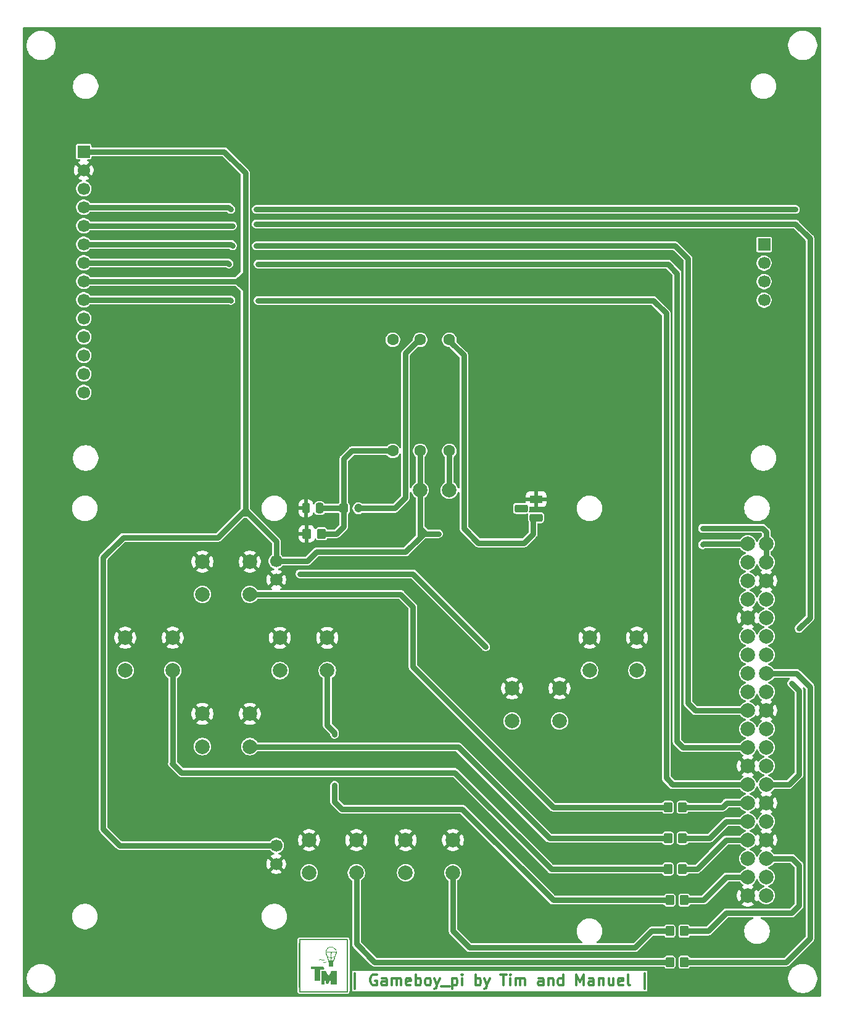
<source format=gbr>
%TF.GenerationSoftware,KiCad,Pcbnew,9.0.5*%
%TF.CreationDate,2025-10-16T02:52:29+02:00*%
%TF.ProjectId,Gameboy-interface-card,47616d65-626f-4792-9d69-6e7465726661,rev?*%
%TF.SameCoordinates,Original*%
%TF.FileFunction,Copper,L1,Top*%
%TF.FilePolarity,Positive*%
%FSLAX46Y46*%
G04 Gerber Fmt 4.6, Leading zero omitted, Abs format (unit mm)*
G04 Created by KiCad (PCBNEW 9.0.5) date 2025-10-16 02:52:29*
%MOMM*%
%LPD*%
G01*
G04 APERTURE LIST*
G04 Aperture macros list*
%AMRoundRect*
0 Rectangle with rounded corners*
0 $1 Rounding radius*
0 $2 $3 $4 $5 $6 $7 $8 $9 X,Y pos of 4 corners*
0 Add a 4 corners polygon primitive as box body*
4,1,4,$2,$3,$4,$5,$6,$7,$8,$9,$2,$3,0*
0 Add four circle primitives for the rounded corners*
1,1,$1+$1,$2,$3*
1,1,$1+$1,$4,$5*
1,1,$1+$1,$6,$7*
1,1,$1+$1,$8,$9*
0 Add four rect primitives between the rounded corners*
20,1,$1+$1,$2,$3,$4,$5,0*
20,1,$1+$1,$4,$5,$6,$7,0*
20,1,$1+$1,$6,$7,$8,$9,0*
20,1,$1+$1,$8,$9,$2,$3,0*%
G04 Aperture macros list end*
%ADD10C,0.300000*%
%TA.AperFunction,NonConductor*%
%ADD11C,0.300000*%
%TD*%
%TA.AperFunction,EtchedComponent*%
%ADD12C,0.000000*%
%TD*%
%TA.AperFunction,ComponentPad*%
%ADD13C,2.000000*%
%TD*%
%TA.AperFunction,SMDPad,CuDef*%
%ADD14RoundRect,0.250000X0.250000X0.475000X-0.250000X0.475000X-0.250000X-0.475000X0.250000X-0.475000X0*%
%TD*%
%TA.AperFunction,SMDPad,CuDef*%
%ADD15RoundRect,0.250000X0.350000X0.450000X-0.350000X0.450000X-0.350000X-0.450000X0.350000X-0.450000X0*%
%TD*%
%TA.AperFunction,WasherPad*%
%ADD16R,1.700000X1.700000*%
%TD*%
%TA.AperFunction,WasherPad*%
%ADD17C,1.700000*%
%TD*%
%TA.AperFunction,ComponentPad*%
%ADD18R,1.700000X1.700000*%
%TD*%
%TA.AperFunction,ComponentPad*%
%ADD19C,1.700000*%
%TD*%
%TA.AperFunction,SMDPad,CuDef*%
%ADD20RoundRect,0.250000X-0.350000X-0.450000X0.350000X-0.450000X0.350000X0.450000X-0.350000X0.450000X0*%
%TD*%
%TA.AperFunction,ComponentPad*%
%ADD21C,1.600000*%
%TD*%
%TA.AperFunction,ComponentPad*%
%ADD22R,1.800000X1.100000*%
%TD*%
%TA.AperFunction,ComponentPad*%
%ADD23RoundRect,0.275000X-0.625000X0.275000X-0.625000X-0.275000X0.625000X-0.275000X0.625000X0.275000X0*%
%TD*%
%TA.AperFunction,ComponentPad*%
%ADD24RoundRect,0.250000X-0.350000X-0.350000X0.350000X-0.350000X0.350000X0.350000X-0.350000X0.350000X0*%
%TD*%
%TA.AperFunction,ComponentPad*%
%ADD25C,1.200000*%
%TD*%
%TA.AperFunction,ViaPad*%
%ADD26C,0.500000*%
%TD*%
%TA.AperFunction,Conductor*%
%ADD27C,0.800000*%
%TD*%
G04 APERTURE END LIST*
D10*
D11*
X71534502Y-162442292D02*
X71534502Y-160299435D01*
X74534502Y-160513721D02*
X74391645Y-160442292D01*
X74391645Y-160442292D02*
X74177359Y-160442292D01*
X74177359Y-160442292D02*
X73963073Y-160513721D01*
X73963073Y-160513721D02*
X73820216Y-160656578D01*
X73820216Y-160656578D02*
X73748787Y-160799435D01*
X73748787Y-160799435D02*
X73677359Y-161085149D01*
X73677359Y-161085149D02*
X73677359Y-161299435D01*
X73677359Y-161299435D02*
X73748787Y-161585149D01*
X73748787Y-161585149D02*
X73820216Y-161728006D01*
X73820216Y-161728006D02*
X73963073Y-161870864D01*
X73963073Y-161870864D02*
X74177359Y-161942292D01*
X74177359Y-161942292D02*
X74320216Y-161942292D01*
X74320216Y-161942292D02*
X74534502Y-161870864D01*
X74534502Y-161870864D02*
X74605930Y-161799435D01*
X74605930Y-161799435D02*
X74605930Y-161299435D01*
X74605930Y-161299435D02*
X74320216Y-161299435D01*
X75891645Y-161942292D02*
X75891645Y-161156578D01*
X75891645Y-161156578D02*
X75820216Y-161013721D01*
X75820216Y-161013721D02*
X75677359Y-160942292D01*
X75677359Y-160942292D02*
X75391645Y-160942292D01*
X75391645Y-160942292D02*
X75248787Y-161013721D01*
X75891645Y-161870864D02*
X75748787Y-161942292D01*
X75748787Y-161942292D02*
X75391645Y-161942292D01*
X75391645Y-161942292D02*
X75248787Y-161870864D01*
X75248787Y-161870864D02*
X75177359Y-161728006D01*
X75177359Y-161728006D02*
X75177359Y-161585149D01*
X75177359Y-161585149D02*
X75248787Y-161442292D01*
X75248787Y-161442292D02*
X75391645Y-161370864D01*
X75391645Y-161370864D02*
X75748787Y-161370864D01*
X75748787Y-161370864D02*
X75891645Y-161299435D01*
X76605930Y-161942292D02*
X76605930Y-160942292D01*
X76605930Y-161085149D02*
X76677359Y-161013721D01*
X76677359Y-161013721D02*
X76820216Y-160942292D01*
X76820216Y-160942292D02*
X77034502Y-160942292D01*
X77034502Y-160942292D02*
X77177359Y-161013721D01*
X77177359Y-161013721D02*
X77248788Y-161156578D01*
X77248788Y-161156578D02*
X77248788Y-161942292D01*
X77248788Y-161156578D02*
X77320216Y-161013721D01*
X77320216Y-161013721D02*
X77463073Y-160942292D01*
X77463073Y-160942292D02*
X77677359Y-160942292D01*
X77677359Y-160942292D02*
X77820216Y-161013721D01*
X77820216Y-161013721D02*
X77891645Y-161156578D01*
X77891645Y-161156578D02*
X77891645Y-161942292D01*
X79177359Y-161870864D02*
X79034502Y-161942292D01*
X79034502Y-161942292D02*
X78748788Y-161942292D01*
X78748788Y-161942292D02*
X78605930Y-161870864D01*
X78605930Y-161870864D02*
X78534502Y-161728006D01*
X78534502Y-161728006D02*
X78534502Y-161156578D01*
X78534502Y-161156578D02*
X78605930Y-161013721D01*
X78605930Y-161013721D02*
X78748788Y-160942292D01*
X78748788Y-160942292D02*
X79034502Y-160942292D01*
X79034502Y-160942292D02*
X79177359Y-161013721D01*
X79177359Y-161013721D02*
X79248788Y-161156578D01*
X79248788Y-161156578D02*
X79248788Y-161299435D01*
X79248788Y-161299435D02*
X78534502Y-161442292D01*
X79891644Y-161942292D02*
X79891644Y-160442292D01*
X79891644Y-161013721D02*
X80034502Y-160942292D01*
X80034502Y-160942292D02*
X80320216Y-160942292D01*
X80320216Y-160942292D02*
X80463073Y-161013721D01*
X80463073Y-161013721D02*
X80534502Y-161085149D01*
X80534502Y-161085149D02*
X80605930Y-161228006D01*
X80605930Y-161228006D02*
X80605930Y-161656578D01*
X80605930Y-161656578D02*
X80534502Y-161799435D01*
X80534502Y-161799435D02*
X80463073Y-161870864D01*
X80463073Y-161870864D02*
X80320216Y-161942292D01*
X80320216Y-161942292D02*
X80034502Y-161942292D01*
X80034502Y-161942292D02*
X79891644Y-161870864D01*
X81463073Y-161942292D02*
X81320216Y-161870864D01*
X81320216Y-161870864D02*
X81248787Y-161799435D01*
X81248787Y-161799435D02*
X81177359Y-161656578D01*
X81177359Y-161656578D02*
X81177359Y-161228006D01*
X81177359Y-161228006D02*
X81248787Y-161085149D01*
X81248787Y-161085149D02*
X81320216Y-161013721D01*
X81320216Y-161013721D02*
X81463073Y-160942292D01*
X81463073Y-160942292D02*
X81677359Y-160942292D01*
X81677359Y-160942292D02*
X81820216Y-161013721D01*
X81820216Y-161013721D02*
X81891645Y-161085149D01*
X81891645Y-161085149D02*
X81963073Y-161228006D01*
X81963073Y-161228006D02*
X81963073Y-161656578D01*
X81963073Y-161656578D02*
X81891645Y-161799435D01*
X81891645Y-161799435D02*
X81820216Y-161870864D01*
X81820216Y-161870864D02*
X81677359Y-161942292D01*
X81677359Y-161942292D02*
X81463073Y-161942292D01*
X82463073Y-160942292D02*
X82820216Y-161942292D01*
X83177359Y-160942292D02*
X82820216Y-161942292D01*
X82820216Y-161942292D02*
X82677359Y-162299435D01*
X82677359Y-162299435D02*
X82605930Y-162370864D01*
X82605930Y-162370864D02*
X82463073Y-162442292D01*
X83391645Y-162085149D02*
X84534502Y-162085149D01*
X84891644Y-160942292D02*
X84891644Y-162442292D01*
X84891644Y-161013721D02*
X85034502Y-160942292D01*
X85034502Y-160942292D02*
X85320216Y-160942292D01*
X85320216Y-160942292D02*
X85463073Y-161013721D01*
X85463073Y-161013721D02*
X85534502Y-161085149D01*
X85534502Y-161085149D02*
X85605930Y-161228006D01*
X85605930Y-161228006D02*
X85605930Y-161656578D01*
X85605930Y-161656578D02*
X85534502Y-161799435D01*
X85534502Y-161799435D02*
X85463073Y-161870864D01*
X85463073Y-161870864D02*
X85320216Y-161942292D01*
X85320216Y-161942292D02*
X85034502Y-161942292D01*
X85034502Y-161942292D02*
X84891644Y-161870864D01*
X86248787Y-161942292D02*
X86248787Y-160942292D01*
X86248787Y-160442292D02*
X86177359Y-160513721D01*
X86177359Y-160513721D02*
X86248787Y-160585149D01*
X86248787Y-160585149D02*
X86320216Y-160513721D01*
X86320216Y-160513721D02*
X86248787Y-160442292D01*
X86248787Y-160442292D02*
X86248787Y-160585149D01*
X88105930Y-161942292D02*
X88105930Y-160442292D01*
X88105930Y-161013721D02*
X88248788Y-160942292D01*
X88248788Y-160942292D02*
X88534502Y-160942292D01*
X88534502Y-160942292D02*
X88677359Y-161013721D01*
X88677359Y-161013721D02*
X88748788Y-161085149D01*
X88748788Y-161085149D02*
X88820216Y-161228006D01*
X88820216Y-161228006D02*
X88820216Y-161656578D01*
X88820216Y-161656578D02*
X88748788Y-161799435D01*
X88748788Y-161799435D02*
X88677359Y-161870864D01*
X88677359Y-161870864D02*
X88534502Y-161942292D01*
X88534502Y-161942292D02*
X88248788Y-161942292D01*
X88248788Y-161942292D02*
X88105930Y-161870864D01*
X89320216Y-160942292D02*
X89677359Y-161942292D01*
X90034502Y-160942292D02*
X89677359Y-161942292D01*
X89677359Y-161942292D02*
X89534502Y-162299435D01*
X89534502Y-162299435D02*
X89463073Y-162370864D01*
X89463073Y-162370864D02*
X89320216Y-162442292D01*
X91534502Y-160442292D02*
X92391645Y-160442292D01*
X91963073Y-161942292D02*
X91963073Y-160442292D01*
X92891644Y-161942292D02*
X92891644Y-160942292D01*
X92891644Y-160442292D02*
X92820216Y-160513721D01*
X92820216Y-160513721D02*
X92891644Y-160585149D01*
X92891644Y-160585149D02*
X92963073Y-160513721D01*
X92963073Y-160513721D02*
X92891644Y-160442292D01*
X92891644Y-160442292D02*
X92891644Y-160585149D01*
X93605930Y-161942292D02*
X93605930Y-160942292D01*
X93605930Y-161085149D02*
X93677359Y-161013721D01*
X93677359Y-161013721D02*
X93820216Y-160942292D01*
X93820216Y-160942292D02*
X94034502Y-160942292D01*
X94034502Y-160942292D02*
X94177359Y-161013721D01*
X94177359Y-161013721D02*
X94248788Y-161156578D01*
X94248788Y-161156578D02*
X94248788Y-161942292D01*
X94248788Y-161156578D02*
X94320216Y-161013721D01*
X94320216Y-161013721D02*
X94463073Y-160942292D01*
X94463073Y-160942292D02*
X94677359Y-160942292D01*
X94677359Y-160942292D02*
X94820216Y-161013721D01*
X94820216Y-161013721D02*
X94891645Y-161156578D01*
X94891645Y-161156578D02*
X94891645Y-161942292D01*
X97391645Y-161942292D02*
X97391645Y-161156578D01*
X97391645Y-161156578D02*
X97320216Y-161013721D01*
X97320216Y-161013721D02*
X97177359Y-160942292D01*
X97177359Y-160942292D02*
X96891645Y-160942292D01*
X96891645Y-160942292D02*
X96748787Y-161013721D01*
X97391645Y-161870864D02*
X97248787Y-161942292D01*
X97248787Y-161942292D02*
X96891645Y-161942292D01*
X96891645Y-161942292D02*
X96748787Y-161870864D01*
X96748787Y-161870864D02*
X96677359Y-161728006D01*
X96677359Y-161728006D02*
X96677359Y-161585149D01*
X96677359Y-161585149D02*
X96748787Y-161442292D01*
X96748787Y-161442292D02*
X96891645Y-161370864D01*
X96891645Y-161370864D02*
X97248787Y-161370864D01*
X97248787Y-161370864D02*
X97391645Y-161299435D01*
X98105930Y-160942292D02*
X98105930Y-161942292D01*
X98105930Y-161085149D02*
X98177359Y-161013721D01*
X98177359Y-161013721D02*
X98320216Y-160942292D01*
X98320216Y-160942292D02*
X98534502Y-160942292D01*
X98534502Y-160942292D02*
X98677359Y-161013721D01*
X98677359Y-161013721D02*
X98748788Y-161156578D01*
X98748788Y-161156578D02*
X98748788Y-161942292D01*
X100105931Y-161942292D02*
X100105931Y-160442292D01*
X100105931Y-161870864D02*
X99963073Y-161942292D01*
X99963073Y-161942292D02*
X99677359Y-161942292D01*
X99677359Y-161942292D02*
X99534502Y-161870864D01*
X99534502Y-161870864D02*
X99463073Y-161799435D01*
X99463073Y-161799435D02*
X99391645Y-161656578D01*
X99391645Y-161656578D02*
X99391645Y-161228006D01*
X99391645Y-161228006D02*
X99463073Y-161085149D01*
X99463073Y-161085149D02*
X99534502Y-161013721D01*
X99534502Y-161013721D02*
X99677359Y-160942292D01*
X99677359Y-160942292D02*
X99963073Y-160942292D01*
X99963073Y-160942292D02*
X100105931Y-161013721D01*
X101963073Y-161942292D02*
X101963073Y-160442292D01*
X101963073Y-160442292D02*
X102463073Y-161513721D01*
X102463073Y-161513721D02*
X102963073Y-160442292D01*
X102963073Y-160442292D02*
X102963073Y-161942292D01*
X104320217Y-161942292D02*
X104320217Y-161156578D01*
X104320217Y-161156578D02*
X104248788Y-161013721D01*
X104248788Y-161013721D02*
X104105931Y-160942292D01*
X104105931Y-160942292D02*
X103820217Y-160942292D01*
X103820217Y-160942292D02*
X103677359Y-161013721D01*
X104320217Y-161870864D02*
X104177359Y-161942292D01*
X104177359Y-161942292D02*
X103820217Y-161942292D01*
X103820217Y-161942292D02*
X103677359Y-161870864D01*
X103677359Y-161870864D02*
X103605931Y-161728006D01*
X103605931Y-161728006D02*
X103605931Y-161585149D01*
X103605931Y-161585149D02*
X103677359Y-161442292D01*
X103677359Y-161442292D02*
X103820217Y-161370864D01*
X103820217Y-161370864D02*
X104177359Y-161370864D01*
X104177359Y-161370864D02*
X104320217Y-161299435D01*
X105034502Y-160942292D02*
X105034502Y-161942292D01*
X105034502Y-161085149D02*
X105105931Y-161013721D01*
X105105931Y-161013721D02*
X105248788Y-160942292D01*
X105248788Y-160942292D02*
X105463074Y-160942292D01*
X105463074Y-160942292D02*
X105605931Y-161013721D01*
X105605931Y-161013721D02*
X105677360Y-161156578D01*
X105677360Y-161156578D02*
X105677360Y-161942292D01*
X107034503Y-160942292D02*
X107034503Y-161942292D01*
X106391645Y-160942292D02*
X106391645Y-161728006D01*
X106391645Y-161728006D02*
X106463074Y-161870864D01*
X106463074Y-161870864D02*
X106605931Y-161942292D01*
X106605931Y-161942292D02*
X106820217Y-161942292D01*
X106820217Y-161942292D02*
X106963074Y-161870864D01*
X106963074Y-161870864D02*
X107034503Y-161799435D01*
X108320217Y-161870864D02*
X108177360Y-161942292D01*
X108177360Y-161942292D02*
X107891646Y-161942292D01*
X107891646Y-161942292D02*
X107748788Y-161870864D01*
X107748788Y-161870864D02*
X107677360Y-161728006D01*
X107677360Y-161728006D02*
X107677360Y-161156578D01*
X107677360Y-161156578D02*
X107748788Y-161013721D01*
X107748788Y-161013721D02*
X107891646Y-160942292D01*
X107891646Y-160942292D02*
X108177360Y-160942292D01*
X108177360Y-160942292D02*
X108320217Y-161013721D01*
X108320217Y-161013721D02*
X108391646Y-161156578D01*
X108391646Y-161156578D02*
X108391646Y-161299435D01*
X108391646Y-161299435D02*
X107677360Y-161442292D01*
X109248788Y-161942292D02*
X109105931Y-161870864D01*
X109105931Y-161870864D02*
X109034502Y-161728006D01*
X109034502Y-161728006D02*
X109034502Y-160442292D01*
X111320216Y-162442292D02*
X111320216Y-160299435D01*
D12*
%TA.AperFunction,EtchedComponent*%
%TO.C,G\u002A\u002A*%
G36*
X67641846Y-158723027D02*
G01*
X67677337Y-158740870D01*
X67713894Y-158775142D01*
X67748242Y-158814868D01*
X67758540Y-158835355D01*
X67744915Y-158836216D01*
X67707498Y-158817064D01*
X67701147Y-158813239D01*
X67631364Y-158784048D01*
X67567751Y-158785469D01*
X67509998Y-158817531D01*
X67493926Y-158832962D01*
X67444991Y-158884848D01*
X67398295Y-158856491D01*
X67330687Y-158830254D01*
X67265336Y-158835174D01*
X67201937Y-158871280D01*
X67195836Y-158876480D01*
X67161988Y-158903914D01*
X67145085Y-158910438D01*
X67140584Y-158898363D01*
X67151046Y-158872085D01*
X67177541Y-158836049D01*
X67193729Y-158818590D01*
X67247412Y-158777920D01*
X67301099Y-158766726D01*
X67360574Y-158784413D01*
X67386173Y-158798754D01*
X67440066Y-158832062D01*
X67486848Y-158775308D01*
X67521401Y-158738919D01*
X67554025Y-158722380D01*
X67597077Y-158718554D01*
X67641846Y-158723027D01*
G37*
%TD.AperFunction*%
%TA.AperFunction,EtchedComponent*%
G36*
X67260519Y-159956947D02*
G01*
X67552393Y-159961200D01*
X67751099Y-160295129D01*
X67949806Y-160629058D01*
X68003253Y-160537406D01*
X68028919Y-160492924D01*
X68066085Y-160427892D01*
X68110935Y-160349017D01*
X68159655Y-160263002D01*
X68195465Y-160199569D01*
X68334229Y-159953384D01*
X68698699Y-159953384D01*
X69063169Y-159953384D01*
X69063169Y-160891230D01*
X69063169Y-161829077D01*
X68656769Y-161829077D01*
X68250369Y-161829077D01*
X68250174Y-161450030D01*
X68249979Y-161070984D01*
X68075146Y-161401906D01*
X67900314Y-161732827D01*
X67805710Y-161738663D01*
X67752814Y-161740997D01*
X67712199Y-161741092D01*
X67695477Y-161739477D01*
X67683718Y-161724787D01*
X67659752Y-161686593D01*
X67625986Y-161629024D01*
X67584825Y-161556212D01*
X67538676Y-161472287D01*
X67523538Y-161444298D01*
X67367230Y-161154143D01*
X67363018Y-161491610D01*
X67358805Y-161829077D01*
X67163726Y-161829077D01*
X66968646Y-161829077D01*
X66968646Y-160890886D01*
X66968646Y-159952694D01*
X67260519Y-159956947D01*
G37*
%TD.AperFunction*%
%TA.AperFunction,EtchedComponent*%
G36*
X66603083Y-159406355D02*
G01*
X66762687Y-159406546D01*
X66895852Y-159406956D01*
X67004990Y-159407659D01*
X67092512Y-159408729D01*
X67160830Y-159410241D01*
X67212356Y-159412268D01*
X67249500Y-159414884D01*
X67274674Y-159418165D01*
X67290290Y-159422184D01*
X67298759Y-159427016D01*
X67302493Y-159432735D01*
X67302790Y-159433661D01*
X67309708Y-159460208D01*
X67320905Y-159506093D01*
X67334492Y-159563225D01*
X67348580Y-159623512D01*
X67361281Y-159678864D01*
X67370707Y-159721189D01*
X67374969Y-159742397D01*
X67375046Y-159743242D01*
X67360244Y-159745470D01*
X67319148Y-159747836D01*
X67256726Y-159750151D01*
X67177945Y-159752228D01*
X67097600Y-159753731D01*
X66820154Y-159758000D01*
X66816097Y-160520000D01*
X66812041Y-161282000D01*
X66413605Y-161282000D01*
X66015169Y-161282000D01*
X66015169Y-160516092D01*
X66015169Y-159750184D01*
X65733815Y-159750184D01*
X65643937Y-159749748D01*
X65565938Y-159748536D01*
X65504751Y-159746693D01*
X65465307Y-159744365D01*
X65452461Y-159741893D01*
X65456039Y-159724238D01*
X65465723Y-159682875D01*
X65479941Y-159624401D01*
X65493467Y-159569955D01*
X65534473Y-159406307D01*
X66414629Y-159406307D01*
X66603083Y-159406355D01*
G37*
%TD.AperFunction*%
%TA.AperFunction,EtchedComponent*%
G36*
X66878250Y-158348739D02*
G01*
X66915650Y-158368790D01*
X66952440Y-158402030D01*
X66987039Y-158439563D01*
X67011498Y-158471143D01*
X67018011Y-158483120D01*
X67028695Y-158491679D01*
X67051491Y-158478924D01*
X67077094Y-158456106D01*
X67141149Y-158411714D01*
X67209831Y-158392547D01*
X67276478Y-158398974D01*
X67334427Y-158431363D01*
X67344678Y-158441297D01*
X67375508Y-158480333D01*
X67402456Y-158525358D01*
X67422379Y-158569055D01*
X67432133Y-158604110D01*
X67428573Y-158623208D01*
X67423541Y-158624769D01*
X67404773Y-158612448D01*
X67388773Y-158589600D01*
X67340916Y-158529063D01*
X67276859Y-158490043D01*
X67204290Y-158475837D01*
X67144492Y-158484805D01*
X67094887Y-158506348D01*
X67051982Y-158533894D01*
X67048563Y-158536817D01*
X67021684Y-158555190D01*
X67005947Y-158555617D01*
X67005324Y-158554430D01*
X66977395Y-158513093D01*
X66930606Y-158472148D01*
X66876175Y-158439375D01*
X66825321Y-158422556D01*
X66814065Y-158421757D01*
X66776389Y-158429571D01*
X66727628Y-158449151D01*
X66704591Y-158461200D01*
X66656873Y-158486110D01*
X66632777Y-158491976D01*
X66630846Y-158478419D01*
X66648583Y-158446646D01*
X66698924Y-158394085D01*
X66765315Y-158357347D01*
X66835110Y-158343416D01*
X66835560Y-158343415D01*
X66878250Y-158348739D01*
G37*
%TD.AperFunction*%
%TA.AperFunction,EtchedComponent*%
G36*
X68394788Y-156649591D02*
G01*
X68527295Y-156681539D01*
X68652564Y-156736900D01*
X68767055Y-156814917D01*
X68867229Y-156914834D01*
X68949546Y-157035895D01*
X68995174Y-157134175D01*
X69015932Y-157193867D01*
X69028647Y-157248918D01*
X69035198Y-157311026D01*
X69037464Y-157391892D01*
X69037506Y-157397754D01*
X69036643Y-157477087D01*
X69031456Y-157541824D01*
X69019743Y-157600898D01*
X68999299Y-157663240D01*
X68967922Y-157737782D01*
X68937261Y-157804154D01*
X68907637Y-157870522D01*
X68881449Y-157935259D01*
X68863350Y-157986706D01*
X68860546Y-157996455D01*
X68850649Y-158030172D01*
X68832515Y-158088483D01*
X68807765Y-158166316D01*
X68778018Y-158258600D01*
X68744896Y-158360263D01*
X68723204Y-158426301D01*
X68603718Y-158788892D01*
X68595074Y-159085877D01*
X68586430Y-159382861D01*
X68285538Y-159387106D01*
X67984646Y-159391352D01*
X67984646Y-159128494D01*
X67984646Y-158865637D01*
X67908786Y-158631880D01*
X67877226Y-158534170D01*
X67844015Y-158430574D01*
X67812667Y-158332099D01*
X67786695Y-158249754D01*
X67781773Y-158234000D01*
X67743751Y-158112776D01*
X67723338Y-158049098D01*
X67845759Y-158049098D01*
X67846616Y-158064348D01*
X67855783Y-158102988D01*
X67871332Y-158158870D01*
X67891330Y-158225848D01*
X67913847Y-158297775D01*
X67936954Y-158368504D01*
X67958720Y-158431887D01*
X67977213Y-158481778D01*
X67990505Y-158512030D01*
X67991904Y-158514452D01*
X68014658Y-158524377D01*
X68065185Y-158528479D01*
X68114929Y-158527735D01*
X68226923Y-158523169D01*
X68226923Y-158397671D01*
X68346335Y-158397671D01*
X68346813Y-158456577D01*
X68348774Y-158497138D01*
X68350900Y-158510389D01*
X68370031Y-158522052D01*
X68409979Y-158529112D01*
X68460630Y-158531519D01*
X68511874Y-158529227D01*
X68553598Y-158522188D01*
X68574910Y-158511446D01*
X68586353Y-158488695D01*
X68603245Y-158444585D01*
X68623730Y-158385194D01*
X68645952Y-158316605D01*
X68668053Y-158244897D01*
X68688177Y-158176151D01*
X68704466Y-158116447D01*
X68715064Y-158071866D01*
X68718114Y-158048489D01*
X68716917Y-158046430D01*
X68696088Y-158053035D01*
X68657246Y-158070086D01*
X68622615Y-158086973D01*
X68559832Y-158113591D01*
X68487027Y-158137198D01*
X68447288Y-158146928D01*
X68351969Y-158166340D01*
X68347483Y-158328067D01*
X68346335Y-158397671D01*
X68226923Y-158397671D01*
X68226923Y-158344210D01*
X68226923Y-158165251D01*
X68131927Y-158148071D01*
X68061883Y-158130490D01*
X67986732Y-158104333D01*
X67971031Y-158097463D01*
X68343493Y-158097463D01*
X68411918Y-158089750D01*
X68465952Y-158078332D01*
X68529335Y-158057559D01*
X68564649Y-158042768D01*
X68625536Y-158011128D01*
X68686725Y-157974271D01*
X68713857Y-157955634D01*
X68743747Y-157931702D01*
X68765950Y-157906823D01*
X68784351Y-157873879D01*
X68802836Y-157825752D01*
X68825290Y-157755321D01*
X68827973Y-157746546D01*
X68850874Y-157672961D01*
X68873060Y-157604159D01*
X68891434Y-157549629D01*
X68899899Y-157526240D01*
X68912882Y-157486512D01*
X68911854Y-157466402D01*
X68902440Y-157459416D01*
X68880734Y-157457097D01*
X68833381Y-157455567D01*
X68765989Y-157454894D01*
X68684165Y-157455146D01*
X68617118Y-157455976D01*
X68351969Y-157460277D01*
X68347731Y-157778870D01*
X68343493Y-158097463D01*
X67971031Y-158097463D01*
X67948079Y-158087420D01*
X67899862Y-158065556D01*
X67862566Y-158051807D01*
X67845759Y-158049098D01*
X67723338Y-158049098D01*
X67713113Y-158017201D01*
X67688315Y-157942961D01*
X67667812Y-157885744D01*
X67650061Y-157841240D01*
X67633517Y-157805135D01*
X67616909Y-157773605D01*
X67564579Y-157659723D01*
X67535025Y-157542233D01*
X67530216Y-157475535D01*
X67656400Y-157475535D01*
X67661781Y-157505940D01*
X67676288Y-157557022D01*
X67697465Y-157622093D01*
X67722855Y-157694465D01*
X67750002Y-157767449D01*
X67776451Y-157834358D01*
X67799745Y-157888504D01*
X67817428Y-157923197D01*
X67823862Y-157931556D01*
X67911893Y-157992983D01*
X68004817Y-158042678D01*
X68094498Y-158077000D01*
X68172798Y-158092310D01*
X68184262Y-158092759D01*
X68235385Y-158093323D01*
X68231154Y-157776800D01*
X68226923Y-157460277D01*
X67941661Y-157456016D01*
X67839552Y-157454788D01*
X67764661Y-157454783D01*
X67712961Y-157456277D01*
X67680425Y-157459545D01*
X67663022Y-157464864D01*
X67656727Y-157472508D01*
X67656400Y-157475535D01*
X67530216Y-157475535D01*
X67525495Y-157410057D01*
X67525490Y-157405569D01*
X67533760Y-157303649D01*
X67592568Y-157303649D01*
X67596891Y-157320924D01*
X67610576Y-157334157D01*
X67636175Y-157343847D01*
X67676236Y-157350496D01*
X67733310Y-157354602D01*
X67809945Y-157356667D01*
X67908691Y-157357190D01*
X68032099Y-157356671D01*
X68182716Y-157355611D01*
X68285111Y-157354935D01*
X68961569Y-157350861D01*
X68960597Y-157272707D01*
X68944534Y-157172121D01*
X68901472Y-157071667D01*
X68835401Y-156975615D01*
X68750309Y-156888232D01*
X68650184Y-156813785D01*
X68539016Y-156756543D01*
X68451090Y-156727544D01*
X68309044Y-156705797D01*
X68171290Y-156713779D01*
X68034214Y-156751927D01*
X67954227Y-156787726D01*
X67851325Y-156855549D01*
X67758400Y-156946607D01*
X67681525Y-157053223D01*
X67626771Y-157167722D01*
X67610286Y-157222569D01*
X67601815Y-157254972D01*
X67595060Y-157281831D01*
X67592568Y-157303649D01*
X67533760Y-157303649D01*
X67537692Y-157255192D01*
X67575307Y-157120680D01*
X67640194Y-156997535D01*
X67734208Y-156881256D01*
X67747561Y-156867524D01*
X67863167Y-156771059D01*
X67989232Y-156701790D01*
X68122217Y-156658960D01*
X68258582Y-156641813D01*
X68394788Y-156649591D01*
G37*
%TD.AperFunction*%
%TA.AperFunction,EtchedComponent*%
G36*
X66455556Y-155561087D02*
G01*
X66798694Y-155561152D01*
X67171604Y-155561194D01*
X67245316Y-155561197D01*
X67619334Y-155561208D01*
X67963365Y-155561236D01*
X68278684Y-155561292D01*
X68566564Y-155561388D01*
X68828281Y-155561536D01*
X69065109Y-155561748D01*
X69278322Y-155562036D01*
X69469194Y-155562411D01*
X69639001Y-155562886D01*
X69789016Y-155563472D01*
X69920515Y-155564182D01*
X70034771Y-155565026D01*
X70133059Y-155566018D01*
X70216654Y-155567168D01*
X70286830Y-155568489D01*
X70344861Y-155569993D01*
X70392022Y-155571691D01*
X70429587Y-155573596D01*
X70458832Y-155575718D01*
X70481029Y-155578071D01*
X70497455Y-155580666D01*
X70509382Y-155583514D01*
X70518087Y-155586628D01*
X70524842Y-155590020D01*
X70527795Y-155591767D01*
X70538651Y-155597446D01*
X70548684Y-155601527D01*
X70557925Y-155605209D01*
X70566407Y-155609690D01*
X70574162Y-155616168D01*
X70581223Y-155625843D01*
X70587621Y-155639912D01*
X70593389Y-155659573D01*
X70598560Y-155686027D01*
X70603166Y-155720470D01*
X70607238Y-155764101D01*
X70610810Y-155818119D01*
X70613914Y-155883722D01*
X70616582Y-155962109D01*
X70618846Y-156054478D01*
X70620738Y-156162028D01*
X70622292Y-156285956D01*
X70623539Y-156427462D01*
X70624511Y-156587744D01*
X70625242Y-156768000D01*
X70625763Y-156969429D01*
X70626106Y-157193230D01*
X70626304Y-157440600D01*
X70626390Y-157712738D01*
X70626395Y-158010843D01*
X70626352Y-158336114D01*
X70626293Y-158689747D01*
X70626251Y-159072943D01*
X70626246Y-159242184D01*
X70626272Y-159638093D01*
X70626327Y-160003940D01*
X70626381Y-160340921D01*
X70626400Y-160650237D01*
X70626352Y-160933084D01*
X70626205Y-161190663D01*
X70625926Y-161424171D01*
X70625483Y-161634806D01*
X70624844Y-161823768D01*
X70623977Y-161992254D01*
X70622849Y-162141464D01*
X70621427Y-162272595D01*
X70619680Y-162386846D01*
X70617575Y-162485415D01*
X70615080Y-162569501D01*
X70612163Y-162640303D01*
X70608791Y-162699018D01*
X70604931Y-162746846D01*
X70600552Y-162784984D01*
X70595622Y-162814632D01*
X70590107Y-162836987D01*
X70583976Y-162853248D01*
X70577196Y-162864614D01*
X70569736Y-162872282D01*
X70561561Y-162877453D01*
X70552642Y-162881323D01*
X70542944Y-162885091D01*
X70532435Y-162889956D01*
X70527795Y-162892602D01*
X70521528Y-162896130D01*
X70513932Y-162899376D01*
X70503731Y-162902351D01*
X70489652Y-162905066D01*
X70470422Y-162907533D01*
X70444766Y-162909765D01*
X70411411Y-162911773D01*
X70369083Y-162913569D01*
X70316508Y-162915164D01*
X70252411Y-162916571D01*
X70175520Y-162917802D01*
X70084561Y-162918868D01*
X69978259Y-162919781D01*
X69855341Y-162920553D01*
X69714533Y-162921195D01*
X69554561Y-162921720D01*
X69374152Y-162922140D01*
X69172031Y-162922465D01*
X68946925Y-162922709D01*
X68697559Y-162922883D01*
X68422661Y-162922998D01*
X68120955Y-162923067D01*
X67791169Y-162923101D01*
X67432029Y-162923113D01*
X67242184Y-162923114D01*
X66867978Y-162923109D01*
X66523759Y-162923088D01*
X66208254Y-162923037D01*
X65920189Y-162922947D01*
X65658291Y-162922803D01*
X65421284Y-162922596D01*
X65207897Y-162922313D01*
X65016854Y-162921941D01*
X64846882Y-162921470D01*
X64696707Y-162920887D01*
X64565055Y-162920181D01*
X64450653Y-162919340D01*
X64352226Y-162918352D01*
X64268501Y-162917205D01*
X64198203Y-162915887D01*
X64140060Y-162914386D01*
X64092797Y-162912691D01*
X64055141Y-162910790D01*
X64025817Y-162908671D01*
X64003552Y-162906323D01*
X63987072Y-162903732D01*
X63975103Y-162900888D01*
X63966371Y-162897779D01*
X63959602Y-162894392D01*
X63956574Y-162892602D01*
X63945722Y-162886926D01*
X63935693Y-162882848D01*
X63926455Y-162879171D01*
X63917975Y-162874697D01*
X63910222Y-162868227D01*
X63903163Y-162858565D01*
X63896765Y-162844511D01*
X63890998Y-162824868D01*
X63885827Y-162798438D01*
X63881222Y-162764023D01*
X63878573Y-162735661D01*
X64045692Y-162735661D01*
X67242184Y-162735661D01*
X70438677Y-162735661D01*
X70438677Y-159242184D01*
X70438677Y-155748707D01*
X67242184Y-155748707D01*
X64045692Y-155748707D01*
X64045692Y-159242184D01*
X64045692Y-162735661D01*
X63878573Y-162735661D01*
X63877150Y-162720425D01*
X63873578Y-162666447D01*
X63870474Y-162600890D01*
X63867806Y-162522557D01*
X63865542Y-162430249D01*
X63863650Y-162322769D01*
X63862096Y-162198919D01*
X63860850Y-162057501D01*
X63859878Y-161897316D01*
X63859149Y-161717168D01*
X63858630Y-161515857D01*
X63858289Y-161292187D01*
X63858094Y-161044959D01*
X63858012Y-160772976D01*
X63858011Y-160475039D01*
X63858059Y-160149950D01*
X63858124Y-159796512D01*
X63858173Y-159413527D01*
X63858181Y-159242184D01*
X63858181Y-159239053D01*
X63858192Y-158847559D01*
X63858216Y-158486108D01*
X63858266Y-158153483D01*
X63858351Y-157848465D01*
X63858481Y-157569836D01*
X63858667Y-157316379D01*
X63858920Y-157086874D01*
X63859249Y-156880104D01*
X63859666Y-156694851D01*
X63860180Y-156529897D01*
X63860802Y-156384024D01*
X63861543Y-156256013D01*
X63862412Y-156144646D01*
X63863420Y-156048706D01*
X63864578Y-155966974D01*
X63865896Y-155898233D01*
X63867385Y-155841263D01*
X63869054Y-155794848D01*
X63870915Y-155757768D01*
X63872977Y-155728806D01*
X63875251Y-155706745D01*
X63877747Y-155690364D01*
X63880477Y-155678448D01*
X63883449Y-155669776D01*
X63886675Y-155663133D01*
X63888751Y-155659589D01*
X63894736Y-155648280D01*
X63899174Y-155637866D01*
X63903316Y-155628311D01*
X63908417Y-155619579D01*
X63915728Y-155611632D01*
X63926503Y-155604433D01*
X63941995Y-155597947D01*
X63963456Y-155592136D01*
X63992139Y-155586964D01*
X64029296Y-155582393D01*
X64076182Y-155578388D01*
X64134048Y-155574911D01*
X64204147Y-155571926D01*
X64287733Y-155569395D01*
X64386057Y-155567283D01*
X64500373Y-155565553D01*
X64631933Y-155564167D01*
X64781991Y-155563089D01*
X64951799Y-155562283D01*
X65142610Y-155561711D01*
X65355677Y-155561338D01*
X65592252Y-155561125D01*
X65853588Y-155561037D01*
X66140939Y-155561036D01*
X66455556Y-155561087D01*
G37*
%TD.AperFunction*%
%TD*%
D13*
%TO.P,DOWN,1,1*%
%TO.N,GND*%
X50627500Y-124695000D03*
X57127500Y-124695000D03*
%TO.P,DOWN,2,2*%
%TO.N,Net-(R11-Pad2)*%
X50627500Y-129195000D03*
X57127500Y-129195000D03*
%TD*%
D14*
%TO.P,100[nF],1*%
%TO.N,Net-(C1-Pad1)*%
X66700000Y-96500000D03*
%TO.P,100[nF],2*%
%TO.N,GND*%
X64800000Y-96500000D03*
%TD*%
D15*
%TO.P,1[K\u03A9],1*%
%TO.N,RIGHT*%
X116750000Y-150250000D03*
%TO.P,1[K\u03A9],2*%
%TO.N,Net-(R15-Pad2)*%
X114750000Y-150250000D03*
%TD*%
D13*
%TO.P,B,1,1*%
%TO.N,GND*%
X93122500Y-121195000D03*
X99622500Y-121195000D03*
%TO.P,B,2,2*%
%TO.N,Net-(R3-Pad2)*%
X93122500Y-125695000D03*
X99622500Y-125695000D03*
%TD*%
%TO.P,A,1,1*%
%TO.N,GND*%
X103752500Y-114255000D03*
X110252500Y-114255000D03*
%TO.P,A,2,2*%
%TO.N,Net-(R1-Pad2)*%
X103752500Y-118755000D03*
X110252500Y-118755000D03*
%TD*%
D15*
%TO.P,1[K\u03A9],1*%
%TO.N,DOWN*%
X116500000Y-141750000D03*
%TO.P,1[K\u03A9],2*%
%TO.N,Net-(R11-Pad2)*%
X114500000Y-141750000D03*
%TD*%
%TO.P,1[K\u03A9],1*%
%TO.N,SELECT*%
X116750000Y-158750000D03*
%TO.P,1[K\u03A9],2*%
%TO.N,Net-(R5-Pad2)*%
X114750000Y-158750000D03*
%TD*%
D13*
%TO.P,LEFT,1,1*%
%TO.N,GND*%
X40032500Y-114257500D03*
X46532500Y-114257500D03*
%TO.P,LEFT,2,2*%
%TO.N,Net-(R13-Pad2)*%
X40032500Y-118757500D03*
X46532500Y-118757500D03*
%TD*%
D16*
%TO.P,SCREEN,*%
%TO.N,*%
X127702420Y-60329999D03*
D17*
X127702420Y-62869999D03*
X127702420Y-65409999D03*
X127702420Y-67949999D03*
D18*
%TO.P,SCREEN,1,Pin_1*%
%TO.N,+5V*%
X34330000Y-47590000D03*
D19*
%TO.P,SCREEN,2,Pin_2*%
%TO.N,GND*%
X34330000Y-50130000D03*
%TO.P,SCREEN,3,Pin_3*%
%TO.N,SCREEN_CS*%
X34330000Y-52670000D03*
%TO.P,SCREEN,4,Pin_4*%
%TO.N,SCREEN_RESET*%
X34330000Y-55210000D03*
%TO.P,SCREEN,5,Pin_5*%
%TO.N,SCREEN_DC*%
X34330000Y-57750000D03*
%TO.P,SCREEN,6,Pin_6*%
%TO.N,SCREEN_MOSI*%
X34330000Y-60290000D03*
%TO.P,SCREEN,7,Pin_7*%
%TO.N,SCREEN_SCK*%
X34330000Y-62830000D03*
%TO.P,SCREEN,8,Pin_8*%
%TO.N,+5V*%
X34330000Y-65370000D03*
%TO.P,SCREEN,9,Pin_9*%
%TO.N,SCREEN_MISO*%
X34330000Y-67910000D03*
%TO.P,SCREEN,10,Pin_10*%
%TO.N,unconnected-(J1-Pin_10-Pad10)*%
X34330000Y-70450000D03*
%TO.P,SCREEN,11,Pin_11*%
%TO.N,unconnected-(J1-Pin_11-Pad11)*%
X34330000Y-72990000D03*
%TO.P,SCREEN,12,Pin_12*%
%TO.N,unconnected-(J1-Pin_12-Pad12)*%
X34330000Y-75530000D03*
%TO.P,SCREEN,13,Pin_13*%
%TO.N,unconnected-(J1-Pin_13-Pad13)*%
X34330000Y-78070000D03*
%TO.P,SCREEN,14,Pin_14*%
%TO.N,unconnected-(J1-Pin_14-Pad14)*%
X34330000Y-80610000D03*
%TD*%
D13*
%TO.P,RIGHT,1,1*%
%TO.N,GND*%
X61255158Y-114262500D03*
X67755158Y-114262500D03*
%TO.P,RIGHT,2,2*%
%TO.N,Net-(R15-Pad2)*%
X61255158Y-118762500D03*
X67755158Y-118762500D03*
%TD*%
%TO.P,START,1,1*%
%TO.N,GND*%
X78500000Y-142000000D03*
X85000000Y-142000000D03*
%TO.P,START,2,2*%
%TO.N,Net-(R7-Pad2)*%
X78500000Y-146500000D03*
X85000000Y-146500000D03*
%TD*%
%TO.P,RASPBERRY_PI,40,Pin_40*%
%TO.N,unconnected-(J2-Pin_40-Pad40)*%
X128002500Y-149632838D03*
%TO.P,RASPBERRY_PI,39,Pin_39*%
%TO.N,GND*%
X125462500Y-149632838D03*
%TO.P,RASPBERRY_PI,38,Pin_38*%
%TO.N,unconnected-(J2-Pin_38-Pad38)*%
X128002500Y-147092838D03*
%TO.P,RASPBERRY_PI,37,Pin_37*%
%TO.N,RIGHT*%
X125462500Y-147092838D03*
%TO.P,RASPBERRY_PI,36,Pin_36*%
%TO.N,START*%
X128002500Y-144552838D03*
%TO.P,RASPBERRY_PI,35,Pin_35*%
%TO.N,unconnected-(J2-Pin_35-Pad35)*%
X125462500Y-144552838D03*
%TO.P,RASPBERRY_PI,34,Pin_34*%
%TO.N,GND*%
X128002500Y-142012838D03*
%TO.P,RASPBERRY_PI,33,Pin_33*%
%TO.N,LEFT*%
X125462500Y-142012838D03*
%TO.P,RASPBERRY_PI,32,Pin_32*%
%TO.N,unconnected-(J2-Pin_32-Pad32)*%
X128002500Y-139472838D03*
%TO.P,RASPBERRY_PI,31,Pin_31*%
%TO.N,DOWN*%
X125462500Y-139472838D03*
%TO.P,RASPBERRY_PI,30,Pin_30*%
%TO.N,GND*%
X128002500Y-136932838D03*
%TO.P,RASPBERRY_PI,29,Pin_29*%
%TO.N,UP*%
X125462500Y-136932838D03*
%TO.P,RASPBERRY_PI,28,Pin_28*%
%TO.N,AUDIO*%
X128002500Y-134392838D03*
%TO.P,RASPBERRY_PI,27,Pin_27*%
%TO.N,SCREEN_MISO*%
X125462500Y-134392838D03*
%TO.P,RASPBERRY_PI,26,Pin_26*%
%TO.N,unconnected-(J2-Pin_26-Pad26)*%
X128002500Y-131852838D03*
%TO.P,RASPBERRY_PI,25,Pin_25*%
%TO.N,GND*%
X125462500Y-131852838D03*
%TO.P,RASPBERRY_PI,24,Pin_24*%
%TO.N,SCREEN_CS*%
X128002500Y-129312838D03*
%TO.P,RASPBERRY_PI,23,Pin_23*%
%TO.N,SCREEN_SCK*%
X125462500Y-129312838D03*
%TO.P,RASPBERRY_PI,22,Pin_22*%
%TO.N,SCREEN_RESET*%
X128002500Y-126772838D03*
%TO.P,RASPBERRY_PI,21,Pin_21*%
%TO.N,unconnected-(J2-Pin_21-Pad21)*%
X125462500Y-126772838D03*
%TO.P,RASPBERRY_PI,20,Pin_20*%
%TO.N,GND*%
X128002500Y-124232838D03*
%TO.P,RASPBERRY_PI,19,Pin_19*%
%TO.N,SCREEN_MOSI*%
X125462500Y-124232838D03*
%TO.P,RASPBERRY_PI,18,Pin_18*%
%TO.N,SCREEN_DC*%
X128002500Y-121692838D03*
%TO.P,RASPBERRY_PI,17,Pin_17*%
%TO.N,unconnected-(J2-Pin_17-Pad17)*%
X125462500Y-121692838D03*
%TO.P,RASPBERRY_PI,16,Pin_16*%
%TO.N,SELECT*%
X128002500Y-119152838D03*
%TO.P,RASPBERRY_PI,15,Pin_15*%
%TO.N,unconnected-(J2-Pin_15-Pad15)*%
X125462500Y-119152838D03*
%TO.P,RASPBERRY_PI,14,Pin_14*%
%TO.N,unconnected-(J2-Pin_14-Pad14)*%
X128002500Y-116612838D03*
%TO.P,RASPBERRY_PI,13,Pin_13*%
%TO.N,B*%
X125462500Y-116612838D03*
%TO.P,RASPBERRY_PI,12,Pin_12*%
%TO.N,unconnected-(J2-Pin_12-Pad12)*%
X128002500Y-114072838D03*
%TO.P,RASPBERRY_PI,11,Pin_11*%
%TO.N,A*%
X125462500Y-114072838D03*
%TO.P,RASPBERRY_PI,10,Pin_10*%
%TO.N,unconnected-(J2-Pin_10-Pad10)*%
X128002500Y-111532838D03*
%TO.P,RASPBERRY_PI,9,Pin_9*%
%TO.N,GND*%
X125462500Y-111532838D03*
%TO.P,RASPBERRY_PI,8,Pin_8*%
%TO.N,unconnected-(J2-Pin_8-Pad8)*%
X128002500Y-108992838D03*
%TO.P,RASPBERRY_PI,7,Pin_7*%
%TO.N,unconnected-(J2-Pin_7-Pad7)*%
X125462500Y-108992838D03*
%TO.P,RASPBERRY_PI,6,Pin_6*%
%TO.N,GND*%
X128002500Y-106452838D03*
%TO.P,RASPBERRY_PI,5,Pin_5*%
%TO.N,unconnected-(J2-Pin_5-Pad5)*%
X125462500Y-106452838D03*
%TO.P,RASPBERRY_PI,4,Pin_4*%
%TO.N,+5V*%
X128002500Y-103912838D03*
%TO.P,RASPBERRY_PI,3,Pin_3*%
%TO.N,unconnected-(J2-Pin_3-Pad3)*%
X125462500Y-103912838D03*
%TO.P,RASPBERRY_PI,2,Pin_2*%
%TO.N,+5V*%
X128002500Y-101372838D03*
%TO.P,RASPBERRY_PI,1,Pin_1*%
%TO.N,+3V3*%
X125462500Y-101372838D03*
%TD*%
%TO.P,SELECT,1,1*%
%TO.N,GND*%
X65250000Y-142010000D03*
X71750000Y-142010000D03*
%TO.P,SELECT,2,2*%
%TO.N,Net-(R5-Pad2)*%
X65250000Y-146510000D03*
X71750000Y-146510000D03*
%TD*%
D20*
%TO.P,150[\u03A9],1*%
%TO.N,GND*%
X64950000Y-100000000D03*
%TO.P,150[\u03A9],2*%
%TO.N,Net-(C1-Pad1)*%
X66950000Y-100000000D03*
%TD*%
D15*
%TO.P,1[K\u03A9],1*%
%TO.N,UP*%
X116500000Y-137500000D03*
%TO.P,1[K\u03A9],2*%
%TO.N,Net-(R10-Pad2)*%
X114500000Y-137500000D03*
%TD*%
%TO.P,1[K\u03A9],1*%
%TO.N,LEFT*%
X116500000Y-146000000D03*
%TO.P,1[K\u03A9],2*%
%TO.N,Net-(R13-Pad2)*%
X114500000Y-146000000D03*
%TD*%
D13*
%TO.P,UP,1,1*%
%TO.N,GND*%
X50622500Y-103820000D03*
X57122500Y-103820000D03*
%TO.P,UP,2,2*%
%TO.N,Net-(R10-Pad2)*%
X50622500Y-108320000D03*
X57122500Y-108320000D03*
%TD*%
D19*
%TO.P,Battery,1,Pin_1*%
%TO.N,+5V*%
X60748558Y-142757816D03*
X60750000Y-103750000D03*
%TO.P,Battery,2,Pin_2*%
%TO.N,GND*%
X60748558Y-145297816D03*
X60750000Y-106290000D03*
%TD*%
D13*
%TO.P,HP,1,1*%
%TO.N,+5V*%
X80500000Y-94000000D03*
%TO.P,HP,2,2*%
%TO.N,Net-(LS1-Pad2)*%
X84505019Y-94020837D03*
%TD*%
D15*
%TO.P,1[K\u03A9],1*%
%TO.N,START*%
X116750000Y-154500000D03*
%TO.P,1[K\u03A9],2*%
%TO.N,Net-(R7-Pad2)*%
X114750000Y-154500000D03*
%TD*%
D21*
%TO.P,270[\u03A9],1*%
%TO.N,AUDIO*%
X76750000Y-73380000D03*
%TO.P,270[\u03A9],2*%
%TO.N,Net-(C1-Pad1)*%
X76750000Y-88620000D03*
%TD*%
%TO.P,8[\u03A9],1*%
%TO.N,Net-(LS1-Pad2)*%
X84500000Y-88620000D03*
%TO.P,8[\u03A9],2*%
%TO.N,Net-(Q2-C)*%
X84500000Y-73380000D03*
%TD*%
D22*
%TO.P,BC556,1,E*%
%TO.N,GND*%
X96420000Y-95250000D03*
D23*
%TO.P,BC556,2,B*%
%TO.N,Net-(Q2-B)*%
X94350000Y-96520000D03*
%TO.P,BC556,3,C*%
%TO.N,Net-(Q2-C)*%
X96420000Y-97790000D03*
%TD*%
D24*
%TO.P,10[uF],1*%
%TO.N,Net-(C1-Pad1)*%
X70027400Y-96500000D03*
D25*
%TO.P,10[uF],2*%
%TO.N,Net-(Q2-B)*%
X72027400Y-96500000D03*
%TD*%
D21*
%TO.P,15[k\u03A9],1*%
%TO.N,+5V*%
X80500000Y-88620000D03*
%TO.P,15[k\u03A9],2*%
%TO.N,Net-(Q2-B)*%
X80500000Y-73380000D03*
%TD*%
D26*
%TO.N,SCREEN_RESET*%
X54500000Y-55500000D03*
X132000000Y-55500000D03*
X58000000Y-55500000D03*
%TO.N,SCREEN_MOSI*%
X54750000Y-60500000D03*
X58000000Y-60500000D03*
%TO.N,+5V*%
X119250000Y-99250000D03*
X83000000Y-100000000D03*
%TO.N,SCREEN_SCK*%
X54250000Y-63000000D03*
X58250000Y-63000000D03*
%TO.N,SCREEN_MISO*%
X58250000Y-68000000D03*
X54500000Y-68000000D03*
%TO.N,SCREEN_DC*%
X54750000Y-57750000D03*
X58000000Y-57500000D03*
X132500000Y-113000000D03*
%TO.N,SCREEN_CS*%
X89500000Y-115500000D03*
X64000000Y-105500000D03*
%TO.N,AUDIO*%
X131500000Y-120500000D03*
%TO.N,+3V3*%
X119250000Y-101500000D03*
%TO.N,Net-(R15-Pad2)*%
X68750000Y-134500000D03*
X68750000Y-127500000D03*
%TD*%
D27*
%TO.N,Net-(C1-Pad1)*%
X70027400Y-89722600D02*
X70027400Y-96500000D01*
X69000000Y-100000000D02*
X70027400Y-98972600D01*
X76750000Y-88620000D02*
X71130000Y-88620000D01*
X66700000Y-96500000D02*
X70027400Y-96500000D01*
X70027400Y-98972600D02*
X70027400Y-96500000D01*
X66950000Y-100000000D02*
X69000000Y-100000000D01*
X71130000Y-88620000D02*
X70027400Y-89722600D01*
%TO.N,Net-(Q2-B)*%
X78500000Y-75250000D02*
X78500000Y-95000000D01*
X78500000Y-95000000D02*
X77000000Y-96500000D01*
X80500000Y-73380000D02*
X80370000Y-73380000D01*
X80370000Y-73380000D02*
X78500000Y-75250000D01*
X77000000Y-96500000D02*
X72027400Y-96500000D01*
%TO.N,SCREEN_RESET*%
X34330000Y-55210000D02*
X54210000Y-55210000D01*
X54210000Y-55210000D02*
X54500000Y-55500000D01*
X58000000Y-55500000D02*
X132000000Y-55500000D01*
%TO.N,SCREEN_MOSI*%
X34330000Y-60290000D02*
X54540000Y-60290000D01*
X118232838Y-124232838D02*
X125462500Y-124232838D01*
X115500000Y-60500000D02*
X117250000Y-62250000D01*
X117250000Y-123250000D02*
X118232838Y-124232838D01*
X117250000Y-62250000D02*
X117250000Y-123250000D01*
X58000000Y-60500000D02*
X115500000Y-60500000D01*
X54540000Y-60290000D02*
X54750000Y-60500000D01*
%TO.N,+5V*%
X57000000Y-97250000D02*
X60750000Y-101000000D01*
X80500000Y-88620000D02*
X80500000Y-94000000D01*
X56500000Y-65250000D02*
X56500000Y-66500000D01*
X65000000Y-103750000D02*
X66250000Y-102500000D01*
X60748558Y-142757816D02*
X39257816Y-142757816D01*
X81000000Y-100000000D02*
X80500000Y-100500000D01*
X52750000Y-100500000D02*
X55875000Y-97375000D01*
X55380000Y-65370000D02*
X55380000Y-65380000D01*
X34330000Y-65370000D02*
X55250000Y-65370000D01*
X56380000Y-65370000D02*
X56500000Y-65250000D01*
X60750000Y-101000000D02*
X60750000Y-103750000D01*
X128002500Y-101372838D02*
X128002500Y-99752500D01*
X37000000Y-140500000D02*
X37000000Y-103250000D01*
X80500000Y-100500000D02*
X80500000Y-99250000D01*
X55250000Y-65370000D02*
X56380000Y-65370000D01*
X66250000Y-102500000D02*
X78500000Y-102500000D01*
X56500000Y-96750000D02*
X57000000Y-97250000D01*
X56500000Y-66500000D02*
X56500000Y-96750000D01*
X55380000Y-65370000D02*
X56500000Y-64250000D01*
X55875000Y-97375000D02*
X56500000Y-96750000D01*
X56000000Y-97250000D02*
X57000000Y-97250000D01*
X81250000Y-100000000D02*
X80500000Y-99250000D01*
X78500000Y-102500000D02*
X80500000Y-100500000D01*
X83000000Y-100000000D02*
X81750000Y-100000000D01*
X34330000Y-47590000D02*
X53590000Y-47590000D01*
X128002500Y-99752500D02*
X127500000Y-99250000D01*
X53590000Y-47590000D02*
X56500000Y-50500000D01*
X37000000Y-103250000D02*
X39750000Y-100500000D01*
X128002500Y-103912838D02*
X128002500Y-101372838D01*
X56500000Y-64250000D02*
X56500000Y-65250000D01*
X55875000Y-97375000D02*
X56000000Y-97250000D01*
X80500000Y-99250000D02*
X80500000Y-94000000D01*
X55380000Y-65380000D02*
X56500000Y-66500000D01*
X39257816Y-142757816D02*
X37000000Y-140500000D01*
X81750000Y-100000000D02*
X81000000Y-100000000D01*
X127500000Y-99250000D02*
X119250000Y-99250000D01*
X56500000Y-50500000D02*
X56500000Y-64250000D01*
X39750000Y-100500000D02*
X52750000Y-100500000D01*
X60750000Y-103750000D02*
X65000000Y-103750000D01*
X81750000Y-100000000D02*
X81250000Y-100000000D01*
X55250000Y-65370000D02*
X55380000Y-65370000D01*
%TO.N,SCREEN_SCK*%
X34330000Y-62830000D02*
X54080000Y-62830000D01*
X54080000Y-62830000D02*
X54250000Y-63000000D01*
X116562838Y-129312838D02*
X125462500Y-129312838D01*
X115750000Y-64250000D02*
X115750000Y-128500000D01*
X114500000Y-63000000D02*
X115750000Y-64250000D01*
X58250000Y-63000000D02*
X114500000Y-63000000D01*
X115750000Y-128500000D02*
X116562838Y-129312838D01*
%TO.N,SCREEN_MISO*%
X54410000Y-67910000D02*
X54500000Y-68000000D01*
X115142838Y-134392838D02*
X125462500Y-134392838D01*
X34330000Y-67910000D02*
X54410000Y-67910000D01*
X58250000Y-68000000D02*
X112500000Y-68000000D01*
X114250000Y-133500000D02*
X115142838Y-134392838D01*
X112500000Y-68000000D02*
X114250000Y-69750000D01*
X114250000Y-69750000D02*
X114250000Y-133500000D01*
%TO.N,SCREEN_DC*%
X134000000Y-111500000D02*
X134000000Y-59500000D01*
X132500000Y-113000000D02*
X134000000Y-111500000D01*
X34330000Y-57750000D02*
X54750000Y-57750000D01*
X134000000Y-59500000D02*
X132000000Y-57500000D01*
X132000000Y-57500000D02*
X58000000Y-57500000D01*
%TO.N,SCREEN_CS*%
X89500000Y-115500000D02*
X79500000Y-105500000D01*
X79500000Y-105500000D02*
X64000000Y-105500000D01*
%TO.N,AUDIO*%
X131500000Y-120500000D02*
X132500000Y-121500000D01*
X132500000Y-121500000D02*
X132500000Y-133000000D01*
X132500000Y-133000000D02*
X131107162Y-134392838D01*
X131107162Y-134392838D02*
X128002500Y-134392838D01*
%TO.N,+3V3*%
X119377162Y-101372838D02*
X125462500Y-101372838D01*
X119250000Y-101500000D02*
X119377162Y-101372838D01*
%TO.N,RIGHT*%
X116750000Y-150250000D02*
X119375000Y-150250000D01*
X125455338Y-147100000D02*
X125462500Y-147092838D01*
X122525000Y-147100000D02*
X125455338Y-147100000D01*
X119375000Y-150250000D02*
X122525000Y-147100000D01*
%TO.N,START*%
X132500000Y-151000000D02*
X132500000Y-145500000D01*
X131500000Y-152000000D02*
X132500000Y-151000000D01*
X122500000Y-152000000D02*
X131500000Y-152000000D01*
X131552838Y-144552838D02*
X128002500Y-144552838D01*
X120000000Y-154500000D02*
X122500000Y-152000000D01*
X132500000Y-145500000D02*
X131552838Y-144552838D01*
X116750000Y-154500000D02*
X120000000Y-154500000D01*
%TO.N,SELECT*%
X134000000Y-121000000D02*
X132152838Y-119152838D01*
X134000000Y-155500000D02*
X134000000Y-121000000D01*
X116750000Y-158750000D02*
X130750000Y-158750000D01*
X130750000Y-158750000D02*
X134000000Y-155500000D01*
X132152838Y-119152838D02*
X128002500Y-119152838D01*
%TO.N,DOWN*%
X120250000Y-141750000D02*
X122500000Y-139500000D01*
X125435338Y-139500000D02*
X125462500Y-139472838D01*
X122500000Y-139500000D02*
X125435338Y-139500000D01*
X116500000Y-141750000D02*
X120250000Y-141750000D01*
%TO.N,UP*%
X122000000Y-137500000D02*
X122567162Y-136932838D01*
X122567162Y-136932838D02*
X125462500Y-136932838D01*
X116500000Y-137500000D02*
X122000000Y-137500000D01*
%TO.N,LEFT*%
X118500000Y-146000000D02*
X122500000Y-142000000D01*
X122500000Y-142000000D02*
X125449662Y-142000000D01*
X116500000Y-146000000D02*
X118500000Y-146000000D01*
X125449662Y-142000000D02*
X125462500Y-142012838D01*
%TO.N,Net-(LS1-Pad2)*%
X84500000Y-88620000D02*
X84500000Y-94015818D01*
X84500000Y-94015818D02*
X84505019Y-94020837D01*
%TO.N,Net-(Q2-C)*%
X96000000Y-100000000D02*
X96000000Y-97810000D01*
X86500000Y-75500000D02*
X86500000Y-99250000D01*
X84500000Y-73500000D02*
X86500000Y-75500000D01*
X88500000Y-101250000D02*
X94750000Y-101250000D01*
X84500000Y-73380000D02*
X84500000Y-73500000D01*
X86500000Y-99250000D02*
X88500000Y-101250000D01*
X96000000Y-97810000D02*
X96020000Y-97790000D01*
X94750000Y-101250000D02*
X96000000Y-100000000D01*
%TO.N,Net-(R5-Pad2)*%
X74250000Y-158750000D02*
X71750000Y-156250000D01*
X71750000Y-156250000D02*
X71750000Y-146510000D01*
X114750000Y-158750000D02*
X74250000Y-158750000D01*
%TO.N,Net-(R7-Pad2)*%
X114750000Y-154500000D02*
X112250000Y-154500000D01*
X112250000Y-154500000D02*
X110000000Y-156750000D01*
X87250000Y-156750000D02*
X85000000Y-154500000D01*
X110000000Y-156750000D02*
X87250000Y-156750000D01*
X85000000Y-154500000D02*
X85000000Y-146500000D01*
%TO.N,Net-(R10-Pad2)*%
X114500000Y-137500000D02*
X98750000Y-137500000D01*
X98750000Y-137500000D02*
X79500000Y-118250000D01*
X77820000Y-108320000D02*
X57122500Y-108320000D01*
X79500000Y-110000000D02*
X77820000Y-108320000D01*
X79500000Y-118250000D02*
X79500000Y-110000000D01*
%TO.N,Net-(R11-Pad2)*%
X57182500Y-129250000D02*
X57127500Y-129195000D01*
X98250000Y-141750000D02*
X85750000Y-129250000D01*
X114500000Y-141750000D02*
X98250000Y-141750000D01*
X85750000Y-129250000D02*
X57182500Y-129250000D01*
%TO.N,Net-(R13-Pad2)*%
X114500000Y-146000000D02*
X98500000Y-146000000D01*
X47750000Y-132750000D02*
X46500000Y-131500000D01*
X98500000Y-146000000D02*
X85250000Y-132750000D01*
X85250000Y-132750000D02*
X47750000Y-132750000D01*
X46500000Y-131500000D02*
X46532500Y-131467500D01*
X46532500Y-131467500D02*
X46532500Y-118757500D01*
%TO.N,Net-(R15-Pad2)*%
X98750000Y-150250000D02*
X86250000Y-137750000D01*
X114750000Y-150250000D02*
X98750000Y-150250000D01*
X68750000Y-127500000D02*
X68750000Y-127250000D01*
X68750000Y-136750000D02*
X68750000Y-134500000D01*
X86250000Y-137750000D02*
X69750000Y-137750000D01*
X67755158Y-126255158D02*
X67755158Y-118762500D01*
X69750000Y-137750000D02*
X68750000Y-136750000D01*
X68750000Y-127250000D02*
X67755158Y-126255158D01*
%TD*%
%TA.AperFunction,Conductor*%
%TO.N,GND*%
G36*
X126787212Y-147359076D02*
G01*
X126838688Y-147406320D01*
X126850431Y-147432034D01*
X126889954Y-147553674D01*
X126925046Y-147622545D01*
X126975740Y-147722037D01*
X127086810Y-147874911D01*
X127220427Y-148008528D01*
X127373301Y-148119598D01*
X127452847Y-148160128D01*
X127541663Y-148205383D01*
X127541665Y-148205383D01*
X127541668Y-148205385D01*
X127631234Y-148234487D01*
X127663303Y-148244907D01*
X127720978Y-148284345D01*
X127748176Y-148348704D01*
X127736261Y-148417550D01*
X127689016Y-148469026D01*
X127663303Y-148480769D01*
X127541663Y-148520292D01*
X127373300Y-148606078D01*
X127286079Y-148669448D01*
X127220427Y-148717148D01*
X127220425Y-148717150D01*
X127220424Y-148717150D01*
X127086812Y-148850762D01*
X127086805Y-148850771D01*
X127006307Y-148961565D01*
X126950977Y-149004231D01*
X126881364Y-149010209D01*
X126819569Y-148977602D01*
X126795505Y-148944974D01*
X126745414Y-148846666D01*
X126685158Y-148763732D01*
X126685158Y-148763731D01*
X125933215Y-149515675D01*
X125914448Y-149445635D01*
X125850597Y-149335041D01*
X125760297Y-149244741D01*
X125649703Y-149180890D01*
X125579662Y-149162122D01*
X126331605Y-148410178D01*
X126331604Y-148410176D01*
X126248670Y-148349922D01*
X126248669Y-148349921D01*
X126150363Y-148299831D01*
X126099567Y-148251857D01*
X126082772Y-148184036D01*
X126105310Y-148117901D01*
X126133773Y-148089029D01*
X126244573Y-148008528D01*
X126378190Y-147874911D01*
X126489260Y-147722037D01*
X126575047Y-147553670D01*
X126614569Y-147432033D01*
X126654007Y-147374359D01*
X126718366Y-147347161D01*
X126787212Y-147359076D01*
G37*
%TD.AperFunction*%
%TA.AperFunction,Conductor*%
G36*
X127550552Y-142200041D02*
G01*
X127614403Y-142310635D01*
X127704703Y-142400935D01*
X127815297Y-142464786D01*
X127885338Y-142483553D01*
X127133393Y-143235496D01*
X127216328Y-143295752D01*
X127314636Y-143345843D01*
X127365432Y-143393818D01*
X127382227Y-143461639D01*
X127359690Y-143527774D01*
X127331227Y-143556645D01*
X127220433Y-143637143D01*
X127220424Y-143637150D01*
X127086812Y-143770762D01*
X127086812Y-143770763D01*
X127086810Y-143770765D01*
X127039110Y-143836417D01*
X126975740Y-143923638D01*
X126889954Y-144092001D01*
X126850431Y-144213641D01*
X126810993Y-144271316D01*
X126746634Y-144298514D01*
X126677788Y-144286599D01*
X126626312Y-144239354D01*
X126614569Y-144213641D01*
X126575045Y-144092001D01*
X126494954Y-143934814D01*
X126489260Y-143923639D01*
X126378190Y-143770765D01*
X126244573Y-143637148D01*
X126091699Y-143526078D01*
X126043099Y-143501315D01*
X125923336Y-143440292D01*
X125840644Y-143413424D01*
X125801695Y-143400768D01*
X125744021Y-143361331D01*
X125716823Y-143296972D01*
X125728738Y-143228126D01*
X125775982Y-143176650D01*
X125801694Y-143164907D01*
X125923332Y-143125385D01*
X126091699Y-143039598D01*
X126244573Y-142928528D01*
X126378190Y-142794911D01*
X126458691Y-142684110D01*
X126514021Y-142641445D01*
X126583634Y-142635466D01*
X126645429Y-142668072D01*
X126669493Y-142700701D01*
X126719583Y-142799007D01*
X126719584Y-142799008D01*
X126779838Y-142881942D01*
X126779840Y-142881943D01*
X127531784Y-142129999D01*
X127550552Y-142200041D01*
G37*
%TD.AperFunction*%
%TA.AperFunction,Conductor*%
G36*
X126787212Y-139739076D02*
G01*
X126838688Y-139786320D01*
X126850431Y-139812034D01*
X126889954Y-139933674D01*
X126974957Y-140100500D01*
X126975740Y-140102037D01*
X127086810Y-140254911D01*
X127220427Y-140388528D01*
X127265042Y-140420943D01*
X127331227Y-140469029D01*
X127373893Y-140524359D01*
X127379872Y-140593972D01*
X127347266Y-140655767D01*
X127314638Y-140679831D01*
X127216333Y-140729921D01*
X127133394Y-140790178D01*
X127885338Y-141542122D01*
X127815297Y-141560890D01*
X127704703Y-141624741D01*
X127614403Y-141715041D01*
X127550552Y-141825635D01*
X127531784Y-141895676D01*
X126779840Y-141143732D01*
X126719583Y-141226671D01*
X126669493Y-141324976D01*
X126621518Y-141375771D01*
X126553697Y-141392566D01*
X126487563Y-141370028D01*
X126458691Y-141341565D01*
X126446638Y-141324976D01*
X126378190Y-141230765D01*
X126244573Y-141097148D01*
X126091699Y-140986078D01*
X126075551Y-140977850D01*
X125923336Y-140900292D01*
X125826158Y-140868717D01*
X125801695Y-140860768D01*
X125744021Y-140821331D01*
X125716823Y-140756972D01*
X125728738Y-140688126D01*
X125775982Y-140636650D01*
X125801694Y-140624907D01*
X125923332Y-140585385D01*
X126091699Y-140499598D01*
X126244573Y-140388528D01*
X126378190Y-140254911D01*
X126489260Y-140102037D01*
X126575047Y-139933670D01*
X126614569Y-139812033D01*
X126654007Y-139754359D01*
X126718366Y-139727161D01*
X126787212Y-139739076D01*
G37*
%TD.AperFunction*%
%TA.AperFunction,Conductor*%
G36*
X127550552Y-137120041D02*
G01*
X127614403Y-137230635D01*
X127704703Y-137320935D01*
X127815297Y-137384786D01*
X127885338Y-137403553D01*
X127133393Y-138155496D01*
X127216328Y-138215752D01*
X127314636Y-138265843D01*
X127365432Y-138313818D01*
X127382227Y-138381639D01*
X127359690Y-138447774D01*
X127331227Y-138476645D01*
X127220433Y-138557143D01*
X127220424Y-138557150D01*
X127086812Y-138690762D01*
X127086812Y-138690763D01*
X127086810Y-138690765D01*
X127039110Y-138756417D01*
X126975740Y-138843638D01*
X126889954Y-139012001D01*
X126850431Y-139133641D01*
X126810993Y-139191316D01*
X126746634Y-139218514D01*
X126677788Y-139206599D01*
X126626312Y-139159354D01*
X126614569Y-139133641D01*
X126604149Y-139101572D01*
X126575047Y-139012006D01*
X126575045Y-139012003D01*
X126575045Y-139012001D01*
X126529790Y-138923185D01*
X126489260Y-138843639D01*
X126378190Y-138690765D01*
X126244573Y-138557148D01*
X126091699Y-138446078D01*
X126043099Y-138421315D01*
X125923336Y-138360292D01*
X125848972Y-138336129D01*
X125801695Y-138320768D01*
X125744021Y-138281331D01*
X125716823Y-138216972D01*
X125728738Y-138148126D01*
X125775982Y-138096650D01*
X125801694Y-138084907D01*
X125923332Y-138045385D01*
X126091699Y-137959598D01*
X126244573Y-137848528D01*
X126378190Y-137714911D01*
X126458691Y-137604110D01*
X126514021Y-137561445D01*
X126583634Y-137555466D01*
X126645429Y-137588072D01*
X126669493Y-137620701D01*
X126719583Y-137719007D01*
X126719584Y-137719008D01*
X126779838Y-137801942D01*
X126779840Y-137801943D01*
X127531784Y-137049999D01*
X127550552Y-137120041D01*
G37*
%TD.AperFunction*%
%TA.AperFunction,Conductor*%
G36*
X126787212Y-134659076D02*
G01*
X126838688Y-134706320D01*
X126850430Y-134732032D01*
X126856707Y-134751349D01*
X126889954Y-134853674D01*
X126940265Y-134952414D01*
X126975740Y-135022037D01*
X127086810Y-135174911D01*
X127220427Y-135308528D01*
X127220430Y-135308530D01*
X127331227Y-135389029D01*
X127373893Y-135444359D01*
X127379872Y-135513972D01*
X127347266Y-135575767D01*
X127314638Y-135599831D01*
X127216333Y-135649921D01*
X127133394Y-135710178D01*
X127885338Y-136462122D01*
X127815297Y-136480890D01*
X127704703Y-136544741D01*
X127614403Y-136635041D01*
X127550552Y-136745635D01*
X127531784Y-136815676D01*
X126779840Y-136063732D01*
X126719583Y-136146671D01*
X126669493Y-136244976D01*
X126621518Y-136295771D01*
X126553697Y-136312566D01*
X126487563Y-136290028D01*
X126458691Y-136261565D01*
X126446638Y-136244976D01*
X126378190Y-136150765D01*
X126244573Y-136017148D01*
X126091699Y-135906078D01*
X125923336Y-135820292D01*
X125848972Y-135796129D01*
X125801695Y-135780768D01*
X125744021Y-135741331D01*
X125716823Y-135676972D01*
X125728738Y-135608126D01*
X125775982Y-135556650D01*
X125801694Y-135544907D01*
X125923332Y-135505385D01*
X126091699Y-135419598D01*
X126244573Y-135308528D01*
X126378190Y-135174911D01*
X126489260Y-135022037D01*
X126575047Y-134853670D01*
X126614569Y-134732033D01*
X126654007Y-134674359D01*
X126718366Y-134647161D01*
X126787212Y-134659076D01*
G37*
%TD.AperFunction*%
%TA.AperFunction,Conductor*%
G36*
X126685158Y-132721943D02*
G01*
X126685158Y-132721942D01*
X126745414Y-132639007D01*
X126745418Y-132639001D01*
X126795505Y-132540701D01*
X126843479Y-132489905D01*
X126911300Y-132473110D01*
X126977435Y-132495647D01*
X127006307Y-132524109D01*
X127086810Y-132634911D01*
X127220427Y-132768528D01*
X127373301Y-132879598D01*
X127452847Y-132920128D01*
X127541663Y-132965383D01*
X127541665Y-132965383D01*
X127541668Y-132965385D01*
X127631234Y-132994487D01*
X127663303Y-133004907D01*
X127720978Y-133044345D01*
X127748176Y-133108704D01*
X127736261Y-133177550D01*
X127689016Y-133229026D01*
X127663303Y-133240769D01*
X127541663Y-133280292D01*
X127373300Y-133366078D01*
X127297792Y-133420939D01*
X127220427Y-133477148D01*
X127220425Y-133477150D01*
X127220424Y-133477150D01*
X127086812Y-133610762D01*
X127086812Y-133610763D01*
X127086810Y-133610765D01*
X127039110Y-133676417D01*
X126975740Y-133763638D01*
X126889954Y-133932001D01*
X126850431Y-134053641D01*
X126810993Y-134111316D01*
X126746634Y-134138514D01*
X126677788Y-134126599D01*
X126626312Y-134079354D01*
X126614569Y-134053641D01*
X126593106Y-133987585D01*
X126575047Y-133932006D01*
X126575045Y-133932003D01*
X126575045Y-133932001D01*
X126502439Y-133789504D01*
X126489260Y-133763639D01*
X126378190Y-133610765D01*
X126244573Y-133477148D01*
X126133771Y-133396645D01*
X126091107Y-133341315D01*
X126085128Y-133271702D01*
X126117734Y-133209907D01*
X126150363Y-133185843D01*
X126248663Y-133135756D01*
X126248669Y-133135752D01*
X126331604Y-133075496D01*
X126331605Y-133075496D01*
X125579661Y-132323553D01*
X125649703Y-132304786D01*
X125760297Y-132240935D01*
X125850597Y-132150635D01*
X125914448Y-132040041D01*
X125933215Y-131969999D01*
X126685158Y-132721943D01*
G37*
%TD.AperFunction*%
%TA.AperFunction,Conductor*%
G36*
X131196521Y-119773023D02*
G01*
X131242276Y-119825827D01*
X131252220Y-119894985D01*
X131223195Y-119958541D01*
X131191483Y-119984725D01*
X131131284Y-120019481D01*
X131131281Y-120019483D01*
X131019483Y-120131281D01*
X131019481Y-120131284D01*
X130940423Y-120268214D01*
X130940423Y-120268215D01*
X130899499Y-120420943D01*
X130899499Y-120420945D01*
X130899499Y-120579054D01*
X130899498Y-120579054D01*
X130927212Y-120682482D01*
X130940423Y-120731785D01*
X131019481Y-120868716D01*
X131019483Y-120868718D01*
X131863181Y-121712416D01*
X131896666Y-121773739D01*
X131899500Y-121800097D01*
X131899500Y-132699903D01*
X131879815Y-132766942D01*
X131863181Y-132787584D01*
X130894746Y-133756019D01*
X130833423Y-133789504D01*
X130807065Y-133792338D01*
X129113292Y-133792338D01*
X129046253Y-133772653D01*
X129012974Y-133741224D01*
X129012845Y-133741046D01*
X128918190Y-133610765D01*
X128784573Y-133477148D01*
X128631699Y-133366078D01*
X128463336Y-133280292D01*
X128388972Y-133256129D01*
X128341695Y-133240768D01*
X128284021Y-133201331D01*
X128256823Y-133136972D01*
X128268738Y-133068126D01*
X128315982Y-133016650D01*
X128341694Y-133004907D01*
X128463332Y-132965385D01*
X128631699Y-132879598D01*
X128784573Y-132768528D01*
X128918190Y-132634911D01*
X129029260Y-132482037D01*
X129115047Y-132313670D01*
X129173440Y-132133956D01*
X129176730Y-132113181D01*
X129203000Y-131947324D01*
X129203000Y-131758351D01*
X129173440Y-131571719D01*
X129124449Y-131420943D01*
X129115047Y-131392006D01*
X129115045Y-131392003D01*
X129115045Y-131392001D01*
X129059670Y-131283323D01*
X129029260Y-131223639D01*
X128918190Y-131070765D01*
X128784573Y-130937148D01*
X128631699Y-130826078D01*
X128463336Y-130740292D01*
X128388972Y-130716129D01*
X128341695Y-130700768D01*
X128284021Y-130661331D01*
X128256823Y-130596972D01*
X128268738Y-130528126D01*
X128315982Y-130476650D01*
X128341694Y-130464907D01*
X128463332Y-130425385D01*
X128631699Y-130339598D01*
X128784573Y-130228528D01*
X128918190Y-130094911D01*
X129029260Y-129942037D01*
X129115047Y-129773670D01*
X129173440Y-129593956D01*
X129177684Y-129567161D01*
X129203000Y-129407324D01*
X129203000Y-129218351D01*
X129173440Y-129031719D01*
X129135152Y-128913882D01*
X129115047Y-128852006D01*
X129115045Y-128852003D01*
X129115045Y-128852001D01*
X129053794Y-128731790D01*
X129029260Y-128683639D01*
X128918190Y-128530765D01*
X128784573Y-128397148D01*
X128631699Y-128286078D01*
X128618416Y-128279310D01*
X128463336Y-128200292D01*
X128364690Y-128168240D01*
X128341695Y-128160768D01*
X128284021Y-128121331D01*
X128256823Y-128056972D01*
X128268738Y-127988126D01*
X128315982Y-127936650D01*
X128341694Y-127924907D01*
X128463332Y-127885385D01*
X128631699Y-127799598D01*
X128784573Y-127688528D01*
X128918190Y-127554911D01*
X129029260Y-127402037D01*
X129115047Y-127233670D01*
X129173440Y-127053956D01*
X129187039Y-126968095D01*
X129203000Y-126867324D01*
X129203000Y-126678351D01*
X129173440Y-126491719D01*
X129122262Y-126334212D01*
X129115047Y-126312006D01*
X129115045Y-126312003D01*
X129115045Y-126312001D01*
X129069790Y-126223185D01*
X129029260Y-126143639D01*
X128918190Y-125990765D01*
X128784573Y-125857148D01*
X128673771Y-125776645D01*
X128631107Y-125721315D01*
X128625128Y-125651702D01*
X128657734Y-125589907D01*
X128690363Y-125565843D01*
X128788663Y-125515756D01*
X128788669Y-125515752D01*
X128871604Y-125455496D01*
X128871605Y-125455496D01*
X128119661Y-124703553D01*
X128189703Y-124684786D01*
X128300297Y-124620935D01*
X128390597Y-124530635D01*
X128454448Y-124420041D01*
X128473215Y-124350000D01*
X129225158Y-125101943D01*
X129225158Y-125101942D01*
X129285414Y-125019007D01*
X129285418Y-125019001D01*
X129392602Y-124808640D01*
X129465565Y-124584085D01*
X129502500Y-124350890D01*
X129502500Y-124114785D01*
X129465565Y-123881590D01*
X129392602Y-123657035D01*
X129285414Y-123446666D01*
X129225158Y-123363732D01*
X129225158Y-123363731D01*
X128473215Y-124115675D01*
X128454448Y-124045635D01*
X128390597Y-123935041D01*
X128300297Y-123844741D01*
X128189703Y-123780890D01*
X128119662Y-123762122D01*
X128871605Y-123010178D01*
X128871604Y-123010176D01*
X128788670Y-122949922D01*
X128788669Y-122949921D01*
X128690363Y-122899831D01*
X128639567Y-122851857D01*
X128622772Y-122784036D01*
X128645310Y-122717901D01*
X128673773Y-122689029D01*
X128716391Y-122658065D01*
X128784573Y-122608528D01*
X128918190Y-122474911D01*
X129029260Y-122322037D01*
X129115047Y-122153670D01*
X129173440Y-121973956D01*
X129177684Y-121947161D01*
X129203000Y-121787324D01*
X129203000Y-121598351D01*
X129173440Y-121411719D01*
X129126550Y-121267409D01*
X129115047Y-121232006D01*
X129115045Y-121232003D01*
X129115045Y-121232001D01*
X129059297Y-121122591D01*
X129029260Y-121063639D01*
X128918190Y-120910765D01*
X128784573Y-120777148D01*
X128631699Y-120666078D01*
X128590331Y-120645000D01*
X128463336Y-120580292D01*
X128388972Y-120556129D01*
X128341695Y-120540768D01*
X128284021Y-120501331D01*
X128256823Y-120436972D01*
X128268738Y-120368126D01*
X128315982Y-120316650D01*
X128341694Y-120304907D01*
X128463332Y-120265385D01*
X128631699Y-120179598D01*
X128784573Y-120068528D01*
X128918190Y-119934911D01*
X129012975Y-119804451D01*
X129068304Y-119761787D01*
X129113292Y-119753338D01*
X131129482Y-119753338D01*
X131196521Y-119773023D01*
G37*
%TD.AperFunction*%
%TA.AperFunction,Conductor*%
G36*
X126787212Y-129579076D02*
G01*
X126838688Y-129626320D01*
X126850431Y-129652034D01*
X126889954Y-129773674D01*
X126961117Y-129913338D01*
X126975740Y-129942037D01*
X127086810Y-130094911D01*
X127220427Y-130228528D01*
X127373301Y-130339598D01*
X127452847Y-130380128D01*
X127541663Y-130425383D01*
X127541665Y-130425383D01*
X127541668Y-130425385D01*
X127631234Y-130454487D01*
X127663303Y-130464907D01*
X127720978Y-130504345D01*
X127748176Y-130568704D01*
X127736261Y-130637550D01*
X127689016Y-130689026D01*
X127663303Y-130700769D01*
X127541663Y-130740292D01*
X127373300Y-130826078D01*
X127286079Y-130889448D01*
X127220427Y-130937148D01*
X127220425Y-130937150D01*
X127220424Y-130937150D01*
X127086812Y-131070762D01*
X127086805Y-131070771D01*
X127006307Y-131181565D01*
X126950977Y-131224231D01*
X126881364Y-131230209D01*
X126819569Y-131197602D01*
X126795505Y-131164974D01*
X126745414Y-131066666D01*
X126685158Y-130983732D01*
X126685158Y-130983731D01*
X125933215Y-131735675D01*
X125914448Y-131665635D01*
X125850597Y-131555041D01*
X125760297Y-131464741D01*
X125649703Y-131400890D01*
X125579662Y-131382122D01*
X126331605Y-130630178D01*
X126331604Y-130630176D01*
X126248670Y-130569922D01*
X126248669Y-130569921D01*
X126150363Y-130519831D01*
X126099567Y-130471857D01*
X126082772Y-130404036D01*
X126105310Y-130337901D01*
X126133773Y-130309029D01*
X126135816Y-130307545D01*
X126244573Y-130228528D01*
X126378190Y-130094911D01*
X126489260Y-129942037D01*
X126575047Y-129773670D01*
X126614569Y-129652033D01*
X126654007Y-129594359D01*
X126718366Y-129567161D01*
X126787212Y-129579076D01*
G37*
%TD.AperFunction*%
%TA.AperFunction,Conductor*%
G36*
X127550552Y-124420041D02*
G01*
X127614403Y-124530635D01*
X127704703Y-124620935D01*
X127815297Y-124684786D01*
X127885338Y-124703553D01*
X127133393Y-125455496D01*
X127216328Y-125515752D01*
X127314636Y-125565843D01*
X127365432Y-125613818D01*
X127382227Y-125681639D01*
X127359690Y-125747774D01*
X127331227Y-125776645D01*
X127220433Y-125857143D01*
X127220424Y-125857150D01*
X127086812Y-125990762D01*
X127086812Y-125990763D01*
X127086810Y-125990765D01*
X127075434Y-126006423D01*
X126975740Y-126143638D01*
X126889954Y-126312001D01*
X126850431Y-126433641D01*
X126810993Y-126491316D01*
X126746634Y-126518514D01*
X126677788Y-126506599D01*
X126626312Y-126459354D01*
X126614569Y-126433641D01*
X126582262Y-126334212D01*
X126575047Y-126312006D01*
X126575045Y-126312003D01*
X126575045Y-126312001D01*
X126529790Y-126223185D01*
X126489260Y-126143639D01*
X126378190Y-125990765D01*
X126244573Y-125857148D01*
X126091699Y-125746078D01*
X126043099Y-125721315D01*
X125923336Y-125660292D01*
X125848972Y-125636129D01*
X125801695Y-125620768D01*
X125744021Y-125581331D01*
X125716823Y-125516972D01*
X125728738Y-125448126D01*
X125775982Y-125396650D01*
X125801694Y-125384907D01*
X125923332Y-125345385D01*
X126091699Y-125259598D01*
X126244573Y-125148528D01*
X126378190Y-125014911D01*
X126458691Y-124904110D01*
X126514021Y-124861445D01*
X126583634Y-124855466D01*
X126645429Y-124888072D01*
X126669493Y-124920701D01*
X126719583Y-125019007D01*
X126719584Y-125019008D01*
X126779838Y-125101942D01*
X126779840Y-125101943D01*
X127531784Y-124349999D01*
X127550552Y-124420041D01*
G37*
%TD.AperFunction*%
%TA.AperFunction,Conductor*%
G36*
X126787212Y-121959076D02*
G01*
X126838688Y-122006320D01*
X126850431Y-122032034D01*
X126889954Y-122153674D01*
X126975740Y-122322037D01*
X127086810Y-122474911D01*
X127220427Y-122608528D01*
X127220430Y-122608530D01*
X127331227Y-122689029D01*
X127373893Y-122744359D01*
X127379872Y-122813972D01*
X127347266Y-122875767D01*
X127314638Y-122899831D01*
X127216333Y-122949921D01*
X127133394Y-123010178D01*
X127885338Y-123762122D01*
X127815297Y-123780890D01*
X127704703Y-123844741D01*
X127614403Y-123935041D01*
X127550552Y-124045635D01*
X127531784Y-124115676D01*
X126779840Y-123363732D01*
X126719583Y-123446671D01*
X126669493Y-123544976D01*
X126621518Y-123595771D01*
X126553697Y-123612566D01*
X126487563Y-123590028D01*
X126458691Y-123561565D01*
X126446638Y-123544976D01*
X126378190Y-123450765D01*
X126244573Y-123317148D01*
X126091699Y-123206078D01*
X126069957Y-123195000D01*
X125923336Y-123120292D01*
X125848972Y-123096129D01*
X125801695Y-123080768D01*
X125744021Y-123041331D01*
X125716823Y-122976972D01*
X125728738Y-122908126D01*
X125775982Y-122856650D01*
X125801694Y-122844907D01*
X125923332Y-122805385D01*
X126091699Y-122719598D01*
X126244573Y-122608528D01*
X126378190Y-122474911D01*
X126489260Y-122322037D01*
X126575047Y-122153670D01*
X126614569Y-122032033D01*
X126654007Y-121974359D01*
X126718366Y-121947161D01*
X126787212Y-121959076D01*
G37*
%TD.AperFunction*%
%TA.AperFunction,Conductor*%
G36*
X126685158Y-112401943D02*
G01*
X126685158Y-112401942D01*
X126745414Y-112319007D01*
X126745418Y-112319001D01*
X126795505Y-112220701D01*
X126843479Y-112169905D01*
X126911300Y-112153110D01*
X126977435Y-112175647D01*
X127006307Y-112204109D01*
X127086810Y-112314911D01*
X127220427Y-112448528D01*
X127373301Y-112559598D01*
X127452847Y-112600128D01*
X127541663Y-112645383D01*
X127541665Y-112645383D01*
X127541668Y-112645385D01*
X127631234Y-112674487D01*
X127663303Y-112684907D01*
X127720978Y-112724345D01*
X127748176Y-112788704D01*
X127736261Y-112857550D01*
X127689016Y-112909026D01*
X127663303Y-112920769D01*
X127541663Y-112960292D01*
X127373300Y-113046078D01*
X127286079Y-113109448D01*
X127220427Y-113157148D01*
X127220425Y-113157150D01*
X127220424Y-113157150D01*
X127086812Y-113290762D01*
X127086812Y-113290763D01*
X127086810Y-113290765D01*
X127039110Y-113356417D01*
X126975740Y-113443638D01*
X126889954Y-113612001D01*
X126850431Y-113733641D01*
X126810993Y-113791316D01*
X126746634Y-113818514D01*
X126677788Y-113806599D01*
X126626312Y-113759354D01*
X126614569Y-113733641D01*
X126575045Y-113612001D01*
X126508051Y-113480519D01*
X126489260Y-113443639D01*
X126378190Y-113290765D01*
X126244573Y-113157148D01*
X126133771Y-113076645D01*
X126091107Y-113021315D01*
X126085128Y-112951702D01*
X126117734Y-112889907D01*
X126150363Y-112865843D01*
X126248663Y-112815756D01*
X126248669Y-112815752D01*
X126331604Y-112755496D01*
X126331605Y-112755496D01*
X125579661Y-112003553D01*
X125649703Y-111984786D01*
X125760297Y-111920935D01*
X125850597Y-111830635D01*
X125914448Y-111720041D01*
X125933215Y-111649999D01*
X126685158Y-112401943D01*
G37*
%TD.AperFunction*%
%TA.AperFunction,Conductor*%
G36*
X126787212Y-109259076D02*
G01*
X126838688Y-109306320D01*
X126850431Y-109332034D01*
X126889954Y-109453674D01*
X126924004Y-109520500D01*
X126975740Y-109622037D01*
X127086810Y-109774911D01*
X127220427Y-109908528D01*
X127373301Y-110019598D01*
X127452847Y-110060128D01*
X127541663Y-110105383D01*
X127541665Y-110105383D01*
X127541668Y-110105385D01*
X127631234Y-110134487D01*
X127663303Y-110144907D01*
X127720978Y-110184345D01*
X127748176Y-110248704D01*
X127736261Y-110317550D01*
X127689016Y-110369026D01*
X127663303Y-110380769D01*
X127541663Y-110420292D01*
X127373300Y-110506078D01*
X127286079Y-110569448D01*
X127220427Y-110617148D01*
X127220425Y-110617150D01*
X127220424Y-110617150D01*
X127086812Y-110750762D01*
X127086805Y-110750771D01*
X127006307Y-110861565D01*
X126950977Y-110904231D01*
X126881364Y-110910209D01*
X126819569Y-110877602D01*
X126795505Y-110844974D01*
X126745414Y-110746666D01*
X126685158Y-110663732D01*
X126685158Y-110663731D01*
X125933215Y-111415675D01*
X125914448Y-111345635D01*
X125850597Y-111235041D01*
X125760297Y-111144741D01*
X125649703Y-111080890D01*
X125579662Y-111062122D01*
X126331605Y-110310178D01*
X126331604Y-110310176D01*
X126248670Y-110249922D01*
X126248669Y-110249921D01*
X126150363Y-110199831D01*
X126099567Y-110151857D01*
X126082772Y-110084036D01*
X126105310Y-110017901D01*
X126133773Y-109989029D01*
X126244573Y-109908528D01*
X126378190Y-109774911D01*
X126489260Y-109622037D01*
X126575047Y-109453670D01*
X126614569Y-109332033D01*
X126654007Y-109274359D01*
X126718366Y-109247161D01*
X126787212Y-109259076D01*
G37*
%TD.AperFunction*%
%TA.AperFunction,Conductor*%
G36*
X127550552Y-106640041D02*
G01*
X127614403Y-106750635D01*
X127704703Y-106840935D01*
X127815297Y-106904786D01*
X127885338Y-106923553D01*
X127133393Y-107675496D01*
X127216328Y-107735752D01*
X127314636Y-107785843D01*
X127365432Y-107833818D01*
X127382227Y-107901639D01*
X127359690Y-107967774D01*
X127331227Y-107996645D01*
X127220433Y-108077143D01*
X127220424Y-108077150D01*
X127086812Y-108210762D01*
X127086812Y-108210763D01*
X127086810Y-108210765D01*
X127076095Y-108225513D01*
X126975740Y-108363638D01*
X126889954Y-108532001D01*
X126850431Y-108653641D01*
X126810993Y-108711316D01*
X126746634Y-108738514D01*
X126677788Y-108726599D01*
X126626312Y-108679354D01*
X126614569Y-108653641D01*
X126575045Y-108532001D01*
X126489259Y-108363638D01*
X126378190Y-108210765D01*
X126244573Y-108077148D01*
X126091699Y-107966078D01*
X126043099Y-107941315D01*
X125923336Y-107880292D01*
X125848972Y-107856129D01*
X125801695Y-107840768D01*
X125744021Y-107801331D01*
X125716823Y-107736972D01*
X125728738Y-107668126D01*
X125775982Y-107616650D01*
X125801694Y-107604907D01*
X125923332Y-107565385D01*
X126091699Y-107479598D01*
X126244573Y-107368528D01*
X126378190Y-107234911D01*
X126458691Y-107124110D01*
X126514021Y-107081445D01*
X126583634Y-107075466D01*
X126645429Y-107108072D01*
X126669493Y-107140701D01*
X126719583Y-107239007D01*
X126719584Y-107239008D01*
X126779838Y-107321942D01*
X126779840Y-107321943D01*
X127531784Y-106569999D01*
X127550552Y-106640041D01*
G37*
%TD.AperFunction*%
%TA.AperFunction,Conductor*%
G36*
X126787212Y-104179076D02*
G01*
X126838688Y-104226320D01*
X126850431Y-104252034D01*
X126889954Y-104373674D01*
X126975740Y-104542037D01*
X127086810Y-104694911D01*
X127220427Y-104828528D01*
X127318111Y-104899500D01*
X127331227Y-104909029D01*
X127373893Y-104964359D01*
X127379872Y-105033972D01*
X127347266Y-105095767D01*
X127314638Y-105119831D01*
X127216333Y-105169921D01*
X127133394Y-105230178D01*
X127885338Y-105982122D01*
X127815297Y-106000890D01*
X127704703Y-106064741D01*
X127614403Y-106155041D01*
X127550552Y-106265635D01*
X127531784Y-106335676D01*
X126779840Y-105583732D01*
X126719583Y-105666671D01*
X126669493Y-105764976D01*
X126621518Y-105815771D01*
X126553697Y-105832566D01*
X126487563Y-105810028D01*
X126458691Y-105781565D01*
X126451583Y-105771782D01*
X126378190Y-105670765D01*
X126244573Y-105537148D01*
X126091699Y-105426078D01*
X126081621Y-105420943D01*
X125923336Y-105340292D01*
X125848972Y-105316129D01*
X125801695Y-105300768D01*
X125744021Y-105261331D01*
X125716823Y-105196972D01*
X125728738Y-105128126D01*
X125775982Y-105076650D01*
X125801694Y-105064907D01*
X125923332Y-105025385D01*
X126091699Y-104939598D01*
X126244573Y-104828528D01*
X126378190Y-104694911D01*
X126489260Y-104542037D01*
X126575047Y-104373670D01*
X126614569Y-104252033D01*
X126654007Y-104194359D01*
X126718366Y-104167161D01*
X126787212Y-104179076D01*
G37*
%TD.AperFunction*%
%TA.AperFunction,Conductor*%
G36*
X135442539Y-30520185D02*
G01*
X135488294Y-30572989D01*
X135499500Y-30624500D01*
X135499500Y-163375500D01*
X135479815Y-163442539D01*
X135427011Y-163488294D01*
X135375500Y-163499500D01*
X26124500Y-163499500D01*
X26057461Y-163479815D01*
X26011706Y-163427011D01*
X26000500Y-163375500D01*
X26000500Y-160868872D01*
X26499500Y-160868872D01*
X26499500Y-161131127D01*
X26526123Y-161333339D01*
X26533730Y-161391116D01*
X26599226Y-161635551D01*
X26601602Y-161644418D01*
X26601605Y-161644428D01*
X26701953Y-161886690D01*
X26701958Y-161886700D01*
X26833075Y-162113803D01*
X26992718Y-162321851D01*
X26992726Y-162321860D01*
X27178140Y-162507274D01*
X27178148Y-162507281D01*
X27178149Y-162507282D01*
X27226554Y-162544424D01*
X27386196Y-162666924D01*
X27613299Y-162798041D01*
X27613309Y-162798046D01*
X27826161Y-162886212D01*
X27855581Y-162898398D01*
X28108884Y-162966270D01*
X28368880Y-163000500D01*
X28368887Y-163000500D01*
X28631113Y-163000500D01*
X28631120Y-163000500D01*
X28891116Y-162966270D01*
X29144419Y-162898398D01*
X29361633Y-162808425D01*
X29386690Y-162798046D01*
X29386691Y-162798045D01*
X29386697Y-162798043D01*
X29613803Y-162666924D01*
X29821851Y-162507282D01*
X29821855Y-162507277D01*
X29821860Y-162507274D01*
X30007274Y-162321860D01*
X30007277Y-162321855D01*
X30007282Y-162321851D01*
X30166924Y-162113803D01*
X30298043Y-161886697D01*
X30398398Y-161644419D01*
X30466270Y-161391116D01*
X30500500Y-161131120D01*
X30500500Y-160868880D01*
X30466270Y-160608884D01*
X30430396Y-160475000D01*
X63652511Y-160475000D01*
X63652511Y-160475040D01*
X63652512Y-160772977D01*
X63652512Y-160773020D01*
X63652594Y-161044960D01*
X63652594Y-161045072D01*
X63652789Y-161292349D01*
X63652789Y-161292406D01*
X63653129Y-161515942D01*
X63653129Y-161516135D01*
X63653130Y-161516170D01*
X63653131Y-161516387D01*
X63653650Y-161717698D01*
X63653651Y-161718000D01*
X63653652Y-161718140D01*
X63654333Y-161886700D01*
X63654380Y-161898148D01*
X63654382Y-161898563D01*
X63655354Y-162058748D01*
X63655358Y-162059312D01*
X63656101Y-162143692D01*
X63656604Y-162200682D01*
X63656614Y-162201681D01*
X63658163Y-162325154D01*
X63658180Y-162326250D01*
X63660077Y-162434065D01*
X63660099Y-162435076D01*
X63662367Y-162527581D01*
X63662427Y-162529647D01*
X63665092Y-162607861D01*
X63665205Y-162610658D01*
X63668309Y-162676188D01*
X63668525Y-162680008D01*
X63668526Y-162680016D01*
X63672098Y-162733994D01*
X63672373Y-162737434D01*
X63672541Y-162739541D01*
X63676614Y-162783144D01*
X63677536Y-162791276D01*
X63682143Y-162825705D01*
X63684150Y-162837891D01*
X63684151Y-162837896D01*
X63689229Y-162863853D01*
X63689323Y-162864330D01*
X63689326Y-162864348D01*
X63693811Y-162882723D01*
X63693820Y-162882758D01*
X63693823Y-162882767D01*
X63699586Y-162902400D01*
X63706978Y-162922254D01*
X63709734Y-162929656D01*
X63716132Y-162943710D01*
X63737230Y-162979794D01*
X63744289Y-162989456D01*
X63778554Y-163026005D01*
X63786307Y-163032475D01*
X63822082Y-163056452D01*
X63830562Y-163060926D01*
X63830570Y-163060930D01*
X63830569Y-163060930D01*
X63850447Y-163070097D01*
X63850455Y-163070100D01*
X63850459Y-163070102D01*
X63852362Y-163070859D01*
X63865831Y-163077181D01*
X63867645Y-163078170D01*
X63874414Y-163081557D01*
X63890337Y-163088345D01*
X63897439Y-163091373D01*
X63897442Y-163091374D01*
X63906174Y-163094483D01*
X63906182Y-163094485D01*
X63906187Y-163094487D01*
X63913525Y-163096658D01*
X63927596Y-163100821D01*
X63939565Y-163103665D01*
X63939574Y-163103666D01*
X63939575Y-163103667D01*
X63955153Y-163106738D01*
X63971602Y-163109324D01*
X63971609Y-163109324D01*
X63971635Y-163109329D01*
X63982000Y-163110690D01*
X64004265Y-163113038D01*
X64010982Y-163113635D01*
X64010989Y-163113635D01*
X64011006Y-163113637D01*
X64040330Y-163115756D01*
X64044780Y-163116029D01*
X64082436Y-163117930D01*
X64085432Y-163118059D01*
X64132695Y-163119754D01*
X64134757Y-163119818D01*
X64192900Y-163121319D01*
X64194351Y-163121351D01*
X64264649Y-163122669D01*
X64265686Y-163122686D01*
X64349411Y-163123833D01*
X64350163Y-163123842D01*
X64448590Y-163124830D01*
X64449142Y-163124834D01*
X64563544Y-163125675D01*
X64563953Y-163125678D01*
X64563990Y-163125678D01*
X64564097Y-163125679D01*
X64564096Y-163125679D01*
X64695361Y-163126383D01*
X64695419Y-163126383D01*
X64695476Y-163126383D01*
X64695734Y-163126385D01*
X64695733Y-163126472D01*
X64695908Y-163126524D01*
X64695909Y-163126385D01*
X64846027Y-163126967D01*
X64846028Y-163126968D01*
X64846084Y-163126968D01*
X64846313Y-163126969D01*
X65016285Y-163127440D01*
X65016454Y-163127441D01*
X65207497Y-163127813D01*
X65207618Y-163127813D01*
X65207624Y-163127813D01*
X65421011Y-163128096D01*
X65421093Y-163128096D01*
X65421105Y-163128096D01*
X65658112Y-163128303D01*
X65658166Y-163128303D01*
X65658178Y-163128303D01*
X65920076Y-163128447D01*
X65920110Y-163128447D01*
X65920125Y-163128447D01*
X66208190Y-163128537D01*
X66208210Y-163128537D01*
X66208221Y-163128537D01*
X66523726Y-163128588D01*
X66523736Y-163128588D01*
X66523746Y-163128588D01*
X66867965Y-163128609D01*
X66867969Y-163128609D01*
X66867975Y-163128609D01*
X67242181Y-163128614D01*
X67242182Y-163128614D01*
X67242184Y-163128614D01*
X67242185Y-163128614D01*
X67432030Y-163128613D01*
X67432036Y-163128613D01*
X67791176Y-163128601D01*
X67791190Y-163128601D01*
X68120976Y-163128567D01*
X68121002Y-163128567D01*
X68422708Y-163128498D01*
X68422747Y-163128498D01*
X68697645Y-163128383D01*
X68697702Y-163128383D01*
X68947068Y-163128209D01*
X68947148Y-163128209D01*
X69172254Y-163127965D01*
X69172361Y-163127965D01*
X69374482Y-163127640D01*
X69374621Y-163127639D01*
X69374656Y-163127639D01*
X69374664Y-163127638D01*
X69554442Y-163127220D01*
X69555040Y-163127219D01*
X69555336Y-163127219D01*
X69715239Y-163126694D01*
X69715283Y-163126694D01*
X69715368Y-163126693D01*
X69715470Y-163126693D01*
X69856278Y-163126051D01*
X69856632Y-163126049D01*
X69979550Y-163125277D01*
X69979623Y-163125276D01*
X69979684Y-163125276D01*
X69980075Y-163125273D01*
X70086252Y-163124361D01*
X70086548Y-163124357D01*
X70086969Y-163124354D01*
X70151659Y-163123595D01*
X70177770Y-163123290D01*
X70177820Y-163123289D01*
X70177928Y-163123288D01*
X70178810Y-163123276D01*
X70255701Y-163122045D01*
X70256921Y-163122022D01*
X70321018Y-163120615D01*
X70322740Y-163120569D01*
X70375315Y-163118974D01*
X70377795Y-163118884D01*
X70420123Y-163117088D01*
X70420153Y-163117086D01*
X70420211Y-163117084D01*
X70423702Y-163116905D01*
X70423705Y-163116904D01*
X70423760Y-163116902D01*
X70457115Y-163114894D01*
X70462577Y-163114492D01*
X70488233Y-163112260D01*
X70496571Y-163111363D01*
X70515801Y-163108896D01*
X70528564Y-163106848D01*
X70542643Y-163104133D01*
X70561266Y-163099633D01*
X70563705Y-163098921D01*
X70571459Y-163096661D01*
X70577530Y-163094487D01*
X70594684Y-163088345D01*
X70602280Y-163085099D01*
X70622338Y-163075204D01*
X70622353Y-163075195D01*
X70623248Y-163074754D01*
X70630958Y-163071272D01*
X70634441Y-163069841D01*
X70643360Y-163065971D01*
X70671416Y-163051126D01*
X70679591Y-163045955D01*
X70717030Y-163015581D01*
X70724490Y-163007913D01*
X70753681Y-162969890D01*
X70760461Y-162958524D01*
X70776263Y-162925747D01*
X70782394Y-162909486D01*
X70789625Y-162886208D01*
X70795140Y-162863853D01*
X70798339Y-162848341D01*
X70803269Y-162818693D01*
X70804711Y-162808425D01*
X70805734Y-162799517D01*
X71179002Y-162799517D01*
X111675716Y-162799517D01*
X111675716Y-160868872D01*
X130999500Y-160868872D01*
X130999500Y-161131127D01*
X131026123Y-161333339D01*
X131033730Y-161391116D01*
X131099226Y-161635551D01*
X131101602Y-161644418D01*
X131101605Y-161644428D01*
X131201953Y-161886690D01*
X131201958Y-161886700D01*
X131333075Y-162113803D01*
X131492718Y-162321851D01*
X131492726Y-162321860D01*
X131678140Y-162507274D01*
X131678148Y-162507281D01*
X131678149Y-162507282D01*
X131726554Y-162544424D01*
X131886196Y-162666924D01*
X132113299Y-162798041D01*
X132113309Y-162798046D01*
X132326161Y-162886212D01*
X132355581Y-162898398D01*
X132608884Y-162966270D01*
X132868880Y-163000500D01*
X132868887Y-163000500D01*
X133131113Y-163000500D01*
X133131120Y-163000500D01*
X133391116Y-162966270D01*
X133644419Y-162898398D01*
X133861633Y-162808425D01*
X133886690Y-162798046D01*
X133886691Y-162798045D01*
X133886697Y-162798043D01*
X134113803Y-162666924D01*
X134321851Y-162507282D01*
X134321855Y-162507277D01*
X134321860Y-162507274D01*
X134507274Y-162321860D01*
X134507277Y-162321855D01*
X134507282Y-162321851D01*
X134666924Y-162113803D01*
X134798043Y-161886697D01*
X134898398Y-161644419D01*
X134966270Y-161391116D01*
X135000500Y-161131120D01*
X135000500Y-160868880D01*
X134966270Y-160608884D01*
X134898398Y-160355581D01*
X134813212Y-160149924D01*
X134798046Y-160113309D01*
X134798041Y-160113299D01*
X134666924Y-159886196D01*
X134507281Y-159678148D01*
X134507274Y-159678140D01*
X134321860Y-159492726D01*
X134321851Y-159492718D01*
X134113803Y-159333075D01*
X133886700Y-159201958D01*
X133886690Y-159201953D01*
X133644428Y-159101605D01*
X133644421Y-159101603D01*
X133644419Y-159101602D01*
X133391116Y-159033730D01*
X133333339Y-159026123D01*
X133131127Y-158999500D01*
X133131120Y-158999500D01*
X132868880Y-158999500D01*
X132868872Y-158999500D01*
X132637772Y-159029926D01*
X132608884Y-159033730D01*
X132355581Y-159101602D01*
X132355571Y-159101605D01*
X132113309Y-159201953D01*
X132113299Y-159201958D01*
X131886196Y-159333075D01*
X131678148Y-159492718D01*
X131492718Y-159678148D01*
X131333075Y-159886196D01*
X131201958Y-160113299D01*
X131201953Y-160113309D01*
X131101605Y-160355571D01*
X131101602Y-160355581D01*
X131033730Y-160608885D01*
X130999500Y-160868872D01*
X111675716Y-160868872D01*
X111675716Y-159943935D01*
X71179002Y-159943935D01*
X71179002Y-162799517D01*
X70805734Y-162799517D01*
X70809090Y-162770287D01*
X70809765Y-162763377D01*
X70813625Y-162715549D01*
X70813953Y-162710800D01*
X70817325Y-162652085D01*
X70817489Y-162648762D01*
X70820406Y-162577960D01*
X70820490Y-162575596D01*
X70820490Y-162575591D01*
X70820494Y-162575484D01*
X70822980Y-162491687D01*
X70822981Y-162491631D01*
X70822985Y-162491510D01*
X70823028Y-162489803D01*
X70825133Y-162391234D01*
X70825137Y-162391054D01*
X70825154Y-162390077D01*
X70825156Y-162389988D01*
X70826903Y-162275737D01*
X70826915Y-162274823D01*
X70828337Y-162143692D01*
X70828343Y-162143017D01*
X70829471Y-161993807D01*
X70829474Y-161993311D01*
X70830341Y-161824825D01*
X70830343Y-161824463D01*
X70830982Y-161635501D01*
X70830983Y-161635238D01*
X70830986Y-161634076D01*
X70831426Y-161424473D01*
X70831426Y-161424417D01*
X70831705Y-161190835D01*
X70831705Y-161190780D01*
X70831852Y-160933165D01*
X70831852Y-160933119D01*
X70831900Y-160650262D01*
X70831900Y-160650228D01*
X70831881Y-160340908D01*
X70831881Y-160340898D01*
X70831827Y-160003907D01*
X70831827Y-160003906D01*
X70831810Y-159892592D01*
X70831772Y-159638062D01*
X70831772Y-159638051D01*
X70831746Y-159242202D01*
X70831746Y-159242190D01*
X70831751Y-159072976D01*
X70831751Y-159072966D01*
X70831793Y-158689788D01*
X70831793Y-158689781D01*
X70831852Y-158336137D01*
X70831895Y-158010862D01*
X70831895Y-158010841D01*
X70831890Y-157712735D01*
X70831890Y-157712692D01*
X70831804Y-157440595D01*
X70831704Y-157316152D01*
X70831606Y-157193066D01*
X70831606Y-157192915D01*
X70831443Y-157086547D01*
X70831264Y-156969342D01*
X70831262Y-156968935D01*
X70831261Y-156968647D01*
X70831031Y-156879641D01*
X70830741Y-156767468D01*
X70830740Y-156767167D01*
X70830009Y-156586911D01*
X70830007Y-156586498D01*
X70829035Y-156426216D01*
X70829031Y-156425651D01*
X70827784Y-156284145D01*
X70827776Y-156283379D01*
X70827774Y-156283197D01*
X70826225Y-156159645D01*
X70826208Y-156158548D01*
X70826004Y-156146971D01*
X70824314Y-156050863D01*
X70824313Y-156050821D01*
X70824310Y-156050644D01*
X70824289Y-156049652D01*
X70824196Y-156045849D01*
X70822020Y-155957074D01*
X70821963Y-155955119D01*
X70821785Y-155949903D01*
X70819893Y-155894294D01*
X70819295Y-155876732D01*
X70819184Y-155874010D01*
X70818933Y-155868709D01*
X70816082Y-155808446D01*
X70816080Y-155808407D01*
X70815862Y-155804560D01*
X70812290Y-155750542D01*
X70811849Y-155745005D01*
X70811846Y-155744979D01*
X70811843Y-155744934D01*
X70807780Y-155701397D01*
X70806853Y-155693234D01*
X70804521Y-155675797D01*
X70802342Y-155659499D01*
X70802248Y-155658795D01*
X70802247Y-155658788D01*
X70800243Y-155646604D01*
X70799824Y-155644458D01*
X70795077Y-155620174D01*
X70795075Y-155620166D01*
X70795072Y-155620150D01*
X70790578Y-155601723D01*
X70784810Y-155582062D01*
X70784048Y-155580014D01*
X70778311Y-155564589D01*
X70774686Y-155554842D01*
X70768288Y-155540773D01*
X70758872Y-155524652D01*
X70747227Y-155504713D01*
X70747218Y-155504699D01*
X70747217Y-155504697D01*
X70740156Y-155495022D01*
X70705906Y-155458454D01*
X70705904Y-155458452D01*
X70698153Y-155451977D01*
X70685929Y-155443775D01*
X70662401Y-155427989D01*
X70660985Y-155427241D01*
X70653917Y-155423507D01*
X70653912Y-155423505D01*
X70653907Y-155423502D01*
X70634020Y-155414319D01*
X70634005Y-155414312D01*
X70633989Y-155414305D01*
X70633980Y-155414301D01*
X70633970Y-155414297D01*
X70632035Y-155413526D01*
X70618544Y-155407182D01*
X70617084Y-155406385D01*
X70610305Y-155402981D01*
X70587295Y-155393132D01*
X70580456Y-155390686D01*
X70578599Y-155390022D01*
X70578595Y-155390020D01*
X70578590Y-155390019D01*
X70569048Y-155387182D01*
X70557111Y-155383633D01*
X70548752Y-155381637D01*
X70545164Y-155380780D01*
X70529529Y-155377683D01*
X70513115Y-155375091D01*
X70513114Y-155375090D01*
X70513096Y-155375088D01*
X70502692Y-155373716D01*
X70480495Y-155371363D01*
X70480494Y-155371362D01*
X70480476Y-155371361D01*
X70473707Y-155370756D01*
X70444425Y-155368632D01*
X70440036Y-155368362D01*
X70402446Y-155366455D01*
X70399432Y-155366324D01*
X70352158Y-155364622D01*
X70350170Y-155364561D01*
X70292229Y-155363059D01*
X70290706Y-155363024D01*
X70220679Y-155361706D01*
X70219905Y-155361693D01*
X70219481Y-155361687D01*
X70219333Y-155361684D01*
X70135962Y-155360537D01*
X70135962Y-155360538D01*
X70135897Y-155360537D01*
X70135886Y-155360537D01*
X70135878Y-155360536D01*
X70135119Y-155360527D01*
X70058448Y-155359754D01*
X70036845Y-155359536D01*
X70036669Y-155359534D01*
X70036221Y-155359531D01*
X69925322Y-155358712D01*
X69922033Y-155358688D01*
X69922030Y-155358687D01*
X69922013Y-155358687D01*
X69921747Y-155358685D01*
X69790320Y-155357975D01*
X69790320Y-155357976D01*
X69790301Y-155357975D01*
X69790126Y-155357975D01*
X69789957Y-155357974D01*
X69789911Y-155357960D01*
X69789818Y-155357973D01*
X69787276Y-155357964D01*
X69639862Y-155357388D01*
X69639860Y-155357387D01*
X69639674Y-155357387D01*
X69639576Y-155357387D01*
X69469769Y-155356912D01*
X69469769Y-155356911D01*
X69358201Y-155356692D01*
X69278726Y-155356536D01*
X69278604Y-155356536D01*
X69278600Y-155356536D01*
X69065387Y-155356248D01*
X69065304Y-155356248D01*
X69065293Y-155356248D01*
X68828465Y-155356036D01*
X68828410Y-155356036D01*
X68828397Y-155356036D01*
X68566680Y-155355888D01*
X68566645Y-155355888D01*
X68566633Y-155355888D01*
X68278753Y-155355792D01*
X68278733Y-155355792D01*
X68278720Y-155355792D01*
X67963401Y-155355736D01*
X67963390Y-155355736D01*
X67963382Y-155355736D01*
X67619351Y-155355708D01*
X67619346Y-155355708D01*
X67619340Y-155355708D01*
X67245325Y-155355697D01*
X67245324Y-155355697D01*
X67171626Y-155355694D01*
X67171627Y-155355694D01*
X67168415Y-155355693D01*
X66803222Y-155355652D01*
X66803213Y-155355652D01*
X66456359Y-155355587D01*
X66455595Y-155355587D01*
X66455589Y-155355587D01*
X66455584Y-155355586D01*
X66141471Y-155355536D01*
X66140972Y-155355536D01*
X66140938Y-155355536D01*
X65853587Y-155355537D01*
X65853519Y-155355537D01*
X65851661Y-155355537D01*
X65592252Y-155355624D01*
X65592183Y-155355625D01*
X65592067Y-155355625D01*
X65355492Y-155355838D01*
X65355317Y-155355838D01*
X65325326Y-155355890D01*
X65142164Y-155356210D01*
X65142148Y-155356211D01*
X65141881Y-155356212D01*
X64951353Y-155356782D01*
X64951354Y-155356783D01*
X64950945Y-155356784D01*
X64950824Y-155356785D01*
X64821345Y-155357399D01*
X64780978Y-155357591D01*
X64780845Y-155357592D01*
X64780515Y-155357594D01*
X64780458Y-155357594D01*
X64696745Y-155358195D01*
X64630457Y-155358672D01*
X64630362Y-155358672D01*
X64629747Y-155358678D01*
X64498202Y-155360063D01*
X64497348Y-155360075D01*
X64497263Y-155360077D01*
X64382947Y-155361807D01*
X64381644Y-155361830D01*
X64381543Y-155361832D01*
X64381440Y-155361834D01*
X64283334Y-155363941D01*
X64281528Y-155363988D01*
X64197918Y-155366519D01*
X64195499Y-155366608D01*
X64195411Y-155366611D01*
X64195404Y-155366612D01*
X64191678Y-155366770D01*
X64125263Y-155369598D01*
X64121766Y-155369778D01*
X64063852Y-155373258D01*
X64060244Y-155373520D01*
X64058692Y-155373634D01*
X64058681Y-155373634D01*
X64058680Y-155373635D01*
X64011792Y-155377639D01*
X64004211Y-155378429D01*
X63967065Y-155382999D01*
X63955668Y-155384725D01*
X63926977Y-155389899D01*
X63909764Y-155393775D01*
X63909760Y-155393776D01*
X63909747Y-155393779D01*
X63888286Y-155399590D01*
X63888279Y-155399592D01*
X63888275Y-155399593D01*
X63862640Y-155408387D01*
X63862606Y-155408400D01*
X63847146Y-155414872D01*
X63812333Y-155433565D01*
X63812332Y-155433565D01*
X63801575Y-155440752D01*
X63801570Y-155440755D01*
X63788464Y-155451976D01*
X63764492Y-155472499D01*
X63757181Y-155480446D01*
X63757178Y-155480448D01*
X63757176Y-155480452D01*
X63730978Y-155515915D01*
X63730977Y-155515918D01*
X63725875Y-155524652D01*
X63725869Y-155524662D01*
X63714774Y-155546565D01*
X63714773Y-155546567D01*
X63710919Y-155555460D01*
X63706509Y-155564589D01*
X63701832Y-155573339D01*
X63698590Y-155580014D01*
X63689048Y-155603152D01*
X63689041Y-155603171D01*
X63686081Y-155611807D01*
X63686073Y-155611833D01*
X63680166Y-155632558D01*
X63677439Y-155644458D01*
X63674591Y-155659412D01*
X63672095Y-155675797D01*
X63670836Y-155685650D01*
X63670834Y-155685674D01*
X63668560Y-155707735D01*
X63667996Y-155714212D01*
X63667169Y-155725820D01*
X63665934Y-155743159D01*
X63665671Y-155747506D01*
X63663813Y-155784521D01*
X63663685Y-155787489D01*
X63662021Y-155833780D01*
X63662018Y-155833878D01*
X63661955Y-155835894D01*
X63661322Y-155860085D01*
X63660464Y-155892912D01*
X63660442Y-155893932D01*
X63660434Y-155894294D01*
X63659116Y-155963035D01*
X63659099Y-155964063D01*
X63657941Y-156045795D01*
X63657931Y-156046547D01*
X63657929Y-156046717D01*
X63656922Y-156142581D01*
X63656916Y-156143201D01*
X63656700Y-156170939D01*
X63656049Y-156254410D01*
X63656046Y-156254823D01*
X63655368Y-156371867D01*
X63655304Y-156382996D01*
X63655304Y-156383148D01*
X63654682Y-156529023D01*
X63654681Y-156529205D01*
X63654167Y-156694018D01*
X63654167Y-156694388D01*
X63653750Y-156879418D01*
X63653750Y-156879419D01*
X63653750Y-156879641D01*
X63653749Y-156879777D01*
X63653420Y-157086547D01*
X63653420Y-157086645D01*
X63653420Y-157086647D01*
X63653167Y-157316221D01*
X63653167Y-157316228D01*
X63652981Y-157569731D01*
X63652981Y-157569740D01*
X63652851Y-157848398D01*
X63652851Y-157848408D01*
X63652766Y-158153444D01*
X63652766Y-158153452D01*
X63652716Y-158486087D01*
X63652716Y-158486094D01*
X63652692Y-158847549D01*
X63652692Y-158847553D01*
X63652681Y-159239048D01*
X63652681Y-159242174D01*
X63652673Y-159413491D01*
X63652673Y-159413501D01*
X63652624Y-159796467D01*
X63652624Y-159796474D01*
X63652559Y-160149924D01*
X63652511Y-160475000D01*
X30430396Y-160475000D01*
X30398398Y-160355581D01*
X30313212Y-160149924D01*
X30298046Y-160113309D01*
X30298041Y-160113299D01*
X30166924Y-159886196D01*
X30007281Y-159678148D01*
X30007274Y-159678140D01*
X29821860Y-159492726D01*
X29821851Y-159492718D01*
X29613803Y-159333075D01*
X29386700Y-159201958D01*
X29386690Y-159201953D01*
X29144428Y-159101605D01*
X29144421Y-159101603D01*
X29144419Y-159101602D01*
X28891116Y-159033730D01*
X28833339Y-159026123D01*
X28631127Y-158999500D01*
X28631120Y-158999500D01*
X28368880Y-158999500D01*
X28368872Y-158999500D01*
X28137772Y-159029926D01*
X28108884Y-159033730D01*
X27855581Y-159101602D01*
X27855571Y-159101605D01*
X27613309Y-159201953D01*
X27613299Y-159201958D01*
X27386196Y-159333075D01*
X27178148Y-159492718D01*
X26992718Y-159678148D01*
X26833075Y-159886196D01*
X26701958Y-160113299D01*
X26701953Y-160113309D01*
X26601605Y-160355571D01*
X26601602Y-160355581D01*
X26533730Y-160608885D01*
X26499500Y-160868872D01*
X26000500Y-160868872D01*
X26000500Y-152385258D01*
X32749500Y-152385258D01*
X32749500Y-152614741D01*
X32771560Y-152782291D01*
X32779452Y-152842238D01*
X32802832Y-152929494D01*
X32838842Y-153063887D01*
X32926650Y-153275876D01*
X32926657Y-153275890D01*
X33041392Y-153474617D01*
X33181081Y-153656661D01*
X33181089Y-153656670D01*
X33343330Y-153818911D01*
X33343338Y-153818918D01*
X33343339Y-153818919D01*
X33393962Y-153857764D01*
X33525382Y-153958607D01*
X33525385Y-153958608D01*
X33525388Y-153958611D01*
X33724112Y-154073344D01*
X33724117Y-154073346D01*
X33724123Y-154073349D01*
X33815480Y-154111190D01*
X33936113Y-154161158D01*
X34157762Y-154220548D01*
X34385266Y-154250500D01*
X34385273Y-154250500D01*
X34614727Y-154250500D01*
X34614734Y-154250500D01*
X34842238Y-154220548D01*
X35063887Y-154161158D01*
X35275888Y-154073344D01*
X35474612Y-153958611D01*
X35656661Y-153818919D01*
X35656665Y-153818914D01*
X35656670Y-153818911D01*
X35818911Y-153656670D01*
X35818914Y-153656665D01*
X35818919Y-153656661D01*
X35958611Y-153474612D01*
X36073344Y-153275888D01*
X36161158Y-153063887D01*
X36220548Y-152842238D01*
X36250500Y-152614734D01*
X36250500Y-152385266D01*
X36250499Y-152385258D01*
X58749500Y-152385258D01*
X58749500Y-152614741D01*
X58771560Y-152782291D01*
X58779452Y-152842238D01*
X58802832Y-152929494D01*
X58838842Y-153063887D01*
X58926650Y-153275876D01*
X58926657Y-153275890D01*
X59041392Y-153474617D01*
X59181081Y-153656661D01*
X59181089Y-153656670D01*
X59343330Y-153818911D01*
X59343338Y-153818918D01*
X59343339Y-153818919D01*
X59393962Y-153857764D01*
X59525382Y-153958607D01*
X59525385Y-153958608D01*
X59525388Y-153958611D01*
X59724112Y-154073344D01*
X59724117Y-154073346D01*
X59724123Y-154073349D01*
X59815480Y-154111190D01*
X59936113Y-154161158D01*
X60157762Y-154220548D01*
X60385266Y-154250500D01*
X60385273Y-154250500D01*
X60614727Y-154250500D01*
X60614734Y-154250500D01*
X60842238Y-154220548D01*
X61063887Y-154161158D01*
X61275888Y-154073344D01*
X61474612Y-153958611D01*
X61656661Y-153818919D01*
X61656665Y-153818914D01*
X61656670Y-153818911D01*
X61818911Y-153656670D01*
X61818914Y-153656665D01*
X61818919Y-153656661D01*
X61958611Y-153474612D01*
X62073344Y-153275888D01*
X62161158Y-153063887D01*
X62220548Y-152842238D01*
X62250500Y-152614734D01*
X62250500Y-152385266D01*
X62220548Y-152157762D01*
X62161158Y-151936113D01*
X62073344Y-151724112D01*
X61958611Y-151525388D01*
X61958608Y-151525385D01*
X61958607Y-151525382D01*
X61838392Y-151368717D01*
X61818919Y-151343339D01*
X61818918Y-151343338D01*
X61818911Y-151343330D01*
X61656670Y-151181089D01*
X61656661Y-151181081D01*
X61474617Y-151041392D01*
X61275890Y-150926657D01*
X61275876Y-150926650D01*
X61063887Y-150838842D01*
X60842238Y-150779452D01*
X60804215Y-150774446D01*
X60614741Y-150749500D01*
X60614734Y-150749500D01*
X60385266Y-150749500D01*
X60385258Y-150749500D01*
X60168715Y-150778009D01*
X60157762Y-150779452D01*
X60066975Y-150803778D01*
X59936112Y-150838842D01*
X59724123Y-150926650D01*
X59724109Y-150926657D01*
X59525382Y-151041392D01*
X59343338Y-151181081D01*
X59181081Y-151343338D01*
X59041392Y-151525382D01*
X58926657Y-151724109D01*
X58926650Y-151724123D01*
X58838842Y-151936112D01*
X58779453Y-152157759D01*
X58779451Y-152157770D01*
X58749500Y-152385258D01*
X36250499Y-152385258D01*
X36220548Y-152157762D01*
X36161158Y-151936113D01*
X36073344Y-151724112D01*
X35958611Y-151525388D01*
X35958608Y-151525385D01*
X35958607Y-151525382D01*
X35838392Y-151368717D01*
X35818919Y-151343339D01*
X35818918Y-151343338D01*
X35818911Y-151343330D01*
X35656670Y-151181089D01*
X35656661Y-151181081D01*
X35474617Y-151041392D01*
X35275890Y-150926657D01*
X35275876Y-150926650D01*
X35063887Y-150838842D01*
X34842238Y-150779452D01*
X34804215Y-150774446D01*
X34614741Y-150749500D01*
X34614734Y-150749500D01*
X34385266Y-150749500D01*
X34385258Y-150749500D01*
X34168715Y-150778009D01*
X34157762Y-150779452D01*
X34066975Y-150803778D01*
X33936112Y-150838842D01*
X33724123Y-150926650D01*
X33724109Y-150926657D01*
X33525382Y-151041392D01*
X33343338Y-151181081D01*
X33181081Y-151343338D01*
X33041392Y-151525382D01*
X32926657Y-151724109D01*
X32926650Y-151724123D01*
X32838842Y-151936112D01*
X32779453Y-152157759D01*
X32779451Y-152157770D01*
X32749500Y-152385258D01*
X26000500Y-152385258D01*
X26000500Y-96385258D01*
X32749500Y-96385258D01*
X32749500Y-96614741D01*
X32765136Y-96733501D01*
X32779452Y-96842238D01*
X32832308Y-97039500D01*
X32838842Y-97063887D01*
X32926650Y-97275876D01*
X32926657Y-97275890D01*
X32940865Y-97300499D01*
X33038436Y-97469498D01*
X33041392Y-97474617D01*
X33181081Y-97656661D01*
X33181089Y-97656670D01*
X33343330Y-97818911D01*
X33343338Y-97818918D01*
X33343339Y-97818919D01*
X33347038Y-97821757D01*
X33525382Y-97958607D01*
X33525385Y-97958608D01*
X33525388Y-97958611D01*
X33724112Y-98073344D01*
X33724117Y-98073346D01*
X33724123Y-98073349D01*
X33813768Y-98110481D01*
X33936113Y-98161158D01*
X34157762Y-98220548D01*
X34385266Y-98250500D01*
X34385273Y-98250500D01*
X34614727Y-98250500D01*
X34614734Y-98250500D01*
X34842238Y-98220548D01*
X35063887Y-98161158D01*
X35275888Y-98073344D01*
X35474612Y-97958611D01*
X35656661Y-97818919D01*
X35656665Y-97818914D01*
X35656670Y-97818911D01*
X35818911Y-97656670D01*
X35818914Y-97656665D01*
X35818919Y-97656661D01*
X35958611Y-97474612D01*
X36073344Y-97275888D01*
X36161158Y-97063887D01*
X36220548Y-96842238D01*
X36250500Y-96614734D01*
X36250500Y-96385266D01*
X36220548Y-96157762D01*
X36161158Y-95936113D01*
X36092145Y-95769501D01*
X36073349Y-95724123D01*
X36073346Y-95724117D01*
X36073344Y-95724112D01*
X35958611Y-95525388D01*
X35958608Y-95525385D01*
X35958607Y-95525382D01*
X35838392Y-95368717D01*
X35818919Y-95343339D01*
X35818918Y-95343338D01*
X35818911Y-95343330D01*
X35656670Y-95181089D01*
X35656661Y-95181081D01*
X35474617Y-95041392D01*
X35275890Y-94926657D01*
X35275876Y-94926650D01*
X35063887Y-94838842D01*
X34842238Y-94779452D01*
X34804215Y-94774446D01*
X34614741Y-94749500D01*
X34614734Y-94749500D01*
X34385266Y-94749500D01*
X34385258Y-94749500D01*
X34168715Y-94778009D01*
X34157762Y-94779452D01*
X34147167Y-94782291D01*
X33936112Y-94838842D01*
X33724123Y-94926650D01*
X33724109Y-94926657D01*
X33525382Y-95041392D01*
X33343338Y-95181081D01*
X33181081Y-95343338D01*
X33041392Y-95525382D01*
X32926657Y-95724109D01*
X32926650Y-95724123D01*
X32838842Y-95936112D01*
X32779453Y-96157759D01*
X32779451Y-96157770D01*
X32749500Y-96385258D01*
X26000500Y-96385258D01*
X26000500Y-89485258D01*
X32849500Y-89485258D01*
X32849500Y-89714741D01*
X32874446Y-89904215D01*
X32879452Y-89942238D01*
X32901011Y-90022697D01*
X32938842Y-90163887D01*
X33026650Y-90375876D01*
X33026657Y-90375890D01*
X33141392Y-90574617D01*
X33281081Y-90756661D01*
X33281089Y-90756670D01*
X33443330Y-90918911D01*
X33443338Y-90918918D01*
X33625382Y-91058607D01*
X33625385Y-91058608D01*
X33625388Y-91058611D01*
X33824112Y-91173344D01*
X33824117Y-91173346D01*
X33824123Y-91173349D01*
X33915480Y-91211190D01*
X34036113Y-91261158D01*
X34257762Y-91320548D01*
X34485266Y-91350500D01*
X34485273Y-91350500D01*
X34714727Y-91350500D01*
X34714734Y-91350500D01*
X34942238Y-91320548D01*
X35163887Y-91261158D01*
X35375888Y-91173344D01*
X35574612Y-91058611D01*
X35756661Y-90918919D01*
X35756665Y-90918914D01*
X35756670Y-90918911D01*
X35918911Y-90756670D01*
X35918914Y-90756665D01*
X35918919Y-90756661D01*
X36058611Y-90574612D01*
X36173344Y-90375888D01*
X36261158Y-90163887D01*
X36320548Y-89942238D01*
X36350500Y-89714734D01*
X36350500Y-89485266D01*
X36320548Y-89257762D01*
X36261158Y-89036113D01*
X36173344Y-88824112D01*
X36058611Y-88625388D01*
X36058608Y-88625385D01*
X36058607Y-88625382D01*
X35918918Y-88443338D01*
X35918911Y-88443330D01*
X35756670Y-88281089D01*
X35756661Y-88281081D01*
X35574617Y-88141392D01*
X35571305Y-88139480D01*
X35375888Y-88026656D01*
X35375876Y-88026650D01*
X35163887Y-87938842D01*
X34942238Y-87879452D01*
X34904215Y-87874446D01*
X34714741Y-87849500D01*
X34714734Y-87849500D01*
X34485266Y-87849500D01*
X34485258Y-87849500D01*
X34268715Y-87878009D01*
X34257762Y-87879452D01*
X34164076Y-87904554D01*
X34036112Y-87938842D01*
X33824123Y-88026650D01*
X33824109Y-88026657D01*
X33625382Y-88141392D01*
X33443338Y-88281081D01*
X33281081Y-88443338D01*
X33141392Y-88625382D01*
X33026657Y-88824109D01*
X33026650Y-88824123D01*
X32939207Y-89035232D01*
X32938842Y-89036113D01*
X32879452Y-89257762D01*
X32879449Y-89257782D01*
X32849500Y-89485258D01*
X26000500Y-89485258D01*
X26000500Y-80506530D01*
X33279500Y-80506530D01*
X33279500Y-80713469D01*
X33319868Y-80916412D01*
X33319870Y-80916420D01*
X33399058Y-81107596D01*
X33514024Y-81279657D01*
X33660342Y-81425975D01*
X33660345Y-81425977D01*
X33832402Y-81540941D01*
X34023580Y-81620130D01*
X34226530Y-81660499D01*
X34226534Y-81660500D01*
X34226535Y-81660500D01*
X34433466Y-81660500D01*
X34433467Y-81660499D01*
X34636420Y-81620130D01*
X34827598Y-81540941D01*
X34999655Y-81425977D01*
X35145977Y-81279655D01*
X35260941Y-81107598D01*
X35340130Y-80916420D01*
X35380500Y-80713465D01*
X35380500Y-80506535D01*
X35340130Y-80303580D01*
X35260941Y-80112402D01*
X35145977Y-79940345D01*
X35145975Y-79940342D01*
X34999657Y-79794024D01*
X34913626Y-79736541D01*
X34827598Y-79679059D01*
X34636420Y-79599870D01*
X34636412Y-79599868D01*
X34433469Y-79559500D01*
X34433465Y-79559500D01*
X34226535Y-79559500D01*
X34226530Y-79559500D01*
X34023587Y-79599868D01*
X34023579Y-79599870D01*
X33832403Y-79679058D01*
X33660342Y-79794024D01*
X33514024Y-79940342D01*
X33399058Y-80112403D01*
X33319870Y-80303579D01*
X33319868Y-80303587D01*
X33279500Y-80506530D01*
X26000500Y-80506530D01*
X26000500Y-77966530D01*
X33279500Y-77966530D01*
X33279500Y-78173469D01*
X33319868Y-78376412D01*
X33319870Y-78376420D01*
X33399058Y-78567596D01*
X33514024Y-78739657D01*
X33660342Y-78885975D01*
X33660345Y-78885977D01*
X33832402Y-79000941D01*
X34023580Y-79080130D01*
X34226530Y-79120499D01*
X34226534Y-79120500D01*
X34226535Y-79120500D01*
X34433466Y-79120500D01*
X34433467Y-79120499D01*
X34636420Y-79080130D01*
X34827598Y-79000941D01*
X34999655Y-78885977D01*
X35145977Y-78739655D01*
X35260941Y-78567598D01*
X35340130Y-78376420D01*
X35380500Y-78173465D01*
X35380500Y-77966535D01*
X35340130Y-77763580D01*
X35260941Y-77572402D01*
X35145977Y-77400345D01*
X35145975Y-77400342D01*
X34999657Y-77254024D01*
X34913626Y-77196541D01*
X34827598Y-77139059D01*
X34636420Y-77059870D01*
X34636412Y-77059868D01*
X34433469Y-77019500D01*
X34433465Y-77019500D01*
X34226535Y-77019500D01*
X34226530Y-77019500D01*
X34023587Y-77059868D01*
X34023579Y-77059870D01*
X33832403Y-77139058D01*
X33660342Y-77254024D01*
X33514024Y-77400342D01*
X33399058Y-77572403D01*
X33319870Y-77763579D01*
X33319868Y-77763587D01*
X33279500Y-77966530D01*
X26000500Y-77966530D01*
X26000500Y-75426530D01*
X33279500Y-75426530D01*
X33279500Y-75633469D01*
X33319868Y-75836412D01*
X33319870Y-75836420D01*
X33399058Y-76027596D01*
X33514024Y-76199657D01*
X33660342Y-76345975D01*
X33660345Y-76345977D01*
X33832402Y-76460941D01*
X34023580Y-76540130D01*
X34226530Y-76580499D01*
X34226534Y-76580500D01*
X34226535Y-76580500D01*
X34433466Y-76580500D01*
X34433467Y-76580499D01*
X34636420Y-76540130D01*
X34827598Y-76460941D01*
X34999655Y-76345977D01*
X35145977Y-76199655D01*
X35260941Y-76027598D01*
X35340130Y-75836420D01*
X35380500Y-75633465D01*
X35380500Y-75426535D01*
X35340130Y-75223580D01*
X35260941Y-75032402D01*
X35145977Y-74860345D01*
X35145975Y-74860342D01*
X34999657Y-74714024D01*
X34913626Y-74656541D01*
X34827598Y-74599059D01*
X34636420Y-74519870D01*
X34636412Y-74519868D01*
X34433469Y-74479500D01*
X34433465Y-74479500D01*
X34226535Y-74479500D01*
X34226530Y-74479500D01*
X34023587Y-74519868D01*
X34023579Y-74519870D01*
X33832403Y-74599058D01*
X33660342Y-74714024D01*
X33514024Y-74860342D01*
X33399058Y-75032403D01*
X33319870Y-75223579D01*
X33319868Y-75223587D01*
X33279500Y-75426530D01*
X26000500Y-75426530D01*
X26000500Y-72886530D01*
X33279500Y-72886530D01*
X33279500Y-73093469D01*
X33319868Y-73296412D01*
X33319870Y-73296420D01*
X33399058Y-73487596D01*
X33514024Y-73659657D01*
X33660342Y-73805975D01*
X33660345Y-73805977D01*
X33832402Y-73920941D01*
X34023580Y-74000130D01*
X34226530Y-74040499D01*
X34226534Y-74040500D01*
X34226535Y-74040500D01*
X34433466Y-74040500D01*
X34433467Y-74040499D01*
X34636420Y-74000130D01*
X34827598Y-73920941D01*
X34999655Y-73805977D01*
X35145977Y-73659655D01*
X35260941Y-73487598D01*
X35340130Y-73296420D01*
X35380500Y-73093465D01*
X35380500Y-72886535D01*
X35340130Y-72683580D01*
X35260941Y-72492402D01*
X35145977Y-72320345D01*
X35145975Y-72320342D01*
X34999657Y-72174024D01*
X34913626Y-72116541D01*
X34827598Y-72059059D01*
X34636420Y-71979870D01*
X34636412Y-71979868D01*
X34433469Y-71939500D01*
X34433465Y-71939500D01*
X34226535Y-71939500D01*
X34226530Y-71939500D01*
X34023587Y-71979868D01*
X34023579Y-71979870D01*
X33832403Y-72059058D01*
X33660342Y-72174024D01*
X33514024Y-72320342D01*
X33399058Y-72492403D01*
X33319870Y-72683579D01*
X33319868Y-72683587D01*
X33279500Y-72886530D01*
X26000500Y-72886530D01*
X26000500Y-70346530D01*
X33279500Y-70346530D01*
X33279500Y-70553469D01*
X33319868Y-70756412D01*
X33319870Y-70756420D01*
X33399058Y-70947596D01*
X33514024Y-71119657D01*
X33660342Y-71265975D01*
X33660345Y-71265977D01*
X33832402Y-71380941D01*
X34023580Y-71460130D01*
X34226530Y-71500499D01*
X34226534Y-71500500D01*
X34226535Y-71500500D01*
X34433466Y-71500500D01*
X34433467Y-71500499D01*
X34636420Y-71460130D01*
X34827598Y-71380941D01*
X34999655Y-71265977D01*
X35145977Y-71119655D01*
X35260941Y-70947598D01*
X35340130Y-70756420D01*
X35380500Y-70553465D01*
X35380500Y-70346535D01*
X35340130Y-70143580D01*
X35260941Y-69952402D01*
X35145977Y-69780345D01*
X35145975Y-69780342D01*
X34999657Y-69634024D01*
X34913626Y-69576541D01*
X34827598Y-69519059D01*
X34636420Y-69439870D01*
X34636412Y-69439868D01*
X34433469Y-69399500D01*
X34433465Y-69399500D01*
X34226535Y-69399500D01*
X34226530Y-69399500D01*
X34023587Y-69439868D01*
X34023579Y-69439870D01*
X33832403Y-69519058D01*
X33660342Y-69634024D01*
X33514024Y-69780342D01*
X33399058Y-69952403D01*
X33319870Y-70143579D01*
X33319868Y-70143587D01*
X33279500Y-70346530D01*
X26000500Y-70346530D01*
X26000500Y-67806530D01*
X33279500Y-67806530D01*
X33279500Y-68013469D01*
X33319868Y-68216412D01*
X33319870Y-68216420D01*
X33399058Y-68407596D01*
X33514024Y-68579657D01*
X33660342Y-68725975D01*
X33660345Y-68725977D01*
X33832402Y-68840941D01*
X34023580Y-68920130D01*
X34224665Y-68960128D01*
X34226530Y-68960499D01*
X34226534Y-68960500D01*
X34226535Y-68960500D01*
X34433466Y-68960500D01*
X34433467Y-68960499D01*
X34636420Y-68920130D01*
X34827598Y-68840941D01*
X34999655Y-68725977D01*
X35145977Y-68579655D01*
X35146018Y-68579592D01*
X35155364Y-68565608D01*
X35208977Y-68520803D01*
X35258465Y-68510500D01*
X54149986Y-68510500D01*
X54211985Y-68527112D01*
X54268215Y-68559577D01*
X54420942Y-68600500D01*
X54420944Y-68600500D01*
X54579055Y-68600500D01*
X54579057Y-68600500D01*
X54731784Y-68559577D01*
X54868716Y-68480519D01*
X54980519Y-68368716D01*
X55059577Y-68231784D01*
X55100500Y-68079057D01*
X55100500Y-67920942D01*
X55059577Y-67768215D01*
X54980519Y-67631284D01*
X54897590Y-67548355D01*
X54897588Y-67548352D01*
X54778717Y-67429481D01*
X54778709Y-67429475D01*
X54670581Y-67367048D01*
X54670580Y-67367047D01*
X54670580Y-67367048D01*
X54641785Y-67350423D01*
X54489057Y-67309499D01*
X54330943Y-67309499D01*
X54323347Y-67309499D01*
X54323331Y-67309500D01*
X35258465Y-67309500D01*
X35191426Y-67289815D01*
X35155364Y-67254392D01*
X35145979Y-67240347D01*
X35145974Y-67240341D01*
X34999657Y-67094024D01*
X34887460Y-67019057D01*
X34827598Y-66979059D01*
X34636420Y-66899870D01*
X34636412Y-66899868D01*
X34433469Y-66859500D01*
X34433465Y-66859500D01*
X34226535Y-66859500D01*
X34226530Y-66859500D01*
X34023587Y-66899868D01*
X34023579Y-66899870D01*
X33832403Y-66979058D01*
X33660342Y-67094024D01*
X33514024Y-67240342D01*
X33399058Y-67412403D01*
X33319870Y-67603579D01*
X33319868Y-67603587D01*
X33279500Y-67806530D01*
X26000500Y-67806530D01*
X26000500Y-62726530D01*
X33279500Y-62726530D01*
X33279500Y-62933469D01*
X33319868Y-63136412D01*
X33319870Y-63136420D01*
X33399058Y-63327596D01*
X33514024Y-63499657D01*
X33660342Y-63645975D01*
X33660345Y-63645977D01*
X33832402Y-63760941D01*
X34023580Y-63840130D01*
X34224665Y-63880128D01*
X34226530Y-63880499D01*
X34226534Y-63880500D01*
X34226535Y-63880500D01*
X34433466Y-63880500D01*
X34433467Y-63880499D01*
X34636420Y-63840130D01*
X34827598Y-63760941D01*
X34999655Y-63645977D01*
X35145977Y-63499655D01*
X35146018Y-63499592D01*
X35155364Y-63485608D01*
X35208977Y-63440803D01*
X35258465Y-63430500D01*
X53779903Y-63430500D01*
X53846942Y-63450185D01*
X53867584Y-63466819D01*
X53881284Y-63480519D01*
X54018215Y-63559577D01*
X54170942Y-63600500D01*
X54170944Y-63600500D01*
X54329055Y-63600500D01*
X54329057Y-63600500D01*
X54481784Y-63559577D01*
X54618716Y-63480519D01*
X54730519Y-63368716D01*
X54809577Y-63231784D01*
X54850500Y-63079057D01*
X54850500Y-62920942D01*
X54809577Y-62768215D01*
X54730519Y-62631284D01*
X54567590Y-62468355D01*
X54567588Y-62468352D01*
X54448717Y-62349481D01*
X54448709Y-62349475D01*
X54340581Y-62287048D01*
X54340580Y-62287047D01*
X54340580Y-62287048D01*
X54311785Y-62270423D01*
X54159057Y-62229499D01*
X54000943Y-62229499D01*
X53993347Y-62229499D01*
X53993331Y-62229500D01*
X35258465Y-62229500D01*
X35191426Y-62209815D01*
X35155364Y-62174392D01*
X35145979Y-62160347D01*
X35145974Y-62160341D01*
X34999657Y-62014024D01*
X34887460Y-61939057D01*
X34827598Y-61899059D01*
X34636420Y-61819870D01*
X34636412Y-61819868D01*
X34433469Y-61779500D01*
X34433465Y-61779500D01*
X34226535Y-61779500D01*
X34226530Y-61779500D01*
X34023587Y-61819868D01*
X34023579Y-61819870D01*
X33832403Y-61899058D01*
X33660342Y-62014024D01*
X33514024Y-62160342D01*
X33399058Y-62332403D01*
X33319870Y-62523579D01*
X33319868Y-62523587D01*
X33279500Y-62726530D01*
X26000500Y-62726530D01*
X26000500Y-60186530D01*
X33279500Y-60186530D01*
X33279500Y-60393469D01*
X33319868Y-60596412D01*
X33319870Y-60596420D01*
X33399058Y-60787596D01*
X33514024Y-60959657D01*
X33660342Y-61105975D01*
X33660345Y-61105977D01*
X33832402Y-61220941D01*
X34023580Y-61300130D01*
X34226530Y-61340499D01*
X34226534Y-61340500D01*
X34226535Y-61340500D01*
X34433466Y-61340500D01*
X34433467Y-61340499D01*
X34636420Y-61300130D01*
X34827598Y-61220941D01*
X34999655Y-61105977D01*
X35145977Y-60959655D01*
X35146018Y-60959592D01*
X35155364Y-60945608D01*
X35208977Y-60900803D01*
X35258465Y-60890500D01*
X54239903Y-60890500D01*
X54306942Y-60910185D01*
X54327584Y-60926819D01*
X54381284Y-60980519D01*
X54518215Y-61059577D01*
X54670943Y-61100501D01*
X54670946Y-61100501D01*
X54829054Y-61100501D01*
X54829057Y-61100501D01*
X54981785Y-61059577D01*
X55118716Y-60980519D01*
X55230519Y-60868716D01*
X55309577Y-60731785D01*
X55350501Y-60579057D01*
X55350501Y-60420943D01*
X55309577Y-60268215D01*
X55230519Y-60131284D01*
X55027590Y-59928355D01*
X55027588Y-59928352D01*
X54908717Y-59809481D01*
X54908709Y-59809475D01*
X54800581Y-59747048D01*
X54800580Y-59747047D01*
X54800580Y-59747048D01*
X54771785Y-59730423D01*
X54619057Y-59689499D01*
X54460943Y-59689499D01*
X54453347Y-59689499D01*
X54453331Y-59689500D01*
X35258465Y-59689500D01*
X35191426Y-59669815D01*
X35155364Y-59634392D01*
X35145979Y-59620347D01*
X35145974Y-59620341D01*
X34999657Y-59474024D01*
X34891517Y-59401768D01*
X34827598Y-59359059D01*
X34636420Y-59279870D01*
X34636412Y-59279868D01*
X34433469Y-59239500D01*
X34433465Y-59239500D01*
X34226535Y-59239500D01*
X34226530Y-59239500D01*
X34023587Y-59279868D01*
X34023579Y-59279870D01*
X33832403Y-59359058D01*
X33660342Y-59474024D01*
X33514024Y-59620342D01*
X33399058Y-59792403D01*
X33319870Y-59983579D01*
X33319868Y-59983587D01*
X33279500Y-60186530D01*
X26000500Y-60186530D01*
X26000500Y-57646530D01*
X33279500Y-57646530D01*
X33279500Y-57853469D01*
X33319868Y-58056412D01*
X33319870Y-58056420D01*
X33399058Y-58247596D01*
X33514024Y-58419657D01*
X33660342Y-58565975D01*
X33660345Y-58565977D01*
X33832402Y-58680941D01*
X34023580Y-58760130D01*
X34226530Y-58800499D01*
X34226534Y-58800500D01*
X34226535Y-58800500D01*
X34433466Y-58800500D01*
X34433467Y-58800499D01*
X34636420Y-58760130D01*
X34827598Y-58680941D01*
X34999655Y-58565977D01*
X35145977Y-58419655D01*
X35146018Y-58419592D01*
X35155364Y-58405608D01*
X35208977Y-58360803D01*
X35258465Y-58350500D01*
X54829055Y-58350500D01*
X54829057Y-58350500D01*
X54981784Y-58309577D01*
X55118716Y-58230520D01*
X55230520Y-58118716D01*
X55309577Y-57981784D01*
X55350500Y-57829057D01*
X55350500Y-57670943D01*
X55309577Y-57518216D01*
X55309573Y-57518209D01*
X55230524Y-57381290D01*
X55230518Y-57381282D01*
X55118717Y-57269481D01*
X55118709Y-57269475D01*
X54981790Y-57190426D01*
X54981786Y-57190424D01*
X54981784Y-57190423D01*
X54829057Y-57149500D01*
X54829056Y-57149500D01*
X35258465Y-57149500D01*
X35191426Y-57129815D01*
X35155364Y-57094392D01*
X35145979Y-57080347D01*
X35145974Y-57080341D01*
X34999657Y-56934024D01*
X34913626Y-56876541D01*
X34827598Y-56819059D01*
X34636420Y-56739870D01*
X34636412Y-56739868D01*
X34433469Y-56699500D01*
X34433465Y-56699500D01*
X34226535Y-56699500D01*
X34226530Y-56699500D01*
X34023587Y-56739868D01*
X34023579Y-56739870D01*
X33832403Y-56819058D01*
X33660342Y-56934024D01*
X33514024Y-57080342D01*
X33399058Y-57252403D01*
X33319870Y-57443579D01*
X33319868Y-57443587D01*
X33279500Y-57646530D01*
X26000500Y-57646530D01*
X26000500Y-55106530D01*
X33279500Y-55106530D01*
X33279500Y-55313469D01*
X33319868Y-55516412D01*
X33319870Y-55516420D01*
X33399059Y-55707598D01*
X33456541Y-55793626D01*
X33514024Y-55879657D01*
X33660342Y-56025975D01*
X33660345Y-56025977D01*
X33832402Y-56140941D01*
X34023580Y-56220130D01*
X34226530Y-56260499D01*
X34226534Y-56260500D01*
X34226535Y-56260500D01*
X34433466Y-56260500D01*
X34433467Y-56260499D01*
X34636420Y-56220130D01*
X34827598Y-56140941D01*
X34999655Y-56025977D01*
X35145977Y-55879655D01*
X35146018Y-55879592D01*
X35155364Y-55865608D01*
X35208977Y-55820803D01*
X35258465Y-55810500D01*
X53909903Y-55810500D01*
X53976942Y-55830185D01*
X53997584Y-55846819D01*
X54131284Y-55980519D01*
X54268215Y-56059577D01*
X54420943Y-56100501D01*
X54420946Y-56100501D01*
X54579054Y-56100501D01*
X54579057Y-56100501D01*
X54731785Y-56059577D01*
X54868716Y-55980519D01*
X54980519Y-55868716D01*
X55059577Y-55731785D01*
X55100501Y-55579057D01*
X55100501Y-55420943D01*
X55059577Y-55268215D01*
X54980519Y-55131284D01*
X54697590Y-54848355D01*
X54697588Y-54848352D01*
X54578717Y-54729481D01*
X54578716Y-54729480D01*
X54491904Y-54679360D01*
X54491904Y-54679359D01*
X54491900Y-54679358D01*
X54441785Y-54650423D01*
X54289057Y-54609499D01*
X54130943Y-54609499D01*
X54123347Y-54609499D01*
X54123331Y-54609500D01*
X35258465Y-54609500D01*
X35191426Y-54589815D01*
X35155364Y-54554392D01*
X35145979Y-54540347D01*
X35145974Y-54540341D01*
X34999657Y-54394024D01*
X34913626Y-54336541D01*
X34827598Y-54279059D01*
X34636420Y-54199870D01*
X34636412Y-54199868D01*
X34433469Y-54159500D01*
X34433465Y-54159500D01*
X34226535Y-54159500D01*
X34226530Y-54159500D01*
X34023587Y-54199868D01*
X34023579Y-54199870D01*
X33832403Y-54279058D01*
X33660342Y-54394024D01*
X33514024Y-54540342D01*
X33399058Y-54712403D01*
X33319870Y-54903579D01*
X33319868Y-54903587D01*
X33279500Y-55106530D01*
X26000500Y-55106530D01*
X26000500Y-50023753D01*
X32980000Y-50023753D01*
X32980000Y-50236246D01*
X33013242Y-50446127D01*
X33013242Y-50446130D01*
X33078904Y-50648217D01*
X33175375Y-50837550D01*
X33214728Y-50891716D01*
X33847037Y-50259408D01*
X33864075Y-50322993D01*
X33929901Y-50437007D01*
X34022993Y-50530099D01*
X34137007Y-50595925D01*
X34200590Y-50612962D01*
X33568282Y-51245269D01*
X33568282Y-51245270D01*
X33622449Y-51284624D01*
X33811782Y-51381095D01*
X33987973Y-51438343D01*
X34045648Y-51477780D01*
X34072847Y-51542139D01*
X34060932Y-51610985D01*
X34013688Y-51662461D01*
X33997108Y-51670835D01*
X33832403Y-51739057D01*
X33660342Y-51854024D01*
X33514024Y-52000342D01*
X33399058Y-52172403D01*
X33319870Y-52363579D01*
X33319868Y-52363587D01*
X33279500Y-52566530D01*
X33279500Y-52773469D01*
X33319868Y-52976412D01*
X33319870Y-52976420D01*
X33399058Y-53167596D01*
X33514024Y-53339657D01*
X33660342Y-53485975D01*
X33660345Y-53485977D01*
X33832402Y-53600941D01*
X34023580Y-53680130D01*
X34226530Y-53720499D01*
X34226534Y-53720500D01*
X34226535Y-53720500D01*
X34433466Y-53720500D01*
X34433467Y-53720499D01*
X34636420Y-53680130D01*
X34827598Y-53600941D01*
X34999655Y-53485977D01*
X35145977Y-53339655D01*
X35260941Y-53167598D01*
X35340130Y-52976420D01*
X35380500Y-52773465D01*
X35380500Y-52566535D01*
X35340130Y-52363580D01*
X35260941Y-52172402D01*
X35145977Y-52000345D01*
X35145975Y-52000342D01*
X34999657Y-51854024D01*
X34913626Y-51796541D01*
X34827598Y-51739059D01*
X34827593Y-51739057D01*
X34765891Y-51713499D01*
X34662890Y-51670834D01*
X34608488Y-51626994D01*
X34586423Y-51560700D01*
X34603702Y-51493001D01*
X34654839Y-51445390D01*
X34672026Y-51438343D01*
X34848217Y-51381095D01*
X35037554Y-51284622D01*
X35091716Y-51245270D01*
X35091717Y-51245270D01*
X34459408Y-50612962D01*
X34522993Y-50595925D01*
X34637007Y-50530099D01*
X34730099Y-50437007D01*
X34795925Y-50322993D01*
X34812962Y-50259408D01*
X35445270Y-50891717D01*
X35445270Y-50891716D01*
X35484622Y-50837554D01*
X35581095Y-50648217D01*
X35646757Y-50446130D01*
X35646757Y-50446127D01*
X35680000Y-50236246D01*
X35680000Y-50023753D01*
X35646757Y-49813872D01*
X35646757Y-49813869D01*
X35581095Y-49611782D01*
X35484624Y-49422449D01*
X35445270Y-49368282D01*
X35445269Y-49368282D01*
X34812962Y-50000590D01*
X34795925Y-49937007D01*
X34730099Y-49822993D01*
X34637007Y-49729901D01*
X34522993Y-49664075D01*
X34459409Y-49647037D01*
X35091716Y-49014728D01*
X35037550Y-48975375D01*
X34843879Y-48876694D01*
X34844396Y-48875678D01*
X34794192Y-48835221D01*
X34772127Y-48768927D01*
X34789406Y-48701228D01*
X34840542Y-48653617D01*
X34896048Y-48640500D01*
X35199750Y-48640500D01*
X35199751Y-48640499D01*
X35214568Y-48637552D01*
X35258229Y-48628868D01*
X35258229Y-48628867D01*
X35258231Y-48628867D01*
X35324552Y-48584552D01*
X35368867Y-48518231D01*
X35368867Y-48518229D01*
X35368868Y-48518229D01*
X35380499Y-48459752D01*
X35380500Y-48459750D01*
X35380500Y-48314500D01*
X35400185Y-48247461D01*
X35452989Y-48201706D01*
X35504500Y-48190500D01*
X53289903Y-48190500D01*
X53356942Y-48210185D01*
X53377584Y-48226819D01*
X55863181Y-50712416D01*
X55896666Y-50773739D01*
X55899500Y-50800097D01*
X55899500Y-63949903D01*
X55879815Y-64016942D01*
X55863181Y-64037584D01*
X55167584Y-64733181D01*
X55106261Y-64766666D01*
X55079903Y-64769500D01*
X35258465Y-64769500D01*
X35191426Y-64749815D01*
X35155364Y-64714392D01*
X35145979Y-64700347D01*
X35145974Y-64700341D01*
X34999657Y-64554024D01*
X34862554Y-64462416D01*
X34827598Y-64439059D01*
X34636420Y-64359870D01*
X34636412Y-64359868D01*
X34433469Y-64319500D01*
X34433465Y-64319500D01*
X34226535Y-64319500D01*
X34226530Y-64319500D01*
X34023587Y-64359868D01*
X34023579Y-64359870D01*
X33832403Y-64439058D01*
X33660342Y-64554024D01*
X33514024Y-64700342D01*
X33399058Y-64872403D01*
X33319870Y-65063579D01*
X33319868Y-65063587D01*
X33279500Y-65266530D01*
X33279500Y-65473469D01*
X33319868Y-65676412D01*
X33319870Y-65676420D01*
X33399058Y-65867596D01*
X33514024Y-66039657D01*
X33660342Y-66185975D01*
X33660345Y-66185977D01*
X33832402Y-66300941D01*
X34023580Y-66380130D01*
X34224665Y-66420128D01*
X34226530Y-66420499D01*
X34226534Y-66420500D01*
X34226535Y-66420500D01*
X34433466Y-66420500D01*
X34433467Y-66420499D01*
X34636420Y-66380130D01*
X34827598Y-66300941D01*
X34999655Y-66185977D01*
X35145977Y-66039655D01*
X35146018Y-66039592D01*
X35155364Y-66025608D01*
X35208977Y-65980803D01*
X35258465Y-65970500D01*
X55069903Y-65970500D01*
X55136942Y-65990185D01*
X55157584Y-66006819D01*
X55863181Y-66712416D01*
X55896666Y-66773739D01*
X55899500Y-66800097D01*
X55899500Y-96449902D01*
X55879815Y-96516941D01*
X55863181Y-96537583D01*
X55506283Y-96894481D01*
X52537584Y-99863181D01*
X52476261Y-99896666D01*
X52449903Y-99899500D01*
X39670942Y-99899500D01*
X39518215Y-99940423D01*
X39506353Y-99947272D01*
X39506350Y-99947273D01*
X39381290Y-100019475D01*
X39381282Y-100019481D01*
X36519481Y-102881282D01*
X36519479Y-102881285D01*
X36469361Y-102968094D01*
X36469359Y-102968096D01*
X36440425Y-103018209D01*
X36440424Y-103018210D01*
X36436239Y-103033828D01*
X36399499Y-103170943D01*
X36399499Y-103170945D01*
X36399499Y-103339046D01*
X36399500Y-103339059D01*
X36399500Y-140413330D01*
X36399499Y-140413348D01*
X36399499Y-140579054D01*
X36399498Y-140579054D01*
X36407763Y-140609897D01*
X36440423Y-140731785D01*
X36466724Y-140777339D01*
X36469358Y-140781900D01*
X36469359Y-140781904D01*
X36469360Y-140781904D01*
X36519479Y-140868714D01*
X36519481Y-140868717D01*
X36638349Y-140987585D01*
X36638355Y-140987590D01*
X38772955Y-143122190D01*
X38772965Y-143122201D01*
X38777295Y-143126531D01*
X38777296Y-143126532D01*
X38889100Y-143238336D01*
X38966320Y-143282918D01*
X38975911Y-143288455D01*
X38975913Y-143288457D01*
X39013967Y-143310427D01*
X39026031Y-143317393D01*
X39178759Y-143358317D01*
X39178762Y-143358317D01*
X39344469Y-143358317D01*
X39344485Y-143358316D01*
X59820093Y-143358316D01*
X59887132Y-143378001D01*
X59923194Y-143413424D01*
X59932578Y-143427468D01*
X59932583Y-143427474D01*
X60078900Y-143573791D01*
X60250963Y-143688759D01*
X60353601Y-143731272D01*
X60415666Y-143756980D01*
X60470069Y-143800821D01*
X60492134Y-143867115D01*
X60474855Y-143934814D01*
X60423718Y-143982425D01*
X60406532Y-143989472D01*
X60230339Y-144046721D01*
X60040997Y-144143196D01*
X59986840Y-144182543D01*
X59986840Y-144182544D01*
X60619149Y-144814853D01*
X60555565Y-144831891D01*
X60441551Y-144897717D01*
X60348459Y-144990809D01*
X60282633Y-145104823D01*
X60265595Y-145168407D01*
X59633286Y-144536098D01*
X59633285Y-144536098D01*
X59593938Y-144590255D01*
X59497462Y-144779598D01*
X59431800Y-144981685D01*
X59431800Y-144981688D01*
X59398558Y-145191569D01*
X59398558Y-145404062D01*
X59431800Y-145613943D01*
X59431800Y-145613946D01*
X59497462Y-145816033D01*
X59593933Y-146005366D01*
X59633286Y-146059532D01*
X60265595Y-145427224D01*
X60282633Y-145490809D01*
X60348459Y-145604823D01*
X60441551Y-145697915D01*
X60555565Y-145763741D01*
X60619148Y-145780778D01*
X59986840Y-146413085D01*
X59986840Y-146413086D01*
X60041007Y-146452440D01*
X60230340Y-146548911D01*
X60432428Y-146614573D01*
X60642312Y-146647816D01*
X60854804Y-146647816D01*
X61064685Y-146614573D01*
X61064688Y-146614573D01*
X61266775Y-146548911D01*
X61456112Y-146452438D01*
X61506935Y-146415513D01*
X64049500Y-146415513D01*
X64049500Y-146604486D01*
X64079059Y-146791118D01*
X64137454Y-146970836D01*
X64218145Y-147129199D01*
X64223240Y-147139199D01*
X64334310Y-147292073D01*
X64467927Y-147425690D01*
X64620801Y-147536760D01*
X64697427Y-147575803D01*
X64789163Y-147622545D01*
X64789165Y-147622545D01*
X64789168Y-147622547D01*
X64885497Y-147653846D01*
X64968881Y-147680940D01*
X65155514Y-147710500D01*
X65155519Y-147710500D01*
X65344486Y-147710500D01*
X65531118Y-147680940D01*
X65710832Y-147622547D01*
X65879199Y-147536760D01*
X66032073Y-147425690D01*
X66165690Y-147292073D01*
X66276760Y-147139199D01*
X66362547Y-146970832D01*
X66420940Y-146791118D01*
X66426876Y-146753641D01*
X66450500Y-146604486D01*
X66450500Y-146415513D01*
X70549500Y-146415513D01*
X70549500Y-146604486D01*
X70579059Y-146791118D01*
X70637454Y-146970836D01*
X70718145Y-147129199D01*
X70723240Y-147139199D01*
X70834310Y-147292073D01*
X70967927Y-147425690D01*
X71098386Y-147520474D01*
X71141051Y-147575803D01*
X71149500Y-147620791D01*
X71149500Y-156163330D01*
X71149499Y-156163348D01*
X71149499Y-156329054D01*
X71149498Y-156329054D01*
X71190424Y-156481789D01*
X71190425Y-156481790D01*
X71211455Y-156518214D01*
X71211456Y-156518216D01*
X71269475Y-156618709D01*
X71269481Y-156618717D01*
X71388349Y-156737585D01*
X71388355Y-156737590D01*
X73765139Y-159114374D01*
X73765149Y-159114385D01*
X73769479Y-159118715D01*
X73769480Y-159118716D01*
X73881284Y-159230520D01*
X73958006Y-159274815D01*
X74018215Y-159309577D01*
X74170943Y-159350501D01*
X74170946Y-159350501D01*
X74336653Y-159350501D01*
X74336669Y-159350500D01*
X113889520Y-159350500D01*
X113956559Y-159370185D01*
X113990031Y-159406628D01*
X113991689Y-159405405D01*
X113997206Y-159412880D01*
X113997207Y-159412882D01*
X114077850Y-159522150D01*
X114187118Y-159602793D01*
X114229845Y-159617744D01*
X114315299Y-159647646D01*
X114345730Y-159650500D01*
X114345734Y-159650500D01*
X115154270Y-159650500D01*
X115184699Y-159647646D01*
X115184701Y-159647646D01*
X115248790Y-159625219D01*
X115312882Y-159602793D01*
X115422150Y-159522150D01*
X115502793Y-159412882D01*
X115538942Y-159309575D01*
X115547646Y-159284701D01*
X115547646Y-159284699D01*
X115550500Y-159254269D01*
X115550500Y-158245730D01*
X115547646Y-158215300D01*
X115547646Y-158215298D01*
X115502793Y-158087119D01*
X115502792Y-158087117D01*
X115422150Y-157977850D01*
X115312882Y-157897207D01*
X115312880Y-157897206D01*
X115184700Y-157852353D01*
X115154270Y-157849500D01*
X115154266Y-157849500D01*
X114345734Y-157849500D01*
X114345730Y-157849500D01*
X114315300Y-157852353D01*
X114315298Y-157852353D01*
X114187119Y-157897206D01*
X114187117Y-157897207D01*
X114077850Y-157977850D01*
X113991689Y-158094595D01*
X113989714Y-158093137D01*
X113950420Y-158133515D01*
X113889520Y-158149500D01*
X74550097Y-158149500D01*
X74483058Y-158129815D01*
X74462416Y-158113181D01*
X72386819Y-156037584D01*
X72353334Y-155976261D01*
X72350500Y-155949903D01*
X72350500Y-147620791D01*
X72370185Y-147553752D01*
X72401612Y-147520475D01*
X72532073Y-147425690D01*
X72665690Y-147292073D01*
X72776760Y-147139199D01*
X72862547Y-146970832D01*
X72920940Y-146791118D01*
X72926876Y-146753641D01*
X72950500Y-146604486D01*
X72950500Y-146415512D01*
X72950499Y-146415511D01*
X72948915Y-146405513D01*
X77299500Y-146405513D01*
X77299500Y-146594486D01*
X77329059Y-146781118D01*
X77387454Y-146960836D01*
X77473240Y-147129199D01*
X77584310Y-147282073D01*
X77717927Y-147415690D01*
X77870801Y-147526760D01*
X77904150Y-147543752D01*
X78039163Y-147612545D01*
X78039165Y-147612545D01*
X78039168Y-147612547D01*
X78069945Y-147622547D01*
X78218881Y-147670940D01*
X78405514Y-147700500D01*
X78405519Y-147700500D01*
X78594486Y-147700500D01*
X78781118Y-147670940D01*
X78960832Y-147612547D01*
X79129199Y-147526760D01*
X79282073Y-147415690D01*
X79415690Y-147282073D01*
X79526760Y-147129199D01*
X79612547Y-146960832D01*
X79670940Y-146781118D01*
X79675292Y-146753641D01*
X79700500Y-146594486D01*
X79700500Y-146405513D01*
X83799500Y-146405513D01*
X83799500Y-146594486D01*
X83829059Y-146781118D01*
X83887454Y-146960836D01*
X83973240Y-147129199D01*
X84084310Y-147282073D01*
X84217927Y-147415690D01*
X84348386Y-147510474D01*
X84391051Y-147565803D01*
X84399500Y-147610791D01*
X84399500Y-154413330D01*
X84399499Y-154413348D01*
X84399499Y-154579054D01*
X84399498Y-154579054D01*
X84440423Y-154731785D01*
X84469358Y-154781900D01*
X84469359Y-154781904D01*
X84469360Y-154781904D01*
X84513582Y-154858501D01*
X84519479Y-154868714D01*
X84519481Y-154868717D01*
X84638349Y-154987585D01*
X84638354Y-154987589D01*
X86881284Y-157230520D01*
X86881286Y-157230521D01*
X86881290Y-157230524D01*
X87018209Y-157309573D01*
X87018216Y-157309577D01*
X87170943Y-157350501D01*
X87170945Y-157350501D01*
X87336654Y-157350501D01*
X87336670Y-157350500D01*
X109913331Y-157350500D01*
X109913347Y-157350501D01*
X109920943Y-157350501D01*
X110079054Y-157350501D01*
X110079057Y-157350501D01*
X110231785Y-157309577D01*
X110281904Y-157280639D01*
X110368716Y-157230520D01*
X110480520Y-157118716D01*
X110480520Y-157118714D01*
X110490728Y-157108507D01*
X110490729Y-157108504D01*
X112462417Y-155136819D01*
X112523740Y-155103334D01*
X112550098Y-155100500D01*
X113889520Y-155100500D01*
X113956559Y-155120185D01*
X113990031Y-155156628D01*
X113991689Y-155155405D01*
X113997206Y-155162880D01*
X113997207Y-155162882D01*
X114077850Y-155272150D01*
X114187118Y-155352793D01*
X114220935Y-155364626D01*
X114315299Y-155397646D01*
X114345730Y-155400500D01*
X114345734Y-155400500D01*
X115154270Y-155400500D01*
X115184699Y-155397646D01*
X115184701Y-155397646D01*
X115253319Y-155373635D01*
X115312882Y-155352793D01*
X115422150Y-155272150D01*
X115502793Y-155162882D01*
X115538942Y-155059575D01*
X115547646Y-155034701D01*
X115547646Y-155034699D01*
X115550500Y-155004269D01*
X115550500Y-153995730D01*
X115547646Y-153965300D01*
X115547646Y-153965298D01*
X115502793Y-153837119D01*
X115502792Y-153837117D01*
X115422150Y-153727850D01*
X115312882Y-153647207D01*
X115312880Y-153647206D01*
X115184700Y-153602353D01*
X115154270Y-153599500D01*
X115154266Y-153599500D01*
X114345734Y-153599500D01*
X114345730Y-153599500D01*
X114315300Y-153602353D01*
X114315298Y-153602353D01*
X114187119Y-153647206D01*
X114187117Y-153647207D01*
X114079074Y-153726947D01*
X114077850Y-153727850D01*
X114010639Y-153818919D01*
X113991689Y-153844595D01*
X113989714Y-153843137D01*
X113950420Y-153883515D01*
X113889520Y-153899500D01*
X112336670Y-153899500D01*
X112336654Y-153899499D01*
X112329058Y-153899499D01*
X112170943Y-153899499D01*
X112094579Y-153919961D01*
X112018214Y-153940423D01*
X112018209Y-153940426D01*
X111881290Y-154019475D01*
X111881282Y-154019481D01*
X109787584Y-156113181D01*
X109726261Y-156146666D01*
X109699903Y-156149500D01*
X104827331Y-156149500D01*
X104760292Y-156129815D01*
X104714537Y-156077011D01*
X104704593Y-156007853D01*
X104733618Y-155944297D01*
X104751844Y-155927125D01*
X104782656Y-155903481D01*
X104889161Y-155821757D01*
X104889165Y-155821752D01*
X104889170Y-155821749D01*
X105051411Y-155659508D01*
X105051414Y-155659503D01*
X105051419Y-155659499D01*
X105191111Y-155477450D01*
X105305844Y-155278726D01*
X105393658Y-155066725D01*
X105453048Y-154845076D01*
X105483000Y-154617572D01*
X105483000Y-154388104D01*
X105453048Y-154160600D01*
X105393658Y-153938951D01*
X105305844Y-153726950D01*
X105191111Y-153528226D01*
X105191108Y-153528223D01*
X105191107Y-153528220D01*
X105051418Y-153346176D01*
X105051411Y-153346168D01*
X104889170Y-153183927D01*
X104889161Y-153183919D01*
X104707117Y-153044230D01*
X104508390Y-152929495D01*
X104508376Y-152929488D01*
X104296387Y-152841680D01*
X104286721Y-152839090D01*
X104074738Y-152782290D01*
X104036715Y-152777284D01*
X103847241Y-152752338D01*
X103847234Y-152752338D01*
X103617766Y-152752338D01*
X103617758Y-152752338D01*
X103401215Y-152780847D01*
X103390262Y-152782290D01*
X103317721Y-152801727D01*
X103168612Y-152841680D01*
X102956623Y-152929488D01*
X102956609Y-152929495D01*
X102757882Y-153044230D01*
X102575838Y-153183919D01*
X102413581Y-153346176D01*
X102273892Y-153528220D01*
X102159157Y-153726947D01*
X102159150Y-153726961D01*
X102071342Y-153938950D01*
X102011953Y-154160597D01*
X102011951Y-154160608D01*
X101982000Y-154388096D01*
X101982000Y-154617579D01*
X102003635Y-154781904D01*
X102011952Y-154845076D01*
X102018287Y-154868717D01*
X102071342Y-155066725D01*
X102159150Y-155278714D01*
X102159157Y-155278728D01*
X102208355Y-155363941D01*
X102252701Y-155440752D01*
X102273892Y-155477455D01*
X102413581Y-155659499D01*
X102413589Y-155659508D01*
X102575830Y-155821749D01*
X102575838Y-155821756D01*
X102575839Y-155821757D01*
X102594263Y-155835894D01*
X102713156Y-155927125D01*
X102754358Y-155983553D01*
X102758513Y-156053299D01*
X102724300Y-156114219D01*
X102662583Y-156146971D01*
X102637669Y-156149500D01*
X87550098Y-156149500D01*
X87483059Y-156129815D01*
X87462417Y-156113181D01*
X85636819Y-154287583D01*
X85603334Y-154226260D01*
X85600500Y-154199902D01*
X85600500Y-147610791D01*
X85620185Y-147543752D01*
X85651612Y-147510475D01*
X85782073Y-147415690D01*
X85915690Y-147282073D01*
X86026760Y-147129199D01*
X86112547Y-146960832D01*
X86170940Y-146781118D01*
X86175292Y-146753641D01*
X86200500Y-146594486D01*
X86200500Y-146405513D01*
X86170940Y-146218881D01*
X86143846Y-146135497D01*
X86112547Y-146039168D01*
X86112545Y-146039165D01*
X86112545Y-146039163D01*
X86052795Y-145921898D01*
X86026760Y-145870801D01*
X85915690Y-145717927D01*
X85782073Y-145584310D01*
X85629199Y-145473240D01*
X85613612Y-145465298D01*
X85460836Y-145387454D01*
X85281118Y-145329059D01*
X85094486Y-145299500D01*
X85094481Y-145299500D01*
X84905519Y-145299500D01*
X84905514Y-145299500D01*
X84718881Y-145329059D01*
X84539163Y-145387454D01*
X84370800Y-145473240D01*
X84283579Y-145536610D01*
X84217927Y-145584310D01*
X84217925Y-145584312D01*
X84217924Y-145584312D01*
X84084312Y-145717924D01*
X84084312Y-145717925D01*
X84084310Y-145717927D01*
X84051024Y-145763741D01*
X83973240Y-145870800D01*
X83887454Y-146039163D01*
X83829059Y-146218881D01*
X83799500Y-146405513D01*
X79700500Y-146405513D01*
X79670940Y-146218881D01*
X79643846Y-146135497D01*
X79612547Y-146039168D01*
X79612545Y-146039165D01*
X79612545Y-146039163D01*
X79552795Y-145921898D01*
X79526760Y-145870801D01*
X79415690Y-145717927D01*
X79282073Y-145584310D01*
X79129199Y-145473240D01*
X79113612Y-145465298D01*
X78960836Y-145387454D01*
X78781118Y-145329059D01*
X78594486Y-145299500D01*
X78594481Y-145299500D01*
X78405519Y-145299500D01*
X78405514Y-145299500D01*
X78218881Y-145329059D01*
X78039163Y-145387454D01*
X77870800Y-145473240D01*
X77783579Y-145536610D01*
X77717927Y-145584310D01*
X77717925Y-145584312D01*
X77717924Y-145584312D01*
X77584312Y-145717924D01*
X77584312Y-145717925D01*
X77584310Y-145717927D01*
X77551024Y-145763741D01*
X77473240Y-145870800D01*
X77387454Y-146039163D01*
X77329059Y-146218881D01*
X77299500Y-146405513D01*
X72948915Y-146405513D01*
X72920940Y-146228881D01*
X72868041Y-146066078D01*
X72862547Y-146049168D01*
X72862545Y-146049165D01*
X72862545Y-146049163D01*
X72797700Y-145921898D01*
X72776760Y-145880801D01*
X72665690Y-145727927D01*
X72532073Y-145594310D01*
X72379199Y-145483240D01*
X72343986Y-145465298D01*
X72210836Y-145397454D01*
X72031118Y-145339059D01*
X71844486Y-145309500D01*
X71844481Y-145309500D01*
X71655519Y-145309500D01*
X71655514Y-145309500D01*
X71468881Y-145339059D01*
X71289163Y-145397454D01*
X71120800Y-145483240D01*
X71033579Y-145546610D01*
X70967927Y-145594310D01*
X70967925Y-145594312D01*
X70967924Y-145594312D01*
X70834312Y-145727924D01*
X70834312Y-145727925D01*
X70834310Y-145727927D01*
X70786610Y-145793579D01*
X70723240Y-145880800D01*
X70637454Y-146049163D01*
X70579059Y-146228881D01*
X70549500Y-146415513D01*
X66450500Y-146415513D01*
X66420940Y-146228881D01*
X66368041Y-146066078D01*
X66362547Y-146049168D01*
X66362545Y-146049165D01*
X66362545Y-146049163D01*
X66297700Y-145921898D01*
X66276760Y-145880801D01*
X66165690Y-145727927D01*
X66032073Y-145594310D01*
X65879199Y-145483240D01*
X65843986Y-145465298D01*
X65710836Y-145397454D01*
X65531118Y-145339059D01*
X65344486Y-145309500D01*
X65344481Y-145309500D01*
X65155519Y-145309500D01*
X65155514Y-145309500D01*
X64968881Y-145339059D01*
X64789163Y-145397454D01*
X64620800Y-145483240D01*
X64533579Y-145546610D01*
X64467927Y-145594310D01*
X64467925Y-145594312D01*
X64467924Y-145594312D01*
X64334312Y-145727924D01*
X64334312Y-145727925D01*
X64334310Y-145727927D01*
X64286610Y-145793579D01*
X64223240Y-145880800D01*
X64137454Y-146049163D01*
X64079059Y-146228881D01*
X64049500Y-146415513D01*
X61506935Y-146415513D01*
X61510275Y-146413086D01*
X60877966Y-145780778D01*
X60941551Y-145763741D01*
X61055565Y-145697915D01*
X61148657Y-145604823D01*
X61214483Y-145490809D01*
X61231520Y-145427224D01*
X61863828Y-146059533D01*
X61863828Y-146059532D01*
X61903180Y-146005370D01*
X61999653Y-145816033D01*
X62065315Y-145613946D01*
X62065315Y-145613943D01*
X62098558Y-145404062D01*
X62098558Y-145191569D01*
X62065315Y-144981688D01*
X62065315Y-144981685D01*
X61999653Y-144779598D01*
X61903182Y-144590265D01*
X61863828Y-144536098D01*
X61863827Y-144536098D01*
X61231520Y-145168406D01*
X61214483Y-145104823D01*
X61148657Y-144990809D01*
X61055565Y-144897717D01*
X60941551Y-144831891D01*
X60877967Y-144814853D01*
X61510274Y-144182544D01*
X61456108Y-144143191D01*
X61266774Y-144046720D01*
X61090584Y-143989472D01*
X61032908Y-143950034D01*
X61005710Y-143885676D01*
X61017625Y-143816829D01*
X61064869Y-143765354D01*
X61081440Y-143756984D01*
X61246156Y-143688757D01*
X61418213Y-143573793D01*
X61564535Y-143427471D01*
X61679499Y-143255414D01*
X61758688Y-143064236D01*
X61799058Y-142861281D01*
X61799058Y-142654351D01*
X61758688Y-142451396D01*
X61679499Y-142260218D01*
X61564535Y-142088161D01*
X61564533Y-142088158D01*
X61418215Y-141941840D01*
X61343544Y-141891947D01*
X63750000Y-141891947D01*
X63750000Y-142128052D01*
X63786934Y-142361247D01*
X63859897Y-142585802D01*
X63967087Y-142796174D01*
X64027338Y-142879104D01*
X64027340Y-142879105D01*
X64726212Y-142180233D01*
X64737482Y-142222292D01*
X64809890Y-142347708D01*
X64912292Y-142450110D01*
X65037708Y-142522518D01*
X65079765Y-142533787D01*
X64380893Y-143232658D01*
X64463828Y-143292914D01*
X64674197Y-143400102D01*
X64898752Y-143473065D01*
X64898751Y-143473065D01*
X65131948Y-143510000D01*
X65368052Y-143510000D01*
X65601247Y-143473065D01*
X65825802Y-143400102D01*
X66036163Y-143292918D01*
X66036169Y-143292914D01*
X66119104Y-143232658D01*
X66119105Y-143232658D01*
X65420233Y-142533787D01*
X65462292Y-142522518D01*
X65587708Y-142450110D01*
X65690110Y-142347708D01*
X65762518Y-142222292D01*
X65773787Y-142180234D01*
X66472658Y-142879105D01*
X66472658Y-142879104D01*
X66532914Y-142796169D01*
X66532918Y-142796163D01*
X66640102Y-142585802D01*
X66713065Y-142361247D01*
X66750000Y-142128052D01*
X66750000Y-141891947D01*
X70250000Y-141891947D01*
X70250000Y-142128052D01*
X70286934Y-142361247D01*
X70359897Y-142585802D01*
X70467087Y-142796174D01*
X70527338Y-142879104D01*
X70527340Y-142879105D01*
X71226212Y-142180233D01*
X71237482Y-142222292D01*
X71309890Y-142347708D01*
X71412292Y-142450110D01*
X71537708Y-142522518D01*
X71579765Y-142533787D01*
X70880893Y-143232658D01*
X70963828Y-143292914D01*
X71174197Y-143400102D01*
X71398752Y-143473065D01*
X71398751Y-143473065D01*
X71631948Y-143510000D01*
X71868052Y-143510000D01*
X72101247Y-143473065D01*
X72325802Y-143400102D01*
X72536163Y-143292918D01*
X72536169Y-143292914D01*
X72619104Y-143232658D01*
X72619105Y-143232658D01*
X71920233Y-142533787D01*
X71962292Y-142522518D01*
X72087708Y-142450110D01*
X72190110Y-142347708D01*
X72262518Y-142222292D01*
X72273787Y-142180234D01*
X72972658Y-142879105D01*
X72972658Y-142879104D01*
X73032914Y-142796169D01*
X73032918Y-142796163D01*
X73140102Y-142585802D01*
X73213065Y-142361247D01*
X73250000Y-142128052D01*
X73250000Y-141891946D01*
X73249999Y-141891945D01*
X73248415Y-141881947D01*
X77000000Y-141881947D01*
X77000000Y-142118052D01*
X77036934Y-142351247D01*
X77109897Y-142575802D01*
X77217087Y-142786174D01*
X77277338Y-142869104D01*
X77277340Y-142869105D01*
X77976212Y-142170233D01*
X77987482Y-142212292D01*
X78059890Y-142337708D01*
X78162292Y-142440110D01*
X78287708Y-142512518D01*
X78329765Y-142523787D01*
X77630893Y-143222658D01*
X77713828Y-143282914D01*
X77924197Y-143390102D01*
X78148752Y-143463065D01*
X78148751Y-143463065D01*
X78381948Y-143500000D01*
X78618052Y-143500000D01*
X78851247Y-143463065D01*
X79075802Y-143390102D01*
X79286163Y-143282918D01*
X79286169Y-143282914D01*
X79369104Y-143222658D01*
X79369105Y-143222658D01*
X78670233Y-142523787D01*
X78712292Y-142512518D01*
X78837708Y-142440110D01*
X78940110Y-142337708D01*
X79012518Y-142212292D01*
X79023787Y-142170234D01*
X79722658Y-142869105D01*
X79722658Y-142869104D01*
X79782914Y-142786169D01*
X79782918Y-142786163D01*
X79890102Y-142575802D01*
X79963065Y-142351247D01*
X80000000Y-142118052D01*
X80000000Y-141881947D01*
X83500000Y-141881947D01*
X83500000Y-142118052D01*
X83536934Y-142351247D01*
X83609897Y-142575802D01*
X83717087Y-142786174D01*
X83777338Y-142869104D01*
X83777340Y-142869105D01*
X84476212Y-142170233D01*
X84487482Y-142212292D01*
X84559890Y-142337708D01*
X84662292Y-142440110D01*
X84787708Y-142512518D01*
X84829765Y-142523787D01*
X84130893Y-143222658D01*
X84213828Y-143282914D01*
X84424197Y-143390102D01*
X84648752Y-143463065D01*
X84648751Y-143463065D01*
X84881948Y-143500000D01*
X85118052Y-143500000D01*
X85351247Y-143463065D01*
X85575802Y-143390102D01*
X85786163Y-143282918D01*
X85786169Y-143282914D01*
X85869104Y-143222658D01*
X85869105Y-143222658D01*
X85170233Y-142523787D01*
X85212292Y-142512518D01*
X85337708Y-142440110D01*
X85440110Y-142337708D01*
X85512518Y-142212292D01*
X85523787Y-142170234D01*
X86222658Y-142869105D01*
X86222658Y-142869104D01*
X86282914Y-142786169D01*
X86282918Y-142786163D01*
X86390102Y-142575802D01*
X86463065Y-142351247D01*
X86500000Y-142118052D01*
X86500000Y-141881947D01*
X86463065Y-141648752D01*
X86390102Y-141424197D01*
X86282914Y-141213828D01*
X86222658Y-141130894D01*
X86222658Y-141130893D01*
X85523787Y-141829765D01*
X85512518Y-141787708D01*
X85440110Y-141662292D01*
X85337708Y-141559890D01*
X85212292Y-141487482D01*
X85170234Y-141476212D01*
X85869105Y-140777340D01*
X85869104Y-140777338D01*
X85786174Y-140717087D01*
X85575802Y-140609897D01*
X85351247Y-140536934D01*
X85351248Y-140536934D01*
X85118052Y-140500000D01*
X84881948Y-140500000D01*
X84648752Y-140536934D01*
X84424197Y-140609897D01*
X84213830Y-140717084D01*
X84130894Y-140777340D01*
X84829766Y-141476212D01*
X84787708Y-141487482D01*
X84662292Y-141559890D01*
X84559890Y-141662292D01*
X84487482Y-141787708D01*
X84476212Y-141829766D01*
X83777340Y-141130894D01*
X83717084Y-141213830D01*
X83609897Y-141424197D01*
X83536934Y-141648752D01*
X83500000Y-141881947D01*
X80000000Y-141881947D01*
X79963065Y-141648752D01*
X79890102Y-141424197D01*
X79782914Y-141213828D01*
X79722658Y-141130894D01*
X79722658Y-141130893D01*
X79023787Y-141829765D01*
X79012518Y-141787708D01*
X78940110Y-141662292D01*
X78837708Y-141559890D01*
X78712292Y-141487482D01*
X78670234Y-141476212D01*
X79369105Y-140777340D01*
X79369104Y-140777339D01*
X79286174Y-140717087D01*
X79075802Y-140609897D01*
X78851247Y-140536934D01*
X78851248Y-140536934D01*
X78618052Y-140500000D01*
X78381948Y-140500000D01*
X78148752Y-140536934D01*
X77924197Y-140609897D01*
X77713830Y-140717084D01*
X77630894Y-140777340D01*
X78329766Y-141476212D01*
X78287708Y-141487482D01*
X78162292Y-141559890D01*
X78059890Y-141662292D01*
X77987482Y-141787708D01*
X77976212Y-141829766D01*
X77277340Y-141130894D01*
X77217084Y-141213830D01*
X77109897Y-141424197D01*
X77036934Y-141648752D01*
X77000000Y-141881947D01*
X73248415Y-141881947D01*
X73213065Y-141658752D01*
X73140102Y-141434197D01*
X73032914Y-141223828D01*
X72972658Y-141140894D01*
X72972658Y-141140893D01*
X72273787Y-141839765D01*
X72262518Y-141797708D01*
X72190110Y-141672292D01*
X72087708Y-141569890D01*
X71962292Y-141497482D01*
X71920234Y-141486212D01*
X72619105Y-140787340D01*
X72619104Y-140787339D01*
X72536174Y-140727087D01*
X72325802Y-140619897D01*
X72101247Y-140546934D01*
X72101248Y-140546934D01*
X71868052Y-140510000D01*
X71631948Y-140510000D01*
X71398752Y-140546934D01*
X71174197Y-140619897D01*
X70963830Y-140727084D01*
X70880894Y-140787340D01*
X71579766Y-141486212D01*
X71537708Y-141497482D01*
X71412292Y-141569890D01*
X71309890Y-141672292D01*
X71237482Y-141797708D01*
X71226212Y-141839766D01*
X70527340Y-141140894D01*
X70467084Y-141223830D01*
X70359897Y-141434197D01*
X70286934Y-141658752D01*
X70250000Y-141891947D01*
X66750000Y-141891947D01*
X66713065Y-141658752D01*
X66640102Y-141434197D01*
X66532914Y-141223828D01*
X66472658Y-141140894D01*
X66472658Y-141140893D01*
X65773787Y-141839765D01*
X65762518Y-141797708D01*
X65690110Y-141672292D01*
X65587708Y-141569890D01*
X65462292Y-141497482D01*
X65420234Y-141486212D01*
X66119105Y-140787340D01*
X66119104Y-140787339D01*
X66036174Y-140727087D01*
X65825802Y-140619897D01*
X65601247Y-140546934D01*
X65601248Y-140546934D01*
X65368052Y-140510000D01*
X65131948Y-140510000D01*
X64898752Y-140546934D01*
X64674197Y-140619897D01*
X64463830Y-140727084D01*
X64380894Y-140787340D01*
X65079766Y-141486212D01*
X65037708Y-141497482D01*
X64912292Y-141569890D01*
X64809890Y-141672292D01*
X64737482Y-141797708D01*
X64726212Y-141839766D01*
X64027340Y-141140894D01*
X63967084Y-141223830D01*
X63859897Y-141434197D01*
X63786934Y-141658752D01*
X63750000Y-141891947D01*
X61343544Y-141891947D01*
X61328578Y-141881947D01*
X61246156Y-141826875D01*
X61243162Y-141825635D01*
X61054978Y-141747686D01*
X61054970Y-141747684D01*
X60852027Y-141707316D01*
X60852023Y-141707316D01*
X60645093Y-141707316D01*
X60645088Y-141707316D01*
X60442145Y-141747684D01*
X60442137Y-141747686D01*
X60250961Y-141826874D01*
X60078900Y-141941840D01*
X59932583Y-142088157D01*
X59932578Y-142088163D01*
X59923194Y-142102208D01*
X59869581Y-142147013D01*
X59820093Y-142157316D01*
X39557913Y-142157316D01*
X39490874Y-142137631D01*
X39470232Y-142120997D01*
X37636819Y-140287584D01*
X37603334Y-140226261D01*
X37600500Y-140199903D01*
X37600500Y-136829054D01*
X68149498Y-136829054D01*
X68190423Y-136981786D01*
X68190424Y-136981787D01*
X68216712Y-137027319D01*
X68266284Y-137113181D01*
X68269481Y-137118717D01*
X68388349Y-137237585D01*
X68388354Y-137237589D01*
X69381284Y-138230520D01*
X69381286Y-138230521D01*
X69381290Y-138230524D01*
X69469292Y-138281331D01*
X69518216Y-138309577D01*
X69670943Y-138350501D01*
X69670945Y-138350501D01*
X69836654Y-138350501D01*
X69836670Y-138350500D01*
X85949903Y-138350500D01*
X86016942Y-138370185D01*
X86037583Y-138386818D01*
X98381284Y-150730520D01*
X98381286Y-150730521D01*
X98381290Y-150730524D01*
X98475129Y-150784701D01*
X98518216Y-150809577D01*
X98670943Y-150850501D01*
X98670945Y-150850501D01*
X98836654Y-150850501D01*
X98836670Y-150850500D01*
X113889520Y-150850500D01*
X113956559Y-150870185D01*
X113990031Y-150906628D01*
X113991689Y-150905405D01*
X113997206Y-150912880D01*
X113997207Y-150912882D01*
X114077850Y-151022150D01*
X114187118Y-151102793D01*
X114229845Y-151117744D01*
X114315299Y-151147646D01*
X114345730Y-151150500D01*
X114345734Y-151150500D01*
X115154270Y-151150500D01*
X115184699Y-151147646D01*
X115184701Y-151147646D01*
X115248790Y-151125219D01*
X115312882Y-151102793D01*
X115422150Y-151022150D01*
X115502793Y-150912882D01*
X115538941Y-150809577D01*
X115547646Y-150784701D01*
X115547646Y-150784699D01*
X115550500Y-150754269D01*
X115550500Y-149745730D01*
X115547646Y-149715300D01*
X115547646Y-149715298D01*
X115502793Y-149587119D01*
X115502792Y-149587117D01*
X115422150Y-149477850D01*
X115312882Y-149397207D01*
X115312880Y-149397206D01*
X115184700Y-149352353D01*
X115154270Y-149349500D01*
X115154266Y-149349500D01*
X114345734Y-149349500D01*
X114345730Y-149349500D01*
X114315300Y-149352353D01*
X114315298Y-149352353D01*
X114187119Y-149397206D01*
X114187117Y-149397207D01*
X114121500Y-149445635D01*
X114077850Y-149477850D01*
X114033199Y-149538351D01*
X113991689Y-149594595D01*
X113989714Y-149593137D01*
X113950420Y-149633515D01*
X113889520Y-149649500D01*
X99050098Y-149649500D01*
X98983059Y-149629815D01*
X98962417Y-149613181D01*
X86737590Y-137388355D01*
X86737588Y-137388352D01*
X86618717Y-137269481D01*
X86618709Y-137269475D01*
X86522546Y-137213956D01*
X86522544Y-137213955D01*
X86481790Y-137190425D01*
X86481789Y-137190424D01*
X86469263Y-137187067D01*
X86329057Y-137149499D01*
X86170943Y-137149499D01*
X86163347Y-137149499D01*
X86163331Y-137149500D01*
X70050098Y-137149500D01*
X69983059Y-137129815D01*
X69962417Y-137113181D01*
X69386819Y-136537583D01*
X69353334Y-136476260D01*
X69350500Y-136449902D01*
X69350500Y-134420945D01*
X69350500Y-134420943D01*
X69309577Y-134268216D01*
X69309573Y-134268209D01*
X69230524Y-134131290D01*
X69230518Y-134131282D01*
X69118717Y-134019481D01*
X69118709Y-134019475D01*
X68981790Y-133940426D01*
X68981786Y-133940424D01*
X68981784Y-133940423D01*
X68829057Y-133899500D01*
X68670943Y-133899500D01*
X68518216Y-133940423D01*
X68518209Y-133940426D01*
X68381290Y-134019475D01*
X68381282Y-134019481D01*
X68269481Y-134131282D01*
X68269475Y-134131290D01*
X68190426Y-134268209D01*
X68190423Y-134268216D01*
X68149500Y-134420943D01*
X68149500Y-136663330D01*
X68149499Y-136663348D01*
X68149499Y-136829054D01*
X68149498Y-136829054D01*
X37600500Y-136829054D01*
X37600500Y-118663013D01*
X38832000Y-118663013D01*
X38832000Y-118851986D01*
X38861559Y-119038618D01*
X38919954Y-119218336D01*
X39004466Y-119384199D01*
X39005740Y-119386699D01*
X39116810Y-119539573D01*
X39250427Y-119673190D01*
X39403301Y-119784260D01*
X39443804Y-119804897D01*
X39571663Y-119870045D01*
X39571665Y-119870045D01*
X39571668Y-119870047D01*
X39648419Y-119894985D01*
X39751381Y-119928440D01*
X39938014Y-119958000D01*
X39938019Y-119958000D01*
X40126986Y-119958000D01*
X40313618Y-119928440D01*
X40321312Y-119925940D01*
X40493332Y-119870047D01*
X40661699Y-119784260D01*
X40814573Y-119673190D01*
X40948190Y-119539573D01*
X41059260Y-119386699D01*
X41145047Y-119218332D01*
X41203440Y-119038618D01*
X41203836Y-119036118D01*
X41233000Y-118851986D01*
X41233000Y-118663013D01*
X45332000Y-118663013D01*
X45332000Y-118851986D01*
X45361559Y-119038618D01*
X45419954Y-119218336D01*
X45504466Y-119384199D01*
X45505740Y-119386699D01*
X45616810Y-119539573D01*
X45750427Y-119673190D01*
X45880886Y-119767974D01*
X45923551Y-119823303D01*
X45932000Y-119868291D01*
X45932000Y-131283323D01*
X45927775Y-131315416D01*
X45899499Y-131420943D01*
X45899499Y-131579054D01*
X45899498Y-131579054D01*
X45899499Y-131579057D01*
X45940423Y-131731785D01*
X46019481Y-131868716D01*
X46019483Y-131868718D01*
X47265139Y-133114374D01*
X47265149Y-133114385D01*
X47269479Y-133118715D01*
X47269480Y-133118716D01*
X47381284Y-133230520D01*
X47467491Y-133280291D01*
X47518215Y-133309577D01*
X47670943Y-133350501D01*
X47670946Y-133350501D01*
X47836653Y-133350501D01*
X47836669Y-133350500D01*
X84949903Y-133350500D01*
X85016942Y-133370185D01*
X85037583Y-133386818D01*
X98131284Y-146480520D01*
X98131286Y-146480521D01*
X98131290Y-146480524D01*
X98268209Y-146559573D01*
X98268212Y-146559575D01*
X98268216Y-146559577D01*
X98420943Y-146600501D01*
X98420945Y-146600501D01*
X98586654Y-146600501D01*
X98586670Y-146600500D01*
X113639520Y-146600500D01*
X113706559Y-146620185D01*
X113740031Y-146656628D01*
X113741689Y-146655405D01*
X113747206Y-146662880D01*
X113747207Y-146662882D01*
X113827850Y-146772150D01*
X113937118Y-146852793D01*
X113979845Y-146867744D01*
X114065299Y-146897646D01*
X114095730Y-146900500D01*
X114095734Y-146900500D01*
X114904270Y-146900500D01*
X114934699Y-146897646D01*
X114934701Y-146897646D01*
X114998790Y-146875219D01*
X115062882Y-146852793D01*
X115172150Y-146772150D01*
X115252793Y-146662882D01*
X115276726Y-146594486D01*
X115297646Y-146534701D01*
X115297646Y-146534699D01*
X115300500Y-146504269D01*
X115300500Y-145495730D01*
X115297646Y-145465300D01*
X115297646Y-145465298D01*
X115254899Y-145343137D01*
X115252793Y-145337118D01*
X115172150Y-145227850D01*
X115062882Y-145147207D01*
X115062880Y-145147206D01*
X114934700Y-145102353D01*
X114904270Y-145099500D01*
X114904266Y-145099500D01*
X114095734Y-145099500D01*
X114095730Y-145099500D01*
X114065300Y-145102353D01*
X114065298Y-145102353D01*
X113937119Y-145147206D01*
X113937117Y-145147207D01*
X113877009Y-145191569D01*
X113827850Y-145227850D01*
X113748835Y-145334913D01*
X113741689Y-145344595D01*
X113739714Y-145343137D01*
X113700420Y-145383515D01*
X113639520Y-145399500D01*
X98800098Y-145399500D01*
X98733059Y-145379815D01*
X98712417Y-145363181D01*
X85737590Y-132388355D01*
X85737588Y-132388352D01*
X85618717Y-132269481D01*
X85618716Y-132269480D01*
X85531904Y-132219360D01*
X85531904Y-132219359D01*
X85531900Y-132219358D01*
X85481785Y-132190423D01*
X85329057Y-132149499D01*
X85170943Y-132149499D01*
X85163347Y-132149499D01*
X85163331Y-132149500D01*
X48050097Y-132149500D01*
X47983058Y-132129815D01*
X47962416Y-132113181D01*
X47169319Y-131320084D01*
X47135834Y-131258761D01*
X47133000Y-131232403D01*
X47133000Y-129100513D01*
X49427000Y-129100513D01*
X49427000Y-129289486D01*
X49456559Y-129476118D01*
X49514954Y-129655836D01*
X49574994Y-129773670D01*
X49600740Y-129824199D01*
X49711810Y-129977073D01*
X49845427Y-130110690D01*
X49998301Y-130221760D01*
X50077847Y-130262290D01*
X50166663Y-130307545D01*
X50166665Y-130307545D01*
X50166668Y-130307547D01*
X50260087Y-130337901D01*
X50346381Y-130365940D01*
X50533014Y-130395500D01*
X50533019Y-130395500D01*
X50721986Y-130395500D01*
X50908618Y-130365940D01*
X50913484Y-130364359D01*
X51088332Y-130307547D01*
X51256699Y-130221760D01*
X51409573Y-130110690D01*
X51543190Y-129977073D01*
X51654260Y-129824199D01*
X51740047Y-129655832D01*
X51798440Y-129476118D01*
X51809337Y-129407319D01*
X51828000Y-129289486D01*
X51828000Y-129100513D01*
X55927000Y-129100513D01*
X55927000Y-129289486D01*
X55956559Y-129476118D01*
X56014954Y-129655836D01*
X56074994Y-129773670D01*
X56100740Y-129824199D01*
X56211810Y-129977073D01*
X56345427Y-130110690D01*
X56498301Y-130221760D01*
X56577847Y-130262290D01*
X56666663Y-130307545D01*
X56666665Y-130307545D01*
X56666668Y-130307547D01*
X56760087Y-130337901D01*
X56846381Y-130365940D01*
X57033014Y-130395500D01*
X57033019Y-130395500D01*
X57221986Y-130395500D01*
X57408618Y-130365940D01*
X57413484Y-130364359D01*
X57588332Y-130307547D01*
X57756699Y-130221760D01*
X57909573Y-130110690D01*
X58043190Y-129977073D01*
X58098014Y-129901613D01*
X58153344Y-129858949D01*
X58198332Y-129850500D01*
X85449903Y-129850500D01*
X85516942Y-129870185D01*
X85537583Y-129886818D01*
X97881284Y-142230520D01*
X97881286Y-142230521D01*
X97881290Y-142230524D01*
X98018209Y-142309573D01*
X98018212Y-142309575D01*
X98018216Y-142309577D01*
X98170943Y-142350501D01*
X98170945Y-142350501D01*
X98336654Y-142350501D01*
X98336670Y-142350500D01*
X113639520Y-142350500D01*
X113706559Y-142370185D01*
X113740031Y-142406628D01*
X113741689Y-142405405D01*
X113747206Y-142412880D01*
X113747207Y-142412882D01*
X113827850Y-142522150D01*
X113937118Y-142602793D01*
X113979845Y-142617744D01*
X114065299Y-142647646D01*
X114095730Y-142650500D01*
X114095734Y-142650500D01*
X114904270Y-142650500D01*
X114934699Y-142647646D01*
X114934701Y-142647646D01*
X115013178Y-142620185D01*
X115062882Y-142602793D01*
X115172150Y-142522150D01*
X115252793Y-142412882D01*
X115275598Y-142347708D01*
X115297646Y-142284701D01*
X115297646Y-142284699D01*
X115300500Y-142254269D01*
X115300500Y-141245730D01*
X115297646Y-141215300D01*
X115297646Y-141215298D01*
X115256303Y-141097150D01*
X115252793Y-141087118D01*
X115172150Y-140977850D01*
X115062882Y-140897207D01*
X115062880Y-140897206D01*
X114934700Y-140852353D01*
X114904270Y-140849500D01*
X114904266Y-140849500D01*
X114095734Y-140849500D01*
X114095730Y-140849500D01*
X114065300Y-140852353D01*
X114065298Y-140852353D01*
X113937119Y-140897206D01*
X113937117Y-140897207D01*
X113827850Y-140977850D01*
X113821778Y-140986078D01*
X113741689Y-141094595D01*
X113739714Y-141093137D01*
X113700420Y-141133515D01*
X113639520Y-141149500D01*
X98550098Y-141149500D01*
X98483059Y-141129815D01*
X98462417Y-141113181D01*
X86237590Y-128888355D01*
X86237588Y-128888352D01*
X86118716Y-128769480D01*
X86118714Y-128769479D01*
X86053434Y-128731790D01*
X86019742Y-128712338D01*
X86019741Y-128712337D01*
X85981783Y-128690422D01*
X85925881Y-128675443D01*
X85829057Y-128649499D01*
X85670943Y-128649499D01*
X85663347Y-128649499D01*
X85663331Y-128649500D01*
X58272894Y-128649500D01*
X58205855Y-128629815D01*
X58162409Y-128581794D01*
X58154261Y-128565802D01*
X58128803Y-128530763D01*
X58043190Y-128412927D01*
X57909573Y-128279310D01*
X57756699Y-128168240D01*
X57742036Y-128160769D01*
X57588336Y-128082454D01*
X57408618Y-128024059D01*
X57221986Y-127994500D01*
X57221981Y-127994500D01*
X57033019Y-127994500D01*
X57033014Y-127994500D01*
X56846381Y-128024059D01*
X56666663Y-128082454D01*
X56498300Y-128168240D01*
X56454185Y-128200292D01*
X56345427Y-128279310D01*
X56345425Y-128279312D01*
X56345424Y-128279312D01*
X56211812Y-128412924D01*
X56211812Y-128412925D01*
X56211810Y-128412927D01*
X56205989Y-128420939D01*
X56100740Y-128565800D01*
X56014954Y-128734163D01*
X55956559Y-128913881D01*
X55927000Y-129100513D01*
X51828000Y-129100513D01*
X51798440Y-128913881D01*
X51751521Y-128769481D01*
X51740047Y-128734168D01*
X51740045Y-128734165D01*
X51740045Y-128734163D01*
X51686877Y-128629815D01*
X51654260Y-128565801D01*
X51543190Y-128412927D01*
X51409573Y-128279310D01*
X51256699Y-128168240D01*
X51242036Y-128160769D01*
X51088336Y-128082454D01*
X50908618Y-128024059D01*
X50721986Y-127994500D01*
X50721981Y-127994500D01*
X50533019Y-127994500D01*
X50533014Y-127994500D01*
X50346381Y-128024059D01*
X50166663Y-128082454D01*
X49998300Y-128168240D01*
X49954185Y-128200292D01*
X49845427Y-128279310D01*
X49845425Y-128279312D01*
X49845424Y-128279312D01*
X49711812Y-128412924D01*
X49711812Y-128412925D01*
X49711810Y-128412927D01*
X49705989Y-128420939D01*
X49600740Y-128565800D01*
X49514954Y-128734163D01*
X49456559Y-128913881D01*
X49427000Y-129100513D01*
X47133000Y-129100513D01*
X47133000Y-124576947D01*
X49127500Y-124576947D01*
X49127500Y-124813052D01*
X49164434Y-125046247D01*
X49237397Y-125270802D01*
X49344587Y-125481174D01*
X49404838Y-125564104D01*
X49404840Y-125564105D01*
X50103712Y-124865233D01*
X50114982Y-124907292D01*
X50187390Y-125032708D01*
X50289792Y-125135110D01*
X50415208Y-125207518D01*
X50457265Y-125218787D01*
X49758393Y-125917658D01*
X49841328Y-125977914D01*
X50051697Y-126085102D01*
X50276252Y-126158065D01*
X50276251Y-126158065D01*
X50509448Y-126195000D01*
X50745552Y-126195000D01*
X50978747Y-126158065D01*
X51203302Y-126085102D01*
X51413663Y-125977918D01*
X51413669Y-125977914D01*
X51496604Y-125917658D01*
X51496605Y-125917658D01*
X50797733Y-125218787D01*
X50839792Y-125207518D01*
X50965208Y-125135110D01*
X51067610Y-125032708D01*
X51140018Y-124907292D01*
X51151287Y-124865234D01*
X51850158Y-125564105D01*
X51850158Y-125564104D01*
X51910414Y-125481169D01*
X51910418Y-125481163D01*
X52017602Y-125270802D01*
X52090565Y-125046247D01*
X52127500Y-124813052D01*
X52127500Y-124576947D01*
X55627500Y-124576947D01*
X55627500Y-124813052D01*
X55664434Y-125046247D01*
X55737397Y-125270802D01*
X55844587Y-125481174D01*
X55904838Y-125564104D01*
X55904840Y-125564105D01*
X56603712Y-124865233D01*
X56614982Y-124907292D01*
X56687390Y-125032708D01*
X56789792Y-125135110D01*
X56915208Y-125207518D01*
X56957265Y-125218787D01*
X56258393Y-125917658D01*
X56341328Y-125977914D01*
X56551697Y-126085102D01*
X56776252Y-126158065D01*
X56776251Y-126158065D01*
X57009448Y-126195000D01*
X57245552Y-126195000D01*
X57478747Y-126158065D01*
X57703302Y-126085102D01*
X57913663Y-125977918D01*
X57913669Y-125977914D01*
X57996604Y-125917658D01*
X57996605Y-125917658D01*
X57297733Y-125218787D01*
X57339792Y-125207518D01*
X57465208Y-125135110D01*
X57567610Y-125032708D01*
X57640018Y-124907292D01*
X57651287Y-124865234D01*
X58350158Y-125564105D01*
X58350158Y-125564104D01*
X58410414Y-125481169D01*
X58410418Y-125481163D01*
X58517602Y-125270802D01*
X58590565Y-125046247D01*
X58627500Y-124813052D01*
X58627500Y-124576947D01*
X58590565Y-124343752D01*
X58517602Y-124119197D01*
X58410414Y-123908828D01*
X58350158Y-123825894D01*
X58350158Y-123825893D01*
X57651287Y-124524765D01*
X57640018Y-124482708D01*
X57567610Y-124357292D01*
X57465208Y-124254890D01*
X57339792Y-124182482D01*
X57297734Y-124171212D01*
X57996605Y-123472340D01*
X57996604Y-123472338D01*
X57913674Y-123412087D01*
X57703302Y-123304897D01*
X57478747Y-123231934D01*
X57478748Y-123231934D01*
X57245552Y-123195000D01*
X57009448Y-123195000D01*
X56776252Y-123231934D01*
X56551697Y-123304897D01*
X56341330Y-123412084D01*
X56258394Y-123472340D01*
X56957266Y-124171212D01*
X56915208Y-124182482D01*
X56789792Y-124254890D01*
X56687390Y-124357292D01*
X56614982Y-124482708D01*
X56603712Y-124524766D01*
X55904840Y-123825894D01*
X55844584Y-123908830D01*
X55737397Y-124119197D01*
X55664434Y-124343752D01*
X55627500Y-124576947D01*
X52127500Y-124576947D01*
X52090565Y-124343752D01*
X52017602Y-124119197D01*
X51910414Y-123908828D01*
X51850158Y-123825894D01*
X51850158Y-123825893D01*
X51151287Y-124524765D01*
X51140018Y-124482708D01*
X51067610Y-124357292D01*
X50965208Y-124254890D01*
X50839792Y-124182482D01*
X50797734Y-124171212D01*
X51496605Y-123472340D01*
X51496604Y-123472339D01*
X51413674Y-123412087D01*
X51203302Y-123304897D01*
X50978747Y-123231934D01*
X50978748Y-123231934D01*
X50745552Y-123195000D01*
X50509448Y-123195000D01*
X50276252Y-123231934D01*
X50051697Y-123304897D01*
X49841330Y-123412084D01*
X49758394Y-123472340D01*
X50457266Y-124171212D01*
X50415208Y-124182482D01*
X50289792Y-124254890D01*
X50187390Y-124357292D01*
X50114982Y-124482708D01*
X50103712Y-124524766D01*
X49404840Y-123825894D01*
X49344584Y-123908830D01*
X49237397Y-124119197D01*
X49164434Y-124343752D01*
X49127500Y-124576947D01*
X47133000Y-124576947D01*
X47133000Y-119868291D01*
X47152685Y-119801252D01*
X47184112Y-119767975D01*
X47314573Y-119673190D01*
X47448190Y-119539573D01*
X47559260Y-119386699D01*
X47645047Y-119218332D01*
X47703440Y-119038618D01*
X47703836Y-119036118D01*
X47733000Y-118851986D01*
X47733000Y-118668013D01*
X60054658Y-118668013D01*
X60054658Y-118856986D01*
X60084217Y-119043618D01*
X60142612Y-119223336D01*
X60154835Y-119247324D01*
X60228398Y-119391699D01*
X60339468Y-119544573D01*
X60473085Y-119678190D01*
X60625959Y-119789260D01*
X60697726Y-119825827D01*
X60794321Y-119875045D01*
X60794323Y-119875045D01*
X60794326Y-119875047D01*
X60869581Y-119899499D01*
X60974039Y-119933440D01*
X61160672Y-119963000D01*
X61160677Y-119963000D01*
X61349644Y-119963000D01*
X61536276Y-119933440D01*
X61601993Y-119912087D01*
X61715990Y-119875047D01*
X61884357Y-119789260D01*
X62037231Y-119678190D01*
X62170848Y-119544573D01*
X62281918Y-119391699D01*
X62367705Y-119223332D01*
X62426098Y-119043618D01*
X62427286Y-119036118D01*
X62455658Y-118856986D01*
X62455658Y-118668013D01*
X66554658Y-118668013D01*
X66554658Y-118856986D01*
X66584217Y-119043618D01*
X66642612Y-119223336D01*
X66654835Y-119247324D01*
X66728398Y-119391699D01*
X66839468Y-119544573D01*
X66973085Y-119678190D01*
X67103544Y-119772974D01*
X67146209Y-119828303D01*
X67154658Y-119873291D01*
X67154658Y-126168488D01*
X67154657Y-126168506D01*
X67154657Y-126334212D01*
X67154656Y-126334212D01*
X67188188Y-126459354D01*
X67195581Y-126486943D01*
X67198338Y-126491719D01*
X67224516Y-126537058D01*
X67224517Y-126537062D01*
X67224518Y-126537062D01*
X67274637Y-126623872D01*
X67274639Y-126623875D01*
X67393507Y-126742743D01*
X67393513Y-126742748D01*
X68113181Y-127462416D01*
X68146666Y-127523739D01*
X68149500Y-127550097D01*
X68149500Y-127579056D01*
X68190423Y-127731783D01*
X68190426Y-127731790D01*
X68269475Y-127868709D01*
X68269479Y-127868714D01*
X68269480Y-127868716D01*
X68381284Y-127980520D01*
X68381286Y-127980521D01*
X68381290Y-127980524D01*
X68513704Y-128056972D01*
X68518216Y-128059577D01*
X68670943Y-128100500D01*
X68670945Y-128100500D01*
X68829055Y-128100500D01*
X68829057Y-128100500D01*
X68981784Y-128059577D01*
X69118716Y-127980520D01*
X69230520Y-127868716D01*
X69309577Y-127731784D01*
X69350500Y-127579057D01*
X69350500Y-127170943D01*
X69326186Y-127080201D01*
X69309577Y-127018215D01*
X69280639Y-126968095D01*
X69230520Y-126881284D01*
X69118716Y-126769480D01*
X69118715Y-126769479D01*
X69114385Y-126765149D01*
X69114374Y-126765139D01*
X68391977Y-126042742D01*
X68358492Y-125981419D01*
X68355658Y-125955061D01*
X68355658Y-119873291D01*
X68375343Y-119806252D01*
X68406770Y-119772975D01*
X68537231Y-119678190D01*
X68670848Y-119544573D01*
X68781918Y-119391699D01*
X68867705Y-119223332D01*
X68926098Y-119043618D01*
X68927286Y-119036118D01*
X68955658Y-118856986D01*
X68955658Y-118668013D01*
X68926098Y-118481381D01*
X68867703Y-118301663D01*
X68801095Y-118170939D01*
X68781918Y-118133301D01*
X68670848Y-117980427D01*
X68537231Y-117846810D01*
X68384357Y-117735740D01*
X68374544Y-117730740D01*
X68215994Y-117649954D01*
X68036276Y-117591559D01*
X67849644Y-117562000D01*
X67849639Y-117562000D01*
X67660677Y-117562000D01*
X67660672Y-117562000D01*
X67474039Y-117591559D01*
X67294321Y-117649954D01*
X67125958Y-117735740D01*
X67038737Y-117799110D01*
X66973085Y-117846810D01*
X66973083Y-117846812D01*
X66973082Y-117846812D01*
X66839470Y-117980424D01*
X66839470Y-117980425D01*
X66839468Y-117980427D01*
X66797941Y-118037584D01*
X66728398Y-118133300D01*
X66642612Y-118301663D01*
X66584217Y-118481381D01*
X66554658Y-118668013D01*
X62455658Y-118668013D01*
X62426098Y-118481381D01*
X62367703Y-118301663D01*
X62301095Y-118170939D01*
X62281918Y-118133301D01*
X62170848Y-117980427D01*
X62037231Y-117846810D01*
X61884357Y-117735740D01*
X61874544Y-117730740D01*
X61715994Y-117649954D01*
X61536276Y-117591559D01*
X61349644Y-117562000D01*
X61349639Y-117562000D01*
X61160677Y-117562000D01*
X61160672Y-117562000D01*
X60974039Y-117591559D01*
X60794321Y-117649954D01*
X60625958Y-117735740D01*
X60538737Y-117799110D01*
X60473085Y-117846810D01*
X60473083Y-117846812D01*
X60473082Y-117846812D01*
X60339470Y-117980424D01*
X60339470Y-117980425D01*
X60339468Y-117980427D01*
X60297941Y-118037584D01*
X60228398Y-118133300D01*
X60142612Y-118301663D01*
X60084217Y-118481381D01*
X60054658Y-118668013D01*
X47733000Y-118668013D01*
X47733000Y-118663013D01*
X47703440Y-118476381D01*
X47655570Y-118329054D01*
X47645047Y-118296668D01*
X47645045Y-118296665D01*
X47645045Y-118296663D01*
X47577108Y-118163330D01*
X47559260Y-118128301D01*
X47448190Y-117975427D01*
X47314573Y-117841810D01*
X47161699Y-117730740D01*
X46993336Y-117644954D01*
X46813618Y-117586559D01*
X46626986Y-117557000D01*
X46626981Y-117557000D01*
X46438019Y-117557000D01*
X46438014Y-117557000D01*
X46251381Y-117586559D01*
X46071663Y-117644954D01*
X45903300Y-117730740D01*
X45750424Y-117841812D01*
X45616812Y-117975424D01*
X45616812Y-117975425D01*
X45616810Y-117975427D01*
X45612109Y-117981898D01*
X45505740Y-118128300D01*
X45419954Y-118296663D01*
X45361559Y-118476381D01*
X45332000Y-118663013D01*
X41233000Y-118663013D01*
X41203440Y-118476381D01*
X41155570Y-118329054D01*
X41145047Y-118296668D01*
X41145045Y-118296665D01*
X41145045Y-118296663D01*
X41077108Y-118163330D01*
X41059260Y-118128301D01*
X40948190Y-117975427D01*
X40814573Y-117841810D01*
X40661699Y-117730740D01*
X40493336Y-117644954D01*
X40313618Y-117586559D01*
X40126986Y-117557000D01*
X40126981Y-117557000D01*
X39938019Y-117557000D01*
X39938014Y-117557000D01*
X39751381Y-117586559D01*
X39571663Y-117644954D01*
X39403300Y-117730740D01*
X39250424Y-117841812D01*
X39116812Y-117975424D01*
X39116812Y-117975425D01*
X39116810Y-117975427D01*
X39112109Y-117981898D01*
X39005740Y-118128300D01*
X38919954Y-118296663D01*
X38861559Y-118476381D01*
X38832000Y-118663013D01*
X37600500Y-118663013D01*
X37600500Y-114139447D01*
X38532500Y-114139447D01*
X38532500Y-114375552D01*
X38569434Y-114608747D01*
X38642397Y-114833302D01*
X38749587Y-115043674D01*
X38809838Y-115126604D01*
X38809840Y-115126605D01*
X39508712Y-114427733D01*
X39519982Y-114469792D01*
X39592390Y-114595208D01*
X39694792Y-114697610D01*
X39820208Y-114770018D01*
X39862265Y-114781287D01*
X39163393Y-115480158D01*
X39246328Y-115540414D01*
X39456697Y-115647602D01*
X39681252Y-115720565D01*
X39681251Y-115720565D01*
X39914448Y-115757500D01*
X40150552Y-115757500D01*
X40383747Y-115720565D01*
X40608302Y-115647602D01*
X40818663Y-115540418D01*
X40818669Y-115540414D01*
X40901604Y-115480158D01*
X40901605Y-115480158D01*
X40202733Y-114781287D01*
X40244792Y-114770018D01*
X40370208Y-114697610D01*
X40472610Y-114595208D01*
X40545018Y-114469792D01*
X40556287Y-114427733D01*
X41255158Y-115126605D01*
X41255158Y-115126604D01*
X41315414Y-115043669D01*
X41315418Y-115043663D01*
X41422602Y-114833302D01*
X41495565Y-114608747D01*
X41532500Y-114375552D01*
X41532500Y-114139447D01*
X45032500Y-114139447D01*
X45032500Y-114375552D01*
X45069434Y-114608747D01*
X45142397Y-114833302D01*
X45249587Y-115043674D01*
X45309838Y-115126604D01*
X45309840Y-115126605D01*
X46008712Y-114427733D01*
X46019982Y-114469792D01*
X46092390Y-114595208D01*
X46194792Y-114697610D01*
X46320208Y-114770018D01*
X46362265Y-114781287D01*
X45663393Y-115480158D01*
X45746328Y-115540414D01*
X45956697Y-115647602D01*
X46181252Y-115720565D01*
X46181251Y-115720565D01*
X46414448Y-115757500D01*
X46650552Y-115757500D01*
X46883747Y-115720565D01*
X47108302Y-115647602D01*
X47318663Y-115540418D01*
X47318669Y-115540414D01*
X47401604Y-115480158D01*
X47401604Y-115480157D01*
X46702733Y-114781287D01*
X46744792Y-114770018D01*
X46870208Y-114697610D01*
X46972610Y-114595208D01*
X47045018Y-114469792D01*
X47056287Y-114427733D01*
X47755158Y-115126605D01*
X47755158Y-115126604D01*
X47815414Y-115043669D01*
X47815418Y-115043663D01*
X47922602Y-114833302D01*
X47995565Y-114608747D01*
X48032500Y-114375552D01*
X48032500Y-114144447D01*
X59755158Y-114144447D01*
X59755158Y-114380552D01*
X59792092Y-114613747D01*
X59865055Y-114838302D01*
X59972245Y-115048674D01*
X60032496Y-115131604D01*
X60032498Y-115131605D01*
X60731370Y-114432733D01*
X60742640Y-114474792D01*
X60815048Y-114600208D01*
X60917450Y-114702610D01*
X61042866Y-114775018D01*
X61084923Y-114786287D01*
X60386051Y-115485158D01*
X60468986Y-115545414D01*
X60679355Y-115652602D01*
X60903910Y-115725565D01*
X60903909Y-115725565D01*
X61137106Y-115762500D01*
X61373210Y-115762500D01*
X61606405Y-115725565D01*
X61830960Y-115652602D01*
X62041321Y-115545418D01*
X62041327Y-115545414D01*
X62124262Y-115485158D01*
X62124263Y-115485158D01*
X61425391Y-114786287D01*
X61467450Y-114775018D01*
X61592866Y-114702610D01*
X61695268Y-114600208D01*
X61767676Y-114474792D01*
X61778945Y-114432734D01*
X62477816Y-115131605D01*
X62477816Y-115131604D01*
X62538072Y-115048669D01*
X62538076Y-115048663D01*
X62645260Y-114838302D01*
X62718223Y-114613747D01*
X62755158Y-114380552D01*
X62755158Y-114144447D01*
X66255158Y-114144447D01*
X66255158Y-114380552D01*
X66292092Y-114613747D01*
X66365055Y-114838302D01*
X66472245Y-115048674D01*
X66532496Y-115131604D01*
X66532498Y-115131605D01*
X67231370Y-114432733D01*
X67242640Y-114474792D01*
X67315048Y-114600208D01*
X67417450Y-114702610D01*
X67542866Y-114775018D01*
X67584923Y-114786287D01*
X66886051Y-115485158D01*
X66968986Y-115545414D01*
X67179355Y-115652602D01*
X67403910Y-115725565D01*
X67403909Y-115725565D01*
X67637106Y-115762500D01*
X67873210Y-115762500D01*
X68106405Y-115725565D01*
X68330960Y-115652602D01*
X68541321Y-115545418D01*
X68541327Y-115545414D01*
X68624262Y-115485158D01*
X68624263Y-115485158D01*
X67925391Y-114786287D01*
X67967450Y-114775018D01*
X68092866Y-114702610D01*
X68195268Y-114600208D01*
X68267676Y-114474792D01*
X68278945Y-114432734D01*
X68977816Y-115131605D01*
X68977816Y-115131604D01*
X69038072Y-115048669D01*
X69038076Y-115048663D01*
X69145260Y-114838302D01*
X69218223Y-114613747D01*
X69255158Y-114380552D01*
X69255158Y-114144447D01*
X69218223Y-113911252D01*
X69145260Y-113686697D01*
X69038072Y-113476328D01*
X68977816Y-113393394D01*
X68977816Y-113393393D01*
X68278945Y-114092265D01*
X68267676Y-114050208D01*
X68195268Y-113924792D01*
X68092866Y-113822390D01*
X67967450Y-113749982D01*
X67925392Y-113738712D01*
X68624263Y-113039840D01*
X68624262Y-113039838D01*
X68541332Y-112979587D01*
X68330960Y-112872397D01*
X68106405Y-112799434D01*
X68106406Y-112799434D01*
X67873210Y-112762500D01*
X67637106Y-112762500D01*
X67403910Y-112799434D01*
X67179355Y-112872397D01*
X66968988Y-112979584D01*
X66886052Y-113039840D01*
X67584924Y-113738712D01*
X67542866Y-113749982D01*
X67417450Y-113822390D01*
X67315048Y-113924792D01*
X67242640Y-114050208D01*
X67231370Y-114092266D01*
X66532498Y-113393394D01*
X66472242Y-113476330D01*
X66365055Y-113686697D01*
X66292092Y-113911252D01*
X66255158Y-114144447D01*
X62755158Y-114144447D01*
X62718223Y-113911252D01*
X62645260Y-113686697D01*
X62538072Y-113476328D01*
X62477816Y-113393394D01*
X62477816Y-113393393D01*
X61778945Y-114092265D01*
X61767676Y-114050208D01*
X61695268Y-113924792D01*
X61592866Y-113822390D01*
X61467450Y-113749982D01*
X61425392Y-113738712D01*
X62124263Y-113039840D01*
X62124262Y-113039839D01*
X62041332Y-112979587D01*
X61830960Y-112872397D01*
X61606405Y-112799434D01*
X61606406Y-112799434D01*
X61373210Y-112762500D01*
X61137106Y-112762500D01*
X60903910Y-112799434D01*
X60679355Y-112872397D01*
X60468988Y-112979584D01*
X60386052Y-113039840D01*
X61084924Y-113738712D01*
X61042866Y-113749982D01*
X60917450Y-113822390D01*
X60815048Y-113924792D01*
X60742640Y-114050208D01*
X60731370Y-114092266D01*
X60032498Y-113393394D01*
X59972242Y-113476330D01*
X59865055Y-113686697D01*
X59792092Y-113911252D01*
X59755158Y-114144447D01*
X48032500Y-114144447D01*
X48032500Y-114139447D01*
X47995565Y-113906252D01*
X47922602Y-113681697D01*
X47815414Y-113471328D01*
X47755158Y-113388394D01*
X47755158Y-113388393D01*
X47056287Y-114087265D01*
X47045018Y-114045208D01*
X46972610Y-113919792D01*
X46870208Y-113817390D01*
X46744792Y-113744982D01*
X46702734Y-113733712D01*
X47401605Y-113034840D01*
X47401604Y-113034838D01*
X47318674Y-112974587D01*
X47108302Y-112867397D01*
X46883747Y-112794434D01*
X46883748Y-112794434D01*
X46650552Y-112757500D01*
X46414448Y-112757500D01*
X46181252Y-112794434D01*
X45956697Y-112867397D01*
X45746330Y-112974584D01*
X45663394Y-113034840D01*
X46362266Y-113733712D01*
X46320208Y-113744982D01*
X46194792Y-113817390D01*
X46092390Y-113919792D01*
X46019982Y-114045208D01*
X46008712Y-114087266D01*
X45309840Y-113388394D01*
X45249584Y-113471330D01*
X45142397Y-113681697D01*
X45069434Y-113906252D01*
X45032500Y-114139447D01*
X41532500Y-114139447D01*
X41495565Y-113906252D01*
X41422602Y-113681697D01*
X41315414Y-113471328D01*
X41255158Y-113388394D01*
X41255158Y-113388393D01*
X40556287Y-114087265D01*
X40545018Y-114045208D01*
X40472610Y-113919792D01*
X40370208Y-113817390D01*
X40244792Y-113744982D01*
X40202734Y-113733712D01*
X40901605Y-113034840D01*
X40901604Y-113034839D01*
X40818674Y-112974587D01*
X40608302Y-112867397D01*
X40383747Y-112794434D01*
X40383748Y-112794434D01*
X40150552Y-112757500D01*
X39914448Y-112757500D01*
X39681252Y-112794434D01*
X39456697Y-112867397D01*
X39246330Y-112974584D01*
X39163394Y-113034840D01*
X39862266Y-113733712D01*
X39820208Y-113744982D01*
X39694792Y-113817390D01*
X39592390Y-113919792D01*
X39519982Y-114045208D01*
X39508712Y-114087266D01*
X38809840Y-113388394D01*
X38749584Y-113471330D01*
X38642397Y-113681697D01*
X38569434Y-113906252D01*
X38532500Y-114139447D01*
X37600500Y-114139447D01*
X37600500Y-108225513D01*
X49422000Y-108225513D01*
X49422000Y-108414486D01*
X49451559Y-108601118D01*
X49509954Y-108780836D01*
X49581117Y-108920500D01*
X49595740Y-108949199D01*
X49706810Y-109102073D01*
X49840427Y-109235690D01*
X49993301Y-109346760D01*
X50072847Y-109387290D01*
X50161663Y-109432545D01*
X50161665Y-109432545D01*
X50161668Y-109432547D01*
X50226690Y-109453674D01*
X50341381Y-109490940D01*
X50528014Y-109520500D01*
X50528019Y-109520500D01*
X50716986Y-109520500D01*
X50903618Y-109490940D01*
X51083332Y-109432547D01*
X51251699Y-109346760D01*
X51404573Y-109235690D01*
X51538190Y-109102073D01*
X51649260Y-108949199D01*
X51735047Y-108780832D01*
X51793440Y-108601118D01*
X51804387Y-108532001D01*
X51823000Y-108414486D01*
X51823000Y-108225513D01*
X51793440Y-108038881D01*
X51748847Y-107901639D01*
X51735047Y-107859168D01*
X51735045Y-107859165D01*
X51735045Y-107859163D01*
X51672785Y-107736972D01*
X51649260Y-107690801D01*
X51538190Y-107537927D01*
X51404573Y-107404310D01*
X51251699Y-107293240D01*
X51083336Y-107207454D01*
X50903618Y-107149059D01*
X50716986Y-107119500D01*
X50716981Y-107119500D01*
X50528019Y-107119500D01*
X50528014Y-107119500D01*
X50341381Y-107149059D01*
X50161663Y-107207454D01*
X49993300Y-107293240D01*
X49906079Y-107356610D01*
X49840427Y-107404310D01*
X49840425Y-107404312D01*
X49840424Y-107404312D01*
X49706812Y-107537924D01*
X49706812Y-107537925D01*
X49706810Y-107537927D01*
X49677802Y-107577853D01*
X49595740Y-107690800D01*
X49509954Y-107859163D01*
X49451559Y-108038881D01*
X49422000Y-108225513D01*
X37600500Y-108225513D01*
X37600500Y-103701947D01*
X49122500Y-103701947D01*
X49122500Y-103938052D01*
X49159434Y-104171247D01*
X49232397Y-104395802D01*
X49339587Y-104606174D01*
X49399838Y-104689104D01*
X49399840Y-104689105D01*
X50098712Y-103990233D01*
X50109982Y-104032292D01*
X50182390Y-104157708D01*
X50284792Y-104260110D01*
X50410208Y-104332518D01*
X50452265Y-104343787D01*
X49753393Y-105042658D01*
X49836328Y-105102914D01*
X50046697Y-105210102D01*
X50271252Y-105283065D01*
X50271251Y-105283065D01*
X50504448Y-105320000D01*
X50740552Y-105320000D01*
X50973747Y-105283065D01*
X51198302Y-105210102D01*
X51408663Y-105102918D01*
X51408669Y-105102914D01*
X51491604Y-105042658D01*
X51491605Y-105042658D01*
X50792733Y-104343787D01*
X50834792Y-104332518D01*
X50960208Y-104260110D01*
X51062610Y-104157708D01*
X51135018Y-104032292D01*
X51146287Y-103990234D01*
X51845158Y-104689105D01*
X51845158Y-104689104D01*
X51905414Y-104606169D01*
X51905418Y-104606163D01*
X52012602Y-104395802D01*
X52085565Y-104171247D01*
X52122500Y-103938052D01*
X52122500Y-103701947D01*
X55622500Y-103701947D01*
X55622500Y-103938052D01*
X55659434Y-104171247D01*
X55732397Y-104395802D01*
X55839587Y-104606174D01*
X55899838Y-104689104D01*
X55899840Y-104689105D01*
X56598712Y-103990233D01*
X56609982Y-104032292D01*
X56682390Y-104157708D01*
X56784792Y-104260110D01*
X56910208Y-104332518D01*
X56952265Y-104343787D01*
X56253393Y-105042658D01*
X56336328Y-105102914D01*
X56546697Y-105210102D01*
X56771252Y-105283065D01*
X56771251Y-105283065D01*
X57004448Y-105320000D01*
X57240552Y-105320000D01*
X57473747Y-105283065D01*
X57698302Y-105210102D01*
X57908663Y-105102918D01*
X57908669Y-105102914D01*
X57991604Y-105042658D01*
X57991605Y-105042658D01*
X57292733Y-104343787D01*
X57334792Y-104332518D01*
X57460208Y-104260110D01*
X57562610Y-104157708D01*
X57635018Y-104032292D01*
X57646287Y-103990233D01*
X58345158Y-104689105D01*
X58345158Y-104689104D01*
X58405414Y-104606169D01*
X58405418Y-104606163D01*
X58512602Y-104395802D01*
X58585565Y-104171247D01*
X58622500Y-103938052D01*
X58622500Y-103701947D01*
X58585565Y-103468752D01*
X58512602Y-103244197D01*
X58405414Y-103033828D01*
X58345158Y-102950894D01*
X58345158Y-102950893D01*
X57646287Y-103649765D01*
X57635018Y-103607708D01*
X57562610Y-103482292D01*
X57460208Y-103379890D01*
X57334792Y-103307482D01*
X57292734Y-103296212D01*
X57991605Y-102597340D01*
X57991604Y-102597338D01*
X57908674Y-102537087D01*
X57698302Y-102429897D01*
X57473747Y-102356934D01*
X57473748Y-102356934D01*
X57240552Y-102320000D01*
X57004448Y-102320000D01*
X56771252Y-102356934D01*
X56546697Y-102429897D01*
X56336330Y-102537084D01*
X56253394Y-102597340D01*
X56952266Y-103296212D01*
X56910208Y-103307482D01*
X56784792Y-103379890D01*
X56682390Y-103482292D01*
X56609982Y-103607708D01*
X56598712Y-103649766D01*
X55899840Y-102950894D01*
X55839584Y-103033830D01*
X55732397Y-103244197D01*
X55659434Y-103468752D01*
X55622500Y-103701947D01*
X52122500Y-103701947D01*
X52085565Y-103468752D01*
X52012602Y-103244197D01*
X51905414Y-103033828D01*
X51845158Y-102950894D01*
X51845158Y-102950893D01*
X51146287Y-103649765D01*
X51135018Y-103607708D01*
X51062610Y-103482292D01*
X50960208Y-103379890D01*
X50834792Y-103307482D01*
X50792734Y-103296212D01*
X51491605Y-102597340D01*
X51491604Y-102597339D01*
X51408674Y-102537087D01*
X51198302Y-102429897D01*
X50973747Y-102356934D01*
X50973748Y-102356934D01*
X50740552Y-102320000D01*
X50504448Y-102320000D01*
X50271252Y-102356934D01*
X50046697Y-102429897D01*
X49836330Y-102537084D01*
X49753394Y-102597340D01*
X50452266Y-103296212D01*
X50410208Y-103307482D01*
X50284792Y-103379890D01*
X50182390Y-103482292D01*
X50109982Y-103607708D01*
X50098712Y-103649766D01*
X49399840Y-102950894D01*
X49339584Y-103033830D01*
X49232397Y-103244197D01*
X49159434Y-103468752D01*
X49122500Y-103701947D01*
X37600500Y-103701947D01*
X37600500Y-103550097D01*
X37620185Y-103483058D01*
X37636819Y-103462416D01*
X39962416Y-101136819D01*
X40023739Y-101103334D01*
X40050097Y-101100500D01*
X52663331Y-101100500D01*
X52663347Y-101100501D01*
X52670943Y-101100501D01*
X52829054Y-101100501D01*
X52829057Y-101100501D01*
X52981785Y-101059577D01*
X53053424Y-101018216D01*
X53118716Y-100980520D01*
X53230520Y-100868716D01*
X53230520Y-100868714D01*
X53240724Y-100858511D01*
X53240727Y-100858506D01*
X56212416Y-97886819D01*
X56273739Y-97853334D01*
X56300097Y-97850500D01*
X56699903Y-97850500D01*
X56766942Y-97870185D01*
X56787584Y-97886819D01*
X60113181Y-101212416D01*
X60146666Y-101273739D01*
X60149500Y-101300097D01*
X60149500Y-102821535D01*
X60129815Y-102888574D01*
X60094392Y-102924636D01*
X60080347Y-102934020D01*
X60080341Y-102934025D01*
X59934024Y-103080342D01*
X59819058Y-103252403D01*
X59739870Y-103443579D01*
X59739868Y-103443587D01*
X59699500Y-103646530D01*
X59699500Y-103853469D01*
X59739868Y-104056412D01*
X59739870Y-104056420D01*
X59819058Y-104247596D01*
X59934024Y-104419657D01*
X60080342Y-104565975D01*
X60252405Y-104680943D01*
X60355043Y-104723456D01*
X60417108Y-104749164D01*
X60471511Y-104793005D01*
X60493576Y-104859299D01*
X60476297Y-104926998D01*
X60425160Y-104974609D01*
X60407974Y-104981656D01*
X60231781Y-105038905D01*
X60042439Y-105135380D01*
X59988282Y-105174727D01*
X59988282Y-105174728D01*
X60620591Y-105807037D01*
X60557007Y-105824075D01*
X60442993Y-105889901D01*
X60349901Y-105982993D01*
X60284075Y-106097007D01*
X60267037Y-106160591D01*
X59634728Y-105528282D01*
X59634727Y-105528282D01*
X59595380Y-105582439D01*
X59498904Y-105771782D01*
X59433242Y-105973869D01*
X59433242Y-105973872D01*
X59400000Y-106183753D01*
X59400000Y-106396246D01*
X59433242Y-106606127D01*
X59433242Y-106606130D01*
X59498904Y-106808217D01*
X59595375Y-106997550D01*
X59634728Y-107051716D01*
X60267037Y-106419408D01*
X60284075Y-106482993D01*
X60349901Y-106597007D01*
X60442993Y-106690099D01*
X60557007Y-106755925D01*
X60620590Y-106772962D01*
X59988282Y-107405269D01*
X59988282Y-107405270D01*
X60042450Y-107444624D01*
X60121719Y-107485015D01*
X60172515Y-107532990D01*
X60189310Y-107600811D01*
X60166772Y-107666946D01*
X60112057Y-107710397D01*
X60065424Y-107719500D01*
X58233292Y-107719500D01*
X58166253Y-107699815D01*
X58132974Y-107668386D01*
X58038190Y-107537927D01*
X57904573Y-107404310D01*
X57751699Y-107293240D01*
X57583336Y-107207454D01*
X57403618Y-107149059D01*
X57216986Y-107119500D01*
X57216981Y-107119500D01*
X57028019Y-107119500D01*
X57028014Y-107119500D01*
X56841381Y-107149059D01*
X56661663Y-107207454D01*
X56493300Y-107293240D01*
X56406079Y-107356610D01*
X56340427Y-107404310D01*
X56340425Y-107404312D01*
X56340424Y-107404312D01*
X56206812Y-107537924D01*
X56206812Y-107537925D01*
X56206810Y-107537927D01*
X56177802Y-107577853D01*
X56095740Y-107690800D01*
X56009954Y-107859163D01*
X55951559Y-108038881D01*
X55922000Y-108225513D01*
X55922000Y-108414486D01*
X55951559Y-108601118D01*
X56009954Y-108780836D01*
X56081117Y-108920500D01*
X56095740Y-108949199D01*
X56206810Y-109102073D01*
X56340427Y-109235690D01*
X56493301Y-109346760D01*
X56572847Y-109387290D01*
X56661663Y-109432545D01*
X56661665Y-109432545D01*
X56661668Y-109432547D01*
X56726690Y-109453674D01*
X56841381Y-109490940D01*
X57028014Y-109520500D01*
X57028019Y-109520500D01*
X57216986Y-109520500D01*
X57403618Y-109490940D01*
X57583332Y-109432547D01*
X57751699Y-109346760D01*
X57904573Y-109235690D01*
X58038190Y-109102073D01*
X58132975Y-108971613D01*
X58188304Y-108928949D01*
X58233292Y-108920500D01*
X77519903Y-108920500D01*
X77586942Y-108940185D01*
X77607584Y-108956819D01*
X78863181Y-110212416D01*
X78896666Y-110273739D01*
X78899500Y-110300097D01*
X78899500Y-118163330D01*
X78899499Y-118163348D01*
X78899499Y-118329054D01*
X78899498Y-118329054D01*
X78940422Y-118481783D01*
X78964588Y-118523640D01*
X79019477Y-118618712D01*
X79019480Y-118618716D01*
X79138349Y-118737585D01*
X79138355Y-118737590D01*
X98265139Y-137864374D01*
X98265149Y-137864385D01*
X98269479Y-137868715D01*
X98269480Y-137868716D01*
X98381284Y-137980520D01*
X98422420Y-138004269D01*
X98468095Y-138030639D01*
X98468097Y-138030641D01*
X98506151Y-138052611D01*
X98518215Y-138059577D01*
X98670943Y-138100500D01*
X98829057Y-138100500D01*
X113639520Y-138100500D01*
X113706559Y-138120185D01*
X113740031Y-138156628D01*
X113741689Y-138155405D01*
X113747206Y-138162880D01*
X113747207Y-138162882D01*
X113827850Y-138272150D01*
X113937118Y-138352793D01*
X113958549Y-138360292D01*
X114065299Y-138397646D01*
X114095730Y-138400500D01*
X114095734Y-138400500D01*
X114904270Y-138400500D01*
X114934699Y-138397646D01*
X114934701Y-138397646D01*
X115013178Y-138370185D01*
X115062882Y-138352793D01*
X115172150Y-138272150D01*
X115252793Y-138162882D01*
X115275219Y-138098790D01*
X115297646Y-138034701D01*
X115297646Y-138034699D01*
X115300500Y-138004269D01*
X115300500Y-136995730D01*
X115297646Y-136965300D01*
X115297646Y-136965298D01*
X115254899Y-136843137D01*
X115252793Y-136837118D01*
X115172150Y-136727850D01*
X115062882Y-136647207D01*
X115062880Y-136647206D01*
X114934700Y-136602353D01*
X114904270Y-136599500D01*
X114904266Y-136599500D01*
X114095734Y-136599500D01*
X114095730Y-136599500D01*
X114065300Y-136602353D01*
X114065298Y-136602353D01*
X113937119Y-136647206D01*
X113937117Y-136647207D01*
X113827850Y-136727850D01*
X113753159Y-136829054D01*
X113741689Y-136844595D01*
X113739714Y-136843137D01*
X113700420Y-136883515D01*
X113639520Y-136899500D01*
X99050097Y-136899500D01*
X98983058Y-136879815D01*
X98962416Y-136863181D01*
X87699748Y-125600513D01*
X91922000Y-125600513D01*
X91922000Y-125789486D01*
X91951559Y-125976118D01*
X92009954Y-126155836D01*
X92089525Y-126312001D01*
X92095740Y-126324199D01*
X92206810Y-126477073D01*
X92340427Y-126610690D01*
X92493301Y-126721760D01*
X92572847Y-126762290D01*
X92661663Y-126807545D01*
X92661665Y-126807545D01*
X92661668Y-126807547D01*
X92757997Y-126838846D01*
X92841381Y-126865940D01*
X93028014Y-126895500D01*
X93028019Y-126895500D01*
X93216986Y-126895500D01*
X93403618Y-126865940D01*
X93583332Y-126807547D01*
X93751699Y-126721760D01*
X93904573Y-126610690D01*
X94038190Y-126477073D01*
X94149260Y-126324199D01*
X94235047Y-126155832D01*
X94293440Y-125976118D01*
X94302699Y-125917658D01*
X94323000Y-125789486D01*
X94323000Y-125600513D01*
X98422000Y-125600513D01*
X98422000Y-125789486D01*
X98451559Y-125976118D01*
X98509954Y-126155836D01*
X98589525Y-126312001D01*
X98595740Y-126324199D01*
X98706810Y-126477073D01*
X98840427Y-126610690D01*
X98993301Y-126721760D01*
X99072847Y-126762290D01*
X99161663Y-126807545D01*
X99161665Y-126807545D01*
X99161668Y-126807547D01*
X99257997Y-126838846D01*
X99341381Y-126865940D01*
X99528014Y-126895500D01*
X99528019Y-126895500D01*
X99716986Y-126895500D01*
X99903618Y-126865940D01*
X100083332Y-126807547D01*
X100251699Y-126721760D01*
X100404573Y-126610690D01*
X100538190Y-126477073D01*
X100649260Y-126324199D01*
X100735047Y-126155832D01*
X100793440Y-125976118D01*
X100802699Y-125917658D01*
X100823000Y-125789486D01*
X100823000Y-125600513D01*
X100793440Y-125413881D01*
X100746950Y-125270802D01*
X100735047Y-125234168D01*
X100735045Y-125234165D01*
X100735045Y-125234163D01*
X100667675Y-125101943D01*
X100649260Y-125065801D01*
X100538190Y-124912927D01*
X100404573Y-124779310D01*
X100251699Y-124668240D01*
X100083336Y-124582454D01*
X99903618Y-124524059D01*
X99716986Y-124494500D01*
X99716981Y-124494500D01*
X99528019Y-124494500D01*
X99528014Y-124494500D01*
X99341381Y-124524059D01*
X99161663Y-124582454D01*
X98993300Y-124668240D01*
X98906079Y-124731610D01*
X98840427Y-124779310D01*
X98840425Y-124779312D01*
X98840424Y-124779312D01*
X98706812Y-124912924D01*
X98706812Y-124912925D01*
X98706810Y-124912927D01*
X98701162Y-124920701D01*
X98595740Y-125065800D01*
X98509954Y-125234163D01*
X98451559Y-125413881D01*
X98422000Y-125600513D01*
X94323000Y-125600513D01*
X94293440Y-125413881D01*
X94246950Y-125270802D01*
X94235047Y-125234168D01*
X94235045Y-125234165D01*
X94235045Y-125234163D01*
X94167675Y-125101943D01*
X94149260Y-125065801D01*
X94038190Y-124912927D01*
X93904573Y-124779310D01*
X93751699Y-124668240D01*
X93583336Y-124582454D01*
X93403618Y-124524059D01*
X93216986Y-124494500D01*
X93216981Y-124494500D01*
X93028019Y-124494500D01*
X93028014Y-124494500D01*
X92841381Y-124524059D01*
X92661663Y-124582454D01*
X92493300Y-124668240D01*
X92406079Y-124731610D01*
X92340427Y-124779310D01*
X92340425Y-124779312D01*
X92340424Y-124779312D01*
X92206812Y-124912924D01*
X92206812Y-124912925D01*
X92206810Y-124912927D01*
X92201162Y-124920701D01*
X92095740Y-125065800D01*
X92009954Y-125234163D01*
X91951559Y-125413881D01*
X91922000Y-125600513D01*
X87699748Y-125600513D01*
X83176182Y-121076947D01*
X91622500Y-121076947D01*
X91622500Y-121313052D01*
X91659434Y-121546247D01*
X91732397Y-121770802D01*
X91839587Y-121981174D01*
X91899838Y-122064104D01*
X91899840Y-122064105D01*
X92598712Y-121365233D01*
X92609982Y-121407292D01*
X92682390Y-121532708D01*
X92784792Y-121635110D01*
X92910208Y-121707518D01*
X92952265Y-121718787D01*
X92253393Y-122417658D01*
X92336328Y-122477914D01*
X92546697Y-122585102D01*
X92771252Y-122658065D01*
X92771251Y-122658065D01*
X93004448Y-122695000D01*
X93240552Y-122695000D01*
X93473747Y-122658065D01*
X93698302Y-122585102D01*
X93908663Y-122477918D01*
X93908669Y-122477914D01*
X93991604Y-122417658D01*
X93991605Y-122417658D01*
X93292733Y-121718787D01*
X93334792Y-121707518D01*
X93460208Y-121635110D01*
X93562610Y-121532708D01*
X93635018Y-121407292D01*
X93646287Y-121365233D01*
X94345158Y-122064105D01*
X94345158Y-122064104D01*
X94405414Y-121981169D01*
X94405418Y-121981163D01*
X94512602Y-121770802D01*
X94585565Y-121546247D01*
X94622500Y-121313052D01*
X94622500Y-121076947D01*
X98122500Y-121076947D01*
X98122500Y-121313052D01*
X98159434Y-121546247D01*
X98232397Y-121770802D01*
X98339587Y-121981174D01*
X98399838Y-122064104D01*
X98399840Y-122064105D01*
X99098712Y-121365233D01*
X99109982Y-121407292D01*
X99182390Y-121532708D01*
X99284792Y-121635110D01*
X99410208Y-121707518D01*
X99452265Y-121718787D01*
X98753393Y-122417658D01*
X98836328Y-122477914D01*
X99046697Y-122585102D01*
X99271252Y-122658065D01*
X99271251Y-122658065D01*
X99504448Y-122695000D01*
X99740552Y-122695000D01*
X99973747Y-122658065D01*
X100198302Y-122585102D01*
X100408663Y-122477918D01*
X100408669Y-122477914D01*
X100491604Y-122417658D01*
X100491605Y-122417658D01*
X99792733Y-121718787D01*
X99834792Y-121707518D01*
X99960208Y-121635110D01*
X100062610Y-121532708D01*
X100135018Y-121407292D01*
X100146287Y-121365234D01*
X100845158Y-122064105D01*
X100845158Y-122064104D01*
X100905414Y-121981169D01*
X100905418Y-121981163D01*
X101012602Y-121770802D01*
X101085565Y-121546247D01*
X101122500Y-121313052D01*
X101122500Y-121076947D01*
X101085565Y-120843752D01*
X101012602Y-120619197D01*
X100905414Y-120408828D01*
X100845158Y-120325894D01*
X100845158Y-120325893D01*
X100146287Y-121024765D01*
X100135018Y-120982708D01*
X100062610Y-120857292D01*
X99960208Y-120754890D01*
X99834792Y-120682482D01*
X99792734Y-120671212D01*
X100491605Y-119972340D01*
X100491604Y-119972338D01*
X100408674Y-119912087D01*
X100198302Y-119804897D01*
X99973747Y-119731934D01*
X99973748Y-119731934D01*
X99740552Y-119695000D01*
X99504448Y-119695000D01*
X99271252Y-119731934D01*
X99046697Y-119804897D01*
X98836330Y-119912084D01*
X98753394Y-119972340D01*
X99452266Y-120671212D01*
X99410208Y-120682482D01*
X99284792Y-120754890D01*
X99182390Y-120857292D01*
X99109982Y-120982708D01*
X99098712Y-121024766D01*
X98399840Y-120325894D01*
X98339584Y-120408830D01*
X98232397Y-120619197D01*
X98159434Y-120843752D01*
X98122500Y-121076947D01*
X94622500Y-121076947D01*
X94585565Y-120843752D01*
X94512602Y-120619197D01*
X94405414Y-120408828D01*
X94345158Y-120325894D01*
X94345158Y-120325893D01*
X93646287Y-121024765D01*
X93635018Y-120982708D01*
X93562610Y-120857292D01*
X93460208Y-120754890D01*
X93334792Y-120682482D01*
X93292734Y-120671212D01*
X93991605Y-119972340D01*
X93991604Y-119972339D01*
X93908674Y-119912087D01*
X93698302Y-119804897D01*
X93473747Y-119731934D01*
X93473748Y-119731934D01*
X93240552Y-119695000D01*
X93004448Y-119695000D01*
X92771252Y-119731934D01*
X92546697Y-119804897D01*
X92336330Y-119912084D01*
X92253394Y-119972340D01*
X92952266Y-120671212D01*
X92910208Y-120682482D01*
X92784792Y-120754890D01*
X92682390Y-120857292D01*
X92609982Y-120982708D01*
X92598712Y-121024766D01*
X91899840Y-120325894D01*
X91839584Y-120408830D01*
X91732397Y-120619197D01*
X91659434Y-120843752D01*
X91622500Y-121076947D01*
X83176182Y-121076947D01*
X80759748Y-118660513D01*
X102552000Y-118660513D01*
X102552000Y-118849486D01*
X102581559Y-119036118D01*
X102639954Y-119215836D01*
X102725740Y-119384199D01*
X102836810Y-119537073D01*
X102970427Y-119670690D01*
X103123301Y-119781760D01*
X103202847Y-119822290D01*
X103291663Y-119867545D01*
X103291665Y-119867545D01*
X103291668Y-119867547D01*
X103376113Y-119894985D01*
X103471381Y-119925940D01*
X103658014Y-119955500D01*
X103658019Y-119955500D01*
X103846986Y-119955500D01*
X104033618Y-119925940D01*
X104213332Y-119867547D01*
X104381699Y-119781760D01*
X104534573Y-119670690D01*
X104668190Y-119537073D01*
X104779260Y-119384199D01*
X104865047Y-119215832D01*
X104923440Y-119036118D01*
X104953000Y-118849486D01*
X104953000Y-118660513D01*
X109052000Y-118660513D01*
X109052000Y-118849486D01*
X109081559Y-119036118D01*
X109139954Y-119215836D01*
X109225740Y-119384199D01*
X109336810Y-119537073D01*
X109470427Y-119670690D01*
X109623301Y-119781760D01*
X109702847Y-119822290D01*
X109791663Y-119867545D01*
X109791665Y-119867545D01*
X109791668Y-119867547D01*
X109876113Y-119894985D01*
X109971381Y-119925940D01*
X110158014Y-119955500D01*
X110158019Y-119955500D01*
X110346986Y-119955500D01*
X110533618Y-119925940D01*
X110713332Y-119867547D01*
X110881699Y-119781760D01*
X111034573Y-119670690D01*
X111168190Y-119537073D01*
X111279260Y-119384199D01*
X111365047Y-119215832D01*
X111423440Y-119036118D01*
X111453000Y-118849486D01*
X111453000Y-118660513D01*
X111423440Y-118473881D01*
X111365859Y-118296668D01*
X111365047Y-118294168D01*
X111365045Y-118294165D01*
X111365045Y-118294163D01*
X111283081Y-118133301D01*
X111279260Y-118125801D01*
X111168190Y-117972927D01*
X111034573Y-117839310D01*
X110881699Y-117728240D01*
X110876092Y-117725383D01*
X110713336Y-117642454D01*
X110533618Y-117584059D01*
X110346986Y-117554500D01*
X110346981Y-117554500D01*
X110158019Y-117554500D01*
X110158014Y-117554500D01*
X109971381Y-117584059D01*
X109791663Y-117642454D01*
X109623300Y-117728240D01*
X109546860Y-117783778D01*
X109470427Y-117839310D01*
X109470425Y-117839312D01*
X109470424Y-117839312D01*
X109336812Y-117972924D01*
X109336812Y-117972925D01*
X109336810Y-117972927D01*
X109316582Y-118000769D01*
X109225740Y-118125800D01*
X109139954Y-118294163D01*
X109081559Y-118473881D01*
X109052000Y-118660513D01*
X104953000Y-118660513D01*
X104923440Y-118473881D01*
X104865859Y-118296668D01*
X104865047Y-118294168D01*
X104865045Y-118294165D01*
X104865045Y-118294163D01*
X104783081Y-118133301D01*
X104779260Y-118125801D01*
X104668190Y-117972927D01*
X104534573Y-117839310D01*
X104381699Y-117728240D01*
X104376092Y-117725383D01*
X104213336Y-117642454D01*
X104033618Y-117584059D01*
X103846986Y-117554500D01*
X103846981Y-117554500D01*
X103658019Y-117554500D01*
X103658014Y-117554500D01*
X103471381Y-117584059D01*
X103291663Y-117642454D01*
X103123300Y-117728240D01*
X103046860Y-117783778D01*
X102970427Y-117839310D01*
X102970425Y-117839312D01*
X102970424Y-117839312D01*
X102836812Y-117972924D01*
X102836812Y-117972925D01*
X102836810Y-117972927D01*
X102816582Y-118000769D01*
X102725740Y-118125800D01*
X102639954Y-118294163D01*
X102581559Y-118473881D01*
X102552000Y-118660513D01*
X80759748Y-118660513D01*
X80136819Y-118037584D01*
X80103334Y-117976261D01*
X80100500Y-117949903D01*
X80100500Y-110089060D01*
X80100501Y-110089047D01*
X80100501Y-109920945D01*
X80100501Y-109920943D01*
X80059577Y-109768215D01*
X79980520Y-109631284D01*
X78307589Y-107958354D01*
X78307588Y-107958352D01*
X78188717Y-107839481D01*
X78188716Y-107839480D01*
X78101904Y-107789360D01*
X78101904Y-107789359D01*
X78101900Y-107789358D01*
X78051785Y-107760423D01*
X77899057Y-107719499D01*
X77740943Y-107719499D01*
X77733347Y-107719499D01*
X77733331Y-107719500D01*
X61434576Y-107719500D01*
X61367537Y-107699815D01*
X61321782Y-107647011D01*
X61311838Y-107577853D01*
X61340863Y-107514297D01*
X61378281Y-107485015D01*
X61457554Y-107444622D01*
X61511716Y-107405270D01*
X61511717Y-107405270D01*
X60879408Y-106772962D01*
X60942993Y-106755925D01*
X61057007Y-106690099D01*
X61150099Y-106597007D01*
X61215925Y-106482993D01*
X61232962Y-106419408D01*
X61865270Y-107051717D01*
X61865270Y-107051716D01*
X61904622Y-106997554D01*
X62001095Y-106808217D01*
X62066757Y-106606130D01*
X62066757Y-106606127D01*
X62100000Y-106396246D01*
X62100000Y-106183753D01*
X62066757Y-105973872D01*
X62066757Y-105973869D01*
X62001095Y-105771782D01*
X61904623Y-105582447D01*
X61904621Y-105582443D01*
X61865271Y-105528282D01*
X61865269Y-105528282D01*
X61232962Y-106160590D01*
X61215925Y-106097007D01*
X61150099Y-105982993D01*
X61057007Y-105889901D01*
X60942993Y-105824075D01*
X60879409Y-105807037D01*
X61265502Y-105420943D01*
X63399500Y-105420943D01*
X63399500Y-105579057D01*
X63424073Y-105670762D01*
X63440423Y-105731783D01*
X63440426Y-105731790D01*
X63519475Y-105868709D01*
X63519479Y-105868714D01*
X63519480Y-105868716D01*
X63631284Y-105980520D01*
X63631286Y-105980521D01*
X63631290Y-105980524D01*
X63768209Y-106059573D01*
X63768216Y-106059577D01*
X63920943Y-106100500D01*
X79199903Y-106100500D01*
X79266942Y-106120185D01*
X79287583Y-106136818D01*
X89131284Y-115980520D01*
X89131286Y-115980521D01*
X89131290Y-115980524D01*
X89268209Y-116059573D01*
X89268212Y-116059575D01*
X89268216Y-116059577D01*
X89420943Y-116100501D01*
X89420945Y-116100501D01*
X89579056Y-116100501D01*
X89579058Y-116100501D01*
X89731785Y-116059577D01*
X89868716Y-115980520D01*
X89980520Y-115868716D01*
X90059577Y-115731785D01*
X90100501Y-115579058D01*
X90100501Y-115420943D01*
X90059577Y-115268216D01*
X90011754Y-115185383D01*
X89980524Y-115131290D01*
X89980518Y-115131282D01*
X88986183Y-114136947D01*
X102252500Y-114136947D01*
X102252500Y-114373052D01*
X102289434Y-114606247D01*
X102362397Y-114830802D01*
X102469587Y-115041174D01*
X102529838Y-115124104D01*
X102529840Y-115124105D01*
X103228712Y-114425233D01*
X103239982Y-114467292D01*
X103312390Y-114592708D01*
X103414792Y-114695110D01*
X103540208Y-114767518D01*
X103582265Y-114778787D01*
X102883393Y-115477658D01*
X102966328Y-115537914D01*
X103176697Y-115645102D01*
X103401252Y-115718065D01*
X103401251Y-115718065D01*
X103634448Y-115755000D01*
X103870552Y-115755000D01*
X104103747Y-115718065D01*
X104328302Y-115645102D01*
X104538663Y-115537918D01*
X104538669Y-115537914D01*
X104621604Y-115477658D01*
X104621605Y-115477658D01*
X103922733Y-114778787D01*
X103964792Y-114767518D01*
X104090208Y-114695110D01*
X104192610Y-114592708D01*
X104265018Y-114467292D01*
X104276287Y-114425234D01*
X104975158Y-115124105D01*
X104975158Y-115124104D01*
X105035414Y-115041169D01*
X105035418Y-115041163D01*
X105142602Y-114830802D01*
X105215565Y-114606247D01*
X105252500Y-114373052D01*
X105252500Y-114136947D01*
X108752500Y-114136947D01*
X108752500Y-114373052D01*
X108789434Y-114606247D01*
X108862397Y-114830802D01*
X108969587Y-115041174D01*
X109029838Y-115124104D01*
X109029840Y-115124105D01*
X109728712Y-114425233D01*
X109739982Y-114467292D01*
X109812390Y-114592708D01*
X109914792Y-114695110D01*
X110040208Y-114767518D01*
X110082265Y-114778787D01*
X109383393Y-115477658D01*
X109466328Y-115537914D01*
X109676697Y-115645102D01*
X109901252Y-115718065D01*
X109901251Y-115718065D01*
X110134448Y-115755000D01*
X110370552Y-115755000D01*
X110603747Y-115718065D01*
X110828302Y-115645102D01*
X111038663Y-115537918D01*
X111038669Y-115537914D01*
X111121604Y-115477658D01*
X111121605Y-115477658D01*
X110422733Y-114778787D01*
X110464792Y-114767518D01*
X110590208Y-114695110D01*
X110692610Y-114592708D01*
X110765018Y-114467292D01*
X110776287Y-114425234D01*
X111475158Y-115124105D01*
X111475158Y-115124104D01*
X111535414Y-115041169D01*
X111535418Y-115041163D01*
X111642602Y-114830802D01*
X111715565Y-114606247D01*
X111752500Y-114373052D01*
X111752500Y-114136947D01*
X111715565Y-113903752D01*
X111642602Y-113679197D01*
X111535414Y-113468828D01*
X111475158Y-113385894D01*
X111475158Y-113385893D01*
X110776287Y-114084765D01*
X110765018Y-114042708D01*
X110692610Y-113917292D01*
X110590208Y-113814890D01*
X110464792Y-113742482D01*
X110422734Y-113731212D01*
X111121605Y-113032340D01*
X111121604Y-113032338D01*
X111038674Y-112972087D01*
X110828302Y-112864897D01*
X110603747Y-112791934D01*
X110603748Y-112791934D01*
X110370552Y-112755000D01*
X110134448Y-112755000D01*
X109901252Y-112791934D01*
X109676697Y-112864897D01*
X109466330Y-112972084D01*
X109383394Y-113032340D01*
X110082266Y-113731212D01*
X110040208Y-113742482D01*
X109914792Y-113814890D01*
X109812390Y-113917292D01*
X109739982Y-114042708D01*
X109728712Y-114084766D01*
X109029840Y-113385894D01*
X108969584Y-113468830D01*
X108862397Y-113679197D01*
X108789434Y-113903752D01*
X108752500Y-114136947D01*
X105252500Y-114136947D01*
X105215565Y-113903752D01*
X105142602Y-113679197D01*
X105035414Y-113468828D01*
X104975158Y-113385894D01*
X104975158Y-113385893D01*
X104276287Y-114084765D01*
X104265018Y-114042708D01*
X104192610Y-113917292D01*
X104090208Y-113814890D01*
X103964792Y-113742482D01*
X103922734Y-113731212D01*
X104621605Y-113032340D01*
X104621604Y-113032339D01*
X104538674Y-112972087D01*
X104328302Y-112864897D01*
X104103747Y-112791934D01*
X104103748Y-112791934D01*
X103870552Y-112755000D01*
X103634448Y-112755000D01*
X103401252Y-112791934D01*
X103176697Y-112864897D01*
X102966330Y-112972084D01*
X102883394Y-113032340D01*
X103582266Y-113731212D01*
X103540208Y-113742482D01*
X103414792Y-113814890D01*
X103312390Y-113917292D01*
X103239982Y-114042708D01*
X103228712Y-114084765D01*
X102529840Y-113385894D01*
X102469584Y-113468830D01*
X102362397Y-113679197D01*
X102289434Y-113903752D01*
X102252500Y-114136947D01*
X88986183Y-114136947D01*
X88016516Y-113167280D01*
X79987590Y-105138355D01*
X79987588Y-105138352D01*
X79868717Y-105019481D01*
X79868716Y-105019480D01*
X79781904Y-104969360D01*
X79781904Y-104969359D01*
X79781900Y-104969358D01*
X79731785Y-104940423D01*
X79579057Y-104899499
... [108748 chars truncated]
</source>
